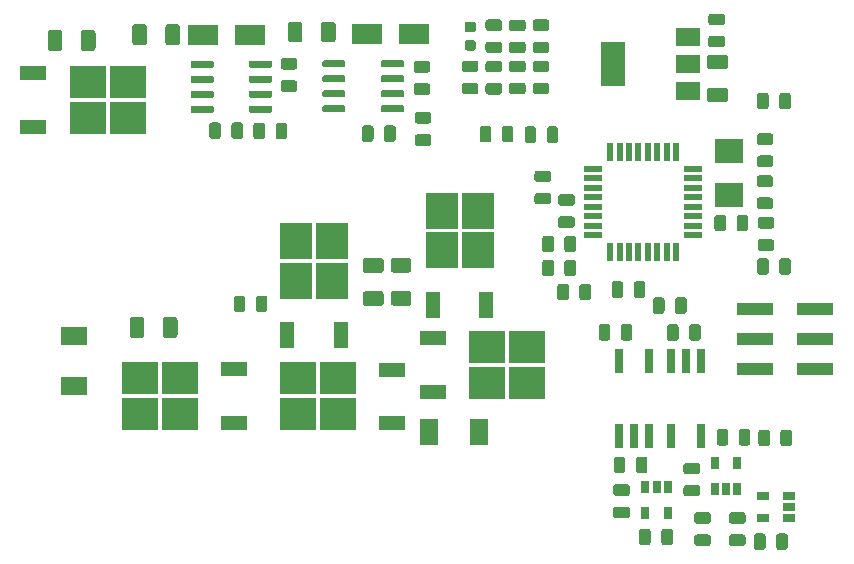
<source format=gbr>
G04 #@! TF.GenerationSoftware,KiCad,Pcbnew,5.1.5+dfsg1-2build2*
G04 #@! TF.CreationDate,2024-07-20T11:36:23-04:00*
G04 #@! TF.ProjectId,pypilot_controller,70797069-6c6f-4745-9f63-6f6e74726f6c,rev?*
G04 #@! TF.SameCoordinates,Original*
G04 #@! TF.FileFunction,Paste,Top*
G04 #@! TF.FilePolarity,Positive*
%FSLAX46Y46*%
G04 Gerber Fmt 4.6, Leading zero omitted, Abs format (unit mm)*
G04 Created by KiCad (PCBNEW 5.1.5+dfsg1-2build2) date 2024-07-20 11:36:23*
%MOMM*%
%LPD*%
G04 APERTURE LIST*
%ADD10C,0.100000*%
%ADD11R,1.620520X2.179320*%
%ADD12R,2.400000X2.000000*%
%ADD13R,2.500000X1.700000*%
%ADD14R,0.650000X1.060000*%
%ADD15R,1.060000X0.650000*%
%ADD16R,0.640000X2.000000*%
%ADD17R,3.150000X1.000000*%
%ADD18R,2.000000X3.800000*%
%ADD19R,2.000000X1.500000*%
%ADD20R,1.600000X0.550000*%
%ADD21R,0.550000X1.600000*%
%ADD22R,2.200000X1.200000*%
%ADD23R,3.050000X2.750000*%
%ADD24R,2.750000X3.050000*%
%ADD25R,1.200000X2.200000*%
%ADD26R,2.179320X1.620520*%
G04 APERTURE END LIST*
D10*
G36*
X46966242Y-11581174D02*
G01*
X46989903Y-11584684D01*
X47013107Y-11590496D01*
X47035629Y-11598554D01*
X47057253Y-11608782D01*
X47077770Y-11621079D01*
X47096983Y-11635329D01*
X47114707Y-11651393D01*
X47130771Y-11669117D01*
X47145021Y-11688330D01*
X47157318Y-11708847D01*
X47167546Y-11730471D01*
X47175604Y-11752993D01*
X47181416Y-11776197D01*
X47184926Y-11799858D01*
X47186100Y-11823750D01*
X47186100Y-12736250D01*
X47184926Y-12760142D01*
X47181416Y-12783803D01*
X47175604Y-12807007D01*
X47167546Y-12829529D01*
X47157318Y-12851153D01*
X47145021Y-12871670D01*
X47130771Y-12890883D01*
X47114707Y-12908607D01*
X47096983Y-12924671D01*
X47077770Y-12938921D01*
X47057253Y-12951218D01*
X47035629Y-12961446D01*
X47013107Y-12969504D01*
X46989903Y-12975316D01*
X46966242Y-12978826D01*
X46942350Y-12980000D01*
X46454850Y-12980000D01*
X46430958Y-12978826D01*
X46407297Y-12975316D01*
X46384093Y-12969504D01*
X46361571Y-12961446D01*
X46339947Y-12951218D01*
X46319430Y-12938921D01*
X46300217Y-12924671D01*
X46282493Y-12908607D01*
X46266429Y-12890883D01*
X46252179Y-12871670D01*
X46239882Y-12851153D01*
X46229654Y-12829529D01*
X46221596Y-12807007D01*
X46215784Y-12783803D01*
X46212274Y-12760142D01*
X46211100Y-12736250D01*
X46211100Y-11823750D01*
X46212274Y-11799858D01*
X46215784Y-11776197D01*
X46221596Y-11752993D01*
X46229654Y-11730471D01*
X46239882Y-11708847D01*
X46252179Y-11688330D01*
X46266429Y-11669117D01*
X46282493Y-11651393D01*
X46300217Y-11635329D01*
X46319430Y-11621079D01*
X46339947Y-11608782D01*
X46361571Y-11598554D01*
X46384093Y-11590496D01*
X46407297Y-11584684D01*
X46430958Y-11581174D01*
X46454850Y-11580000D01*
X46942350Y-11580000D01*
X46966242Y-11581174D01*
G37*
G36*
X48841242Y-11581174D02*
G01*
X48864903Y-11584684D01*
X48888107Y-11590496D01*
X48910629Y-11598554D01*
X48932253Y-11608782D01*
X48952770Y-11621079D01*
X48971983Y-11635329D01*
X48989707Y-11651393D01*
X49005771Y-11669117D01*
X49020021Y-11688330D01*
X49032318Y-11708847D01*
X49042546Y-11730471D01*
X49050604Y-11752993D01*
X49056416Y-11776197D01*
X49059926Y-11799858D01*
X49061100Y-11823750D01*
X49061100Y-12736250D01*
X49059926Y-12760142D01*
X49056416Y-12783803D01*
X49050604Y-12807007D01*
X49042546Y-12829529D01*
X49032318Y-12851153D01*
X49020021Y-12871670D01*
X49005771Y-12890883D01*
X48989707Y-12908607D01*
X48971983Y-12924671D01*
X48952770Y-12938921D01*
X48932253Y-12951218D01*
X48910629Y-12961446D01*
X48888107Y-12969504D01*
X48864903Y-12975316D01*
X48841242Y-12978826D01*
X48817350Y-12980000D01*
X48329850Y-12980000D01*
X48305958Y-12978826D01*
X48282297Y-12975316D01*
X48259093Y-12969504D01*
X48236571Y-12961446D01*
X48214947Y-12951218D01*
X48194430Y-12938921D01*
X48175217Y-12924671D01*
X48157493Y-12908607D01*
X48141429Y-12890883D01*
X48127179Y-12871670D01*
X48114882Y-12851153D01*
X48104654Y-12829529D01*
X48096596Y-12807007D01*
X48090784Y-12783803D01*
X48087274Y-12760142D01*
X48086100Y-12736250D01*
X48086100Y-11823750D01*
X48087274Y-11799858D01*
X48090784Y-11776197D01*
X48096596Y-11752993D01*
X48104654Y-11730471D01*
X48114882Y-11708847D01*
X48127179Y-11688330D01*
X48141429Y-11669117D01*
X48157493Y-11651393D01*
X48175217Y-11635329D01*
X48194430Y-11621079D01*
X48214947Y-11608782D01*
X48236571Y-11598554D01*
X48259093Y-11590496D01*
X48282297Y-11584684D01*
X48305958Y-11581174D01*
X48329850Y-11580000D01*
X48817350Y-11580000D01*
X48841242Y-11581174D01*
G37*
G36*
X70827542Y-17644674D02*
G01*
X70851203Y-17648184D01*
X70874407Y-17653996D01*
X70896929Y-17662054D01*
X70918553Y-17672282D01*
X70939070Y-17684579D01*
X70958283Y-17698829D01*
X70976007Y-17714893D01*
X70992071Y-17732617D01*
X71006321Y-17751830D01*
X71018618Y-17772347D01*
X71028846Y-17793971D01*
X71036904Y-17816493D01*
X71042716Y-17839697D01*
X71046226Y-17863358D01*
X71047400Y-17887250D01*
X71047400Y-18374750D01*
X71046226Y-18398642D01*
X71042716Y-18422303D01*
X71036904Y-18445507D01*
X71028846Y-18468029D01*
X71018618Y-18489653D01*
X71006321Y-18510170D01*
X70992071Y-18529383D01*
X70976007Y-18547107D01*
X70958283Y-18563171D01*
X70939070Y-18577421D01*
X70918553Y-18589718D01*
X70896929Y-18599946D01*
X70874407Y-18608004D01*
X70851203Y-18613816D01*
X70827542Y-18617326D01*
X70803650Y-18618500D01*
X69891150Y-18618500D01*
X69867258Y-18617326D01*
X69843597Y-18613816D01*
X69820393Y-18608004D01*
X69797871Y-18599946D01*
X69776247Y-18589718D01*
X69755730Y-18577421D01*
X69736517Y-18563171D01*
X69718793Y-18547107D01*
X69702729Y-18529383D01*
X69688479Y-18510170D01*
X69676182Y-18489653D01*
X69665954Y-18468029D01*
X69657896Y-18445507D01*
X69652084Y-18422303D01*
X69648574Y-18398642D01*
X69647400Y-18374750D01*
X69647400Y-17887250D01*
X69648574Y-17863358D01*
X69652084Y-17839697D01*
X69657896Y-17816493D01*
X69665954Y-17793971D01*
X69676182Y-17772347D01*
X69688479Y-17751830D01*
X69702729Y-17732617D01*
X69718793Y-17714893D01*
X69736517Y-17698829D01*
X69755730Y-17684579D01*
X69776247Y-17672282D01*
X69797871Y-17662054D01*
X69820393Y-17653996D01*
X69843597Y-17648184D01*
X69867258Y-17644674D01*
X69891150Y-17643500D01*
X70803650Y-17643500D01*
X70827542Y-17644674D01*
G37*
G36*
X70827542Y-15769674D02*
G01*
X70851203Y-15773184D01*
X70874407Y-15778996D01*
X70896929Y-15787054D01*
X70918553Y-15797282D01*
X70939070Y-15809579D01*
X70958283Y-15823829D01*
X70976007Y-15839893D01*
X70992071Y-15857617D01*
X71006321Y-15876830D01*
X71018618Y-15897347D01*
X71028846Y-15918971D01*
X71036904Y-15941493D01*
X71042716Y-15964697D01*
X71046226Y-15988358D01*
X71047400Y-16012250D01*
X71047400Y-16499750D01*
X71046226Y-16523642D01*
X71042716Y-16547303D01*
X71036904Y-16570507D01*
X71028846Y-16593029D01*
X71018618Y-16614653D01*
X71006321Y-16635170D01*
X70992071Y-16654383D01*
X70976007Y-16672107D01*
X70958283Y-16688171D01*
X70939070Y-16702421D01*
X70918553Y-16714718D01*
X70896929Y-16724946D01*
X70874407Y-16733004D01*
X70851203Y-16738816D01*
X70827542Y-16742326D01*
X70803650Y-16743500D01*
X69891150Y-16743500D01*
X69867258Y-16742326D01*
X69843597Y-16738816D01*
X69820393Y-16733004D01*
X69797871Y-16724946D01*
X69776247Y-16714718D01*
X69755730Y-16702421D01*
X69736517Y-16688171D01*
X69718793Y-16672107D01*
X69702729Y-16654383D01*
X69688479Y-16635170D01*
X69676182Y-16614653D01*
X69665954Y-16593029D01*
X69657896Y-16570507D01*
X69652084Y-16547303D01*
X69648574Y-16523642D01*
X69647400Y-16499750D01*
X69647400Y-16012250D01*
X69648574Y-15988358D01*
X69652084Y-15964697D01*
X69657896Y-15941493D01*
X69665954Y-15918971D01*
X69676182Y-15897347D01*
X69688479Y-15876830D01*
X69702729Y-15857617D01*
X69718793Y-15839893D01*
X69736517Y-15823829D01*
X69755730Y-15809579D01*
X69776247Y-15797282D01*
X69797871Y-15787054D01*
X69820393Y-15778996D01*
X69843597Y-15773184D01*
X69867258Y-15769674D01*
X69891150Y-15768500D01*
X70803650Y-15768500D01*
X70827542Y-15769674D01*
G37*
G36*
X54027542Y-19245674D02*
G01*
X54051203Y-19249184D01*
X54074407Y-19254996D01*
X54096929Y-19263054D01*
X54118553Y-19273282D01*
X54139070Y-19285579D01*
X54158283Y-19299829D01*
X54176007Y-19315893D01*
X54192071Y-19333617D01*
X54206321Y-19352830D01*
X54218618Y-19373347D01*
X54228846Y-19394971D01*
X54236904Y-19417493D01*
X54242716Y-19440697D01*
X54246226Y-19464358D01*
X54247400Y-19488250D01*
X54247400Y-19975750D01*
X54246226Y-19999642D01*
X54242716Y-20023303D01*
X54236904Y-20046507D01*
X54228846Y-20069029D01*
X54218618Y-20090653D01*
X54206321Y-20111170D01*
X54192071Y-20130383D01*
X54176007Y-20148107D01*
X54158283Y-20164171D01*
X54139070Y-20178421D01*
X54118553Y-20190718D01*
X54096929Y-20200946D01*
X54074407Y-20209004D01*
X54051203Y-20214816D01*
X54027542Y-20218326D01*
X54003650Y-20219500D01*
X53091150Y-20219500D01*
X53067258Y-20218326D01*
X53043597Y-20214816D01*
X53020393Y-20209004D01*
X52997871Y-20200946D01*
X52976247Y-20190718D01*
X52955730Y-20178421D01*
X52936517Y-20164171D01*
X52918793Y-20148107D01*
X52902729Y-20130383D01*
X52888479Y-20111170D01*
X52876182Y-20090653D01*
X52865954Y-20069029D01*
X52857896Y-20046507D01*
X52852084Y-20023303D01*
X52848574Y-19999642D01*
X52847400Y-19975750D01*
X52847400Y-19488250D01*
X52848574Y-19464358D01*
X52852084Y-19440697D01*
X52857896Y-19417493D01*
X52865954Y-19394971D01*
X52876182Y-19373347D01*
X52888479Y-19352830D01*
X52902729Y-19333617D01*
X52918793Y-19315893D01*
X52936517Y-19299829D01*
X52955730Y-19285579D01*
X52976247Y-19273282D01*
X52997871Y-19263054D01*
X53020393Y-19254996D01*
X53043597Y-19249184D01*
X53067258Y-19245674D01*
X53091150Y-19244500D01*
X54003650Y-19244500D01*
X54027542Y-19245674D01*
G37*
G36*
X54027542Y-17370674D02*
G01*
X54051203Y-17374184D01*
X54074407Y-17379996D01*
X54096929Y-17388054D01*
X54118553Y-17398282D01*
X54139070Y-17410579D01*
X54158283Y-17424829D01*
X54176007Y-17440893D01*
X54192071Y-17458617D01*
X54206321Y-17477830D01*
X54218618Y-17498347D01*
X54228846Y-17519971D01*
X54236904Y-17542493D01*
X54242716Y-17565697D01*
X54246226Y-17589358D01*
X54247400Y-17613250D01*
X54247400Y-18100750D01*
X54246226Y-18124642D01*
X54242716Y-18148303D01*
X54236904Y-18171507D01*
X54228846Y-18194029D01*
X54218618Y-18215653D01*
X54206321Y-18236170D01*
X54192071Y-18255383D01*
X54176007Y-18273107D01*
X54158283Y-18289171D01*
X54139070Y-18303421D01*
X54118553Y-18315718D01*
X54096929Y-18325946D01*
X54074407Y-18334004D01*
X54051203Y-18339816D01*
X54027542Y-18343326D01*
X54003650Y-18344500D01*
X53091150Y-18344500D01*
X53067258Y-18343326D01*
X53043597Y-18339816D01*
X53020393Y-18334004D01*
X52997871Y-18325946D01*
X52976247Y-18315718D01*
X52955730Y-18303421D01*
X52936517Y-18289171D01*
X52918793Y-18273107D01*
X52902729Y-18255383D01*
X52888479Y-18236170D01*
X52876182Y-18215653D01*
X52865954Y-18194029D01*
X52857896Y-18171507D01*
X52852084Y-18148303D01*
X52848574Y-18124642D01*
X52847400Y-18100750D01*
X52847400Y-17613250D01*
X52848574Y-17589358D01*
X52852084Y-17565697D01*
X52857896Y-17542493D01*
X52865954Y-17519971D01*
X52876182Y-17498347D01*
X52888479Y-17477830D01*
X52902729Y-17458617D01*
X52918793Y-17440893D01*
X52936517Y-17424829D01*
X52955730Y-17410579D01*
X52976247Y-17398282D01*
X52997871Y-17388054D01*
X53020393Y-17379996D01*
X53043597Y-17374184D01*
X53067258Y-17370674D01*
X53091150Y-17369500D01*
X54003650Y-17369500D01*
X54027542Y-17370674D01*
G37*
G36*
X30528342Y-5840574D02*
G01*
X30552003Y-5844084D01*
X30575207Y-5849896D01*
X30597729Y-5857954D01*
X30619353Y-5868182D01*
X30639870Y-5880479D01*
X30659083Y-5894729D01*
X30676807Y-5910793D01*
X30692871Y-5928517D01*
X30707121Y-5947730D01*
X30719418Y-5968247D01*
X30729646Y-5989871D01*
X30737704Y-6012393D01*
X30743516Y-6035597D01*
X30747026Y-6059258D01*
X30748200Y-6083150D01*
X30748200Y-6570650D01*
X30747026Y-6594542D01*
X30743516Y-6618203D01*
X30737704Y-6641407D01*
X30729646Y-6663929D01*
X30719418Y-6685553D01*
X30707121Y-6706070D01*
X30692871Y-6725283D01*
X30676807Y-6743007D01*
X30659083Y-6759071D01*
X30639870Y-6773321D01*
X30619353Y-6785618D01*
X30597729Y-6795846D01*
X30575207Y-6803904D01*
X30552003Y-6809716D01*
X30528342Y-6813226D01*
X30504450Y-6814400D01*
X29591950Y-6814400D01*
X29568058Y-6813226D01*
X29544397Y-6809716D01*
X29521193Y-6803904D01*
X29498671Y-6795846D01*
X29477047Y-6785618D01*
X29456530Y-6773321D01*
X29437317Y-6759071D01*
X29419593Y-6743007D01*
X29403529Y-6725283D01*
X29389279Y-6706070D01*
X29376982Y-6685553D01*
X29366754Y-6663929D01*
X29358696Y-6641407D01*
X29352884Y-6618203D01*
X29349374Y-6594542D01*
X29348200Y-6570650D01*
X29348200Y-6083150D01*
X29349374Y-6059258D01*
X29352884Y-6035597D01*
X29358696Y-6012393D01*
X29366754Y-5989871D01*
X29376982Y-5968247D01*
X29389279Y-5947730D01*
X29403529Y-5928517D01*
X29419593Y-5910793D01*
X29437317Y-5894729D01*
X29456530Y-5880479D01*
X29477047Y-5868182D01*
X29498671Y-5857954D01*
X29521193Y-5849896D01*
X29544397Y-5844084D01*
X29568058Y-5840574D01*
X29591950Y-5839400D01*
X30504450Y-5839400D01*
X30528342Y-5840574D01*
G37*
G36*
X30528342Y-7715574D02*
G01*
X30552003Y-7719084D01*
X30575207Y-7724896D01*
X30597729Y-7732954D01*
X30619353Y-7743182D01*
X30639870Y-7755479D01*
X30659083Y-7769729D01*
X30676807Y-7785793D01*
X30692871Y-7803517D01*
X30707121Y-7822730D01*
X30719418Y-7843247D01*
X30729646Y-7864871D01*
X30737704Y-7887393D01*
X30743516Y-7910597D01*
X30747026Y-7934258D01*
X30748200Y-7958150D01*
X30748200Y-8445650D01*
X30747026Y-8469542D01*
X30743516Y-8493203D01*
X30737704Y-8516407D01*
X30729646Y-8538929D01*
X30719418Y-8560553D01*
X30707121Y-8581070D01*
X30692871Y-8600283D01*
X30676807Y-8618007D01*
X30659083Y-8634071D01*
X30639870Y-8648321D01*
X30619353Y-8660618D01*
X30597729Y-8670846D01*
X30575207Y-8678904D01*
X30552003Y-8684716D01*
X30528342Y-8688226D01*
X30504450Y-8689400D01*
X29591950Y-8689400D01*
X29568058Y-8688226D01*
X29544397Y-8684716D01*
X29521193Y-8678904D01*
X29498671Y-8670846D01*
X29477047Y-8660618D01*
X29456530Y-8648321D01*
X29437317Y-8634071D01*
X29419593Y-8618007D01*
X29403529Y-8600283D01*
X29389279Y-8581070D01*
X29376982Y-8560553D01*
X29366754Y-8538929D01*
X29358696Y-8516407D01*
X29352884Y-8493203D01*
X29349374Y-8469542D01*
X29348200Y-8445650D01*
X29348200Y-7958150D01*
X29349374Y-7934258D01*
X29352884Y-7910597D01*
X29358696Y-7887393D01*
X29366754Y-7864871D01*
X29376982Y-7843247D01*
X29389279Y-7822730D01*
X29403529Y-7803517D01*
X29419593Y-7785793D01*
X29437317Y-7769729D01*
X29456530Y-7755479D01*
X29477047Y-7743182D01*
X29498671Y-7732954D01*
X29521193Y-7724896D01*
X29544397Y-7719084D01*
X29568058Y-7715574D01*
X29591950Y-7714400D01*
X30504450Y-7714400D01*
X30528342Y-7715574D01*
G37*
G36*
X41796342Y-6099274D02*
G01*
X41820003Y-6102784D01*
X41843207Y-6108596D01*
X41865729Y-6116654D01*
X41887353Y-6126882D01*
X41907870Y-6139179D01*
X41927083Y-6153429D01*
X41944807Y-6169493D01*
X41960871Y-6187217D01*
X41975121Y-6206430D01*
X41987418Y-6226947D01*
X41997646Y-6248571D01*
X42005704Y-6271093D01*
X42011516Y-6294297D01*
X42015026Y-6317958D01*
X42016200Y-6341850D01*
X42016200Y-6829350D01*
X42015026Y-6853242D01*
X42011516Y-6876903D01*
X42005704Y-6900107D01*
X41997646Y-6922629D01*
X41987418Y-6944253D01*
X41975121Y-6964770D01*
X41960871Y-6983983D01*
X41944807Y-7001707D01*
X41927083Y-7017771D01*
X41907870Y-7032021D01*
X41887353Y-7044318D01*
X41865729Y-7054546D01*
X41843207Y-7062604D01*
X41820003Y-7068416D01*
X41796342Y-7071926D01*
X41772450Y-7073100D01*
X40859950Y-7073100D01*
X40836058Y-7071926D01*
X40812397Y-7068416D01*
X40789193Y-7062604D01*
X40766671Y-7054546D01*
X40745047Y-7044318D01*
X40724530Y-7032021D01*
X40705317Y-7017771D01*
X40687593Y-7001707D01*
X40671529Y-6983983D01*
X40657279Y-6964770D01*
X40644982Y-6944253D01*
X40634754Y-6922629D01*
X40626696Y-6900107D01*
X40620884Y-6876903D01*
X40617374Y-6853242D01*
X40616200Y-6829350D01*
X40616200Y-6341850D01*
X40617374Y-6317958D01*
X40620884Y-6294297D01*
X40626696Y-6271093D01*
X40634754Y-6248571D01*
X40644982Y-6226947D01*
X40657279Y-6206430D01*
X40671529Y-6187217D01*
X40687593Y-6169493D01*
X40705317Y-6153429D01*
X40724530Y-6139179D01*
X40745047Y-6126882D01*
X40766671Y-6116654D01*
X40789193Y-6108596D01*
X40812397Y-6102784D01*
X40836058Y-6099274D01*
X40859950Y-6098100D01*
X41772450Y-6098100D01*
X41796342Y-6099274D01*
G37*
G36*
X41796342Y-7974274D02*
G01*
X41820003Y-7977784D01*
X41843207Y-7983596D01*
X41865729Y-7991654D01*
X41887353Y-8001882D01*
X41907870Y-8014179D01*
X41927083Y-8028429D01*
X41944807Y-8044493D01*
X41960871Y-8062217D01*
X41975121Y-8081430D01*
X41987418Y-8101947D01*
X41997646Y-8123571D01*
X42005704Y-8146093D01*
X42011516Y-8169297D01*
X42015026Y-8192958D01*
X42016200Y-8216850D01*
X42016200Y-8704350D01*
X42015026Y-8728242D01*
X42011516Y-8751903D01*
X42005704Y-8775107D01*
X41997646Y-8797629D01*
X41987418Y-8819253D01*
X41975121Y-8839770D01*
X41960871Y-8858983D01*
X41944807Y-8876707D01*
X41927083Y-8892771D01*
X41907870Y-8907021D01*
X41887353Y-8919318D01*
X41865729Y-8929546D01*
X41843207Y-8937604D01*
X41820003Y-8943416D01*
X41796342Y-8946926D01*
X41772450Y-8948100D01*
X40859950Y-8948100D01*
X40836058Y-8946926D01*
X40812397Y-8943416D01*
X40789193Y-8937604D01*
X40766671Y-8929546D01*
X40745047Y-8919318D01*
X40724530Y-8907021D01*
X40705317Y-8892771D01*
X40687593Y-8876707D01*
X40671529Y-8858983D01*
X40657279Y-8839770D01*
X40644982Y-8819253D01*
X40634754Y-8797629D01*
X40626696Y-8775107D01*
X40620884Y-8751903D01*
X40617374Y-8728242D01*
X40616200Y-8704350D01*
X40616200Y-8216850D01*
X40617374Y-8192958D01*
X40620884Y-8169297D01*
X40626696Y-8146093D01*
X40634754Y-8123571D01*
X40644982Y-8101947D01*
X40657279Y-8081430D01*
X40671529Y-8062217D01*
X40687593Y-8044493D01*
X40705317Y-8028429D01*
X40724530Y-8014179D01*
X40745047Y-8001882D01*
X40766671Y-7991654D01*
X40789193Y-7983596D01*
X40812397Y-7977784D01*
X40836058Y-7974274D01*
X40859950Y-7973100D01*
X41772450Y-7973100D01*
X41796342Y-7974274D01*
G37*
G36*
X40197104Y-25550804D02*
G01*
X40221373Y-25554404D01*
X40245171Y-25560365D01*
X40268271Y-25568630D01*
X40290449Y-25579120D01*
X40311493Y-25591733D01*
X40331198Y-25606347D01*
X40349377Y-25622823D01*
X40365853Y-25641002D01*
X40380467Y-25660707D01*
X40393080Y-25681751D01*
X40403570Y-25703929D01*
X40411835Y-25727029D01*
X40417796Y-25750827D01*
X40421396Y-25775096D01*
X40422600Y-25799600D01*
X40422600Y-26549600D01*
X40421396Y-26574104D01*
X40417796Y-26598373D01*
X40411835Y-26622171D01*
X40403570Y-26645271D01*
X40393080Y-26667449D01*
X40380467Y-26688493D01*
X40365853Y-26708198D01*
X40349377Y-26726377D01*
X40331198Y-26742853D01*
X40311493Y-26757467D01*
X40290449Y-26770080D01*
X40268271Y-26780570D01*
X40245171Y-26788835D01*
X40221373Y-26794796D01*
X40197104Y-26798396D01*
X40172600Y-26799600D01*
X38922600Y-26799600D01*
X38898096Y-26798396D01*
X38873827Y-26794796D01*
X38850029Y-26788835D01*
X38826929Y-26780570D01*
X38804751Y-26770080D01*
X38783707Y-26757467D01*
X38764002Y-26742853D01*
X38745823Y-26726377D01*
X38729347Y-26708198D01*
X38714733Y-26688493D01*
X38702120Y-26667449D01*
X38691630Y-26645271D01*
X38683365Y-26622171D01*
X38677404Y-26598373D01*
X38673804Y-26574104D01*
X38672600Y-26549600D01*
X38672600Y-25799600D01*
X38673804Y-25775096D01*
X38677404Y-25750827D01*
X38683365Y-25727029D01*
X38691630Y-25703929D01*
X38702120Y-25681751D01*
X38714733Y-25660707D01*
X38729347Y-25641002D01*
X38745823Y-25622823D01*
X38764002Y-25606347D01*
X38783707Y-25591733D01*
X38804751Y-25579120D01*
X38826929Y-25568630D01*
X38850029Y-25560365D01*
X38873827Y-25554404D01*
X38898096Y-25550804D01*
X38922600Y-25549600D01*
X40172600Y-25549600D01*
X40197104Y-25550804D01*
G37*
G36*
X40197104Y-22750804D02*
G01*
X40221373Y-22754404D01*
X40245171Y-22760365D01*
X40268271Y-22768630D01*
X40290449Y-22779120D01*
X40311493Y-22791733D01*
X40331198Y-22806347D01*
X40349377Y-22822823D01*
X40365853Y-22841002D01*
X40380467Y-22860707D01*
X40393080Y-22881751D01*
X40403570Y-22903929D01*
X40411835Y-22927029D01*
X40417796Y-22950827D01*
X40421396Y-22975096D01*
X40422600Y-22999600D01*
X40422600Y-23749600D01*
X40421396Y-23774104D01*
X40417796Y-23798373D01*
X40411835Y-23822171D01*
X40403570Y-23845271D01*
X40393080Y-23867449D01*
X40380467Y-23888493D01*
X40365853Y-23908198D01*
X40349377Y-23926377D01*
X40331198Y-23942853D01*
X40311493Y-23957467D01*
X40290449Y-23970080D01*
X40268271Y-23980570D01*
X40245171Y-23988835D01*
X40221373Y-23994796D01*
X40197104Y-23998396D01*
X40172600Y-23999600D01*
X38922600Y-23999600D01*
X38898096Y-23998396D01*
X38873827Y-23994796D01*
X38850029Y-23988835D01*
X38826929Y-23980570D01*
X38804751Y-23970080D01*
X38783707Y-23957467D01*
X38764002Y-23942853D01*
X38745823Y-23926377D01*
X38729347Y-23908198D01*
X38714733Y-23888493D01*
X38702120Y-23867449D01*
X38691630Y-23845271D01*
X38683365Y-23822171D01*
X38677404Y-23798373D01*
X38673804Y-23774104D01*
X38672600Y-23749600D01*
X38672600Y-22999600D01*
X38673804Y-22975096D01*
X38677404Y-22950827D01*
X38683365Y-22927029D01*
X38691630Y-22903929D01*
X38702120Y-22881751D01*
X38714733Y-22860707D01*
X38729347Y-22841002D01*
X38745823Y-22822823D01*
X38764002Y-22806347D01*
X38783707Y-22791733D01*
X38804751Y-22779120D01*
X38826929Y-22768630D01*
X38850029Y-22760365D01*
X38873827Y-22754404D01*
X38898096Y-22750804D01*
X38922600Y-22749600D01*
X40172600Y-22749600D01*
X40197104Y-22750804D01*
G37*
G36*
X37847104Y-22775804D02*
G01*
X37871373Y-22779404D01*
X37895171Y-22785365D01*
X37918271Y-22793630D01*
X37940449Y-22804120D01*
X37961493Y-22816733D01*
X37981198Y-22831347D01*
X37999377Y-22847823D01*
X38015853Y-22866002D01*
X38030467Y-22885707D01*
X38043080Y-22906751D01*
X38053570Y-22928929D01*
X38061835Y-22952029D01*
X38067796Y-22975827D01*
X38071396Y-23000096D01*
X38072600Y-23024600D01*
X38072600Y-23774600D01*
X38071396Y-23799104D01*
X38067796Y-23823373D01*
X38061835Y-23847171D01*
X38053570Y-23870271D01*
X38043080Y-23892449D01*
X38030467Y-23913493D01*
X38015853Y-23933198D01*
X37999377Y-23951377D01*
X37981198Y-23967853D01*
X37961493Y-23982467D01*
X37940449Y-23995080D01*
X37918271Y-24005570D01*
X37895171Y-24013835D01*
X37871373Y-24019796D01*
X37847104Y-24023396D01*
X37822600Y-24024600D01*
X36572600Y-24024600D01*
X36548096Y-24023396D01*
X36523827Y-24019796D01*
X36500029Y-24013835D01*
X36476929Y-24005570D01*
X36454751Y-23995080D01*
X36433707Y-23982467D01*
X36414002Y-23967853D01*
X36395823Y-23951377D01*
X36379347Y-23933198D01*
X36364733Y-23913493D01*
X36352120Y-23892449D01*
X36341630Y-23870271D01*
X36333365Y-23847171D01*
X36327404Y-23823373D01*
X36323804Y-23799104D01*
X36322600Y-23774600D01*
X36322600Y-23024600D01*
X36323804Y-23000096D01*
X36327404Y-22975827D01*
X36333365Y-22952029D01*
X36341630Y-22928929D01*
X36352120Y-22906751D01*
X36364733Y-22885707D01*
X36379347Y-22866002D01*
X36395823Y-22847823D01*
X36414002Y-22831347D01*
X36433707Y-22816733D01*
X36454751Y-22804120D01*
X36476929Y-22793630D01*
X36500029Y-22785365D01*
X36523827Y-22779404D01*
X36548096Y-22775804D01*
X36572600Y-22774600D01*
X37822600Y-22774600D01*
X37847104Y-22775804D01*
G37*
G36*
X37847104Y-25575804D02*
G01*
X37871373Y-25579404D01*
X37895171Y-25585365D01*
X37918271Y-25593630D01*
X37940449Y-25604120D01*
X37961493Y-25616733D01*
X37981198Y-25631347D01*
X37999377Y-25647823D01*
X38015853Y-25666002D01*
X38030467Y-25685707D01*
X38043080Y-25706751D01*
X38053570Y-25728929D01*
X38061835Y-25752029D01*
X38067796Y-25775827D01*
X38071396Y-25800096D01*
X38072600Y-25824600D01*
X38072600Y-26574600D01*
X38071396Y-26599104D01*
X38067796Y-26623373D01*
X38061835Y-26647171D01*
X38053570Y-26670271D01*
X38043080Y-26692449D01*
X38030467Y-26713493D01*
X38015853Y-26733198D01*
X37999377Y-26751377D01*
X37981198Y-26767853D01*
X37961493Y-26782467D01*
X37940449Y-26795080D01*
X37918271Y-26805570D01*
X37895171Y-26813835D01*
X37871373Y-26819796D01*
X37847104Y-26823396D01*
X37822600Y-26824600D01*
X36572600Y-26824600D01*
X36548096Y-26823396D01*
X36523827Y-26819796D01*
X36500029Y-26813835D01*
X36476929Y-26805570D01*
X36454751Y-26795080D01*
X36433707Y-26782467D01*
X36414002Y-26767853D01*
X36395823Y-26751377D01*
X36379347Y-26733198D01*
X36364733Y-26713493D01*
X36352120Y-26692449D01*
X36341630Y-26670271D01*
X36333365Y-26647171D01*
X36327404Y-26623373D01*
X36323804Y-26599104D01*
X36322600Y-26574600D01*
X36322600Y-25824600D01*
X36323804Y-25800096D01*
X36327404Y-25775827D01*
X36333365Y-25752029D01*
X36341630Y-25728929D01*
X36352120Y-25706751D01*
X36364733Y-25685707D01*
X36379347Y-25666002D01*
X36395823Y-25647823D01*
X36414002Y-25631347D01*
X36433707Y-25616733D01*
X36454751Y-25604120D01*
X36476929Y-25593630D01*
X36500029Y-25585365D01*
X36523827Y-25579404D01*
X36548096Y-25575804D01*
X36572600Y-25574600D01*
X37822600Y-25574600D01*
X37847104Y-25575804D01*
G37*
G36*
X66748742Y-3956374D02*
G01*
X66772403Y-3959884D01*
X66795607Y-3965696D01*
X66818129Y-3973754D01*
X66839753Y-3983982D01*
X66860270Y-3996279D01*
X66879483Y-4010529D01*
X66897207Y-4026593D01*
X66913271Y-4044317D01*
X66927521Y-4063530D01*
X66939818Y-4084047D01*
X66950046Y-4105671D01*
X66958104Y-4128193D01*
X66963916Y-4151397D01*
X66967426Y-4175058D01*
X66968600Y-4198950D01*
X66968600Y-4686450D01*
X66967426Y-4710342D01*
X66963916Y-4734003D01*
X66958104Y-4757207D01*
X66950046Y-4779729D01*
X66939818Y-4801353D01*
X66927521Y-4821870D01*
X66913271Y-4841083D01*
X66897207Y-4858807D01*
X66879483Y-4874871D01*
X66860270Y-4889121D01*
X66839753Y-4901418D01*
X66818129Y-4911646D01*
X66795607Y-4919704D01*
X66772403Y-4925516D01*
X66748742Y-4929026D01*
X66724850Y-4930200D01*
X65812350Y-4930200D01*
X65788458Y-4929026D01*
X65764797Y-4925516D01*
X65741593Y-4919704D01*
X65719071Y-4911646D01*
X65697447Y-4901418D01*
X65676930Y-4889121D01*
X65657717Y-4874871D01*
X65639993Y-4858807D01*
X65623929Y-4841083D01*
X65609679Y-4821870D01*
X65597382Y-4801353D01*
X65587154Y-4779729D01*
X65579096Y-4757207D01*
X65573284Y-4734003D01*
X65569774Y-4710342D01*
X65568600Y-4686450D01*
X65568600Y-4198950D01*
X65569774Y-4175058D01*
X65573284Y-4151397D01*
X65579096Y-4128193D01*
X65587154Y-4105671D01*
X65597382Y-4084047D01*
X65609679Y-4063530D01*
X65623929Y-4044317D01*
X65639993Y-4026593D01*
X65657717Y-4010529D01*
X65676930Y-3996279D01*
X65697447Y-3983982D01*
X65719071Y-3973754D01*
X65741593Y-3965696D01*
X65764797Y-3959884D01*
X65788458Y-3956374D01*
X65812350Y-3955200D01*
X66724850Y-3955200D01*
X66748742Y-3956374D01*
G37*
G36*
X66748742Y-2081374D02*
G01*
X66772403Y-2084884D01*
X66795607Y-2090696D01*
X66818129Y-2098754D01*
X66839753Y-2108982D01*
X66860270Y-2121279D01*
X66879483Y-2135529D01*
X66897207Y-2151593D01*
X66913271Y-2169317D01*
X66927521Y-2188530D01*
X66939818Y-2209047D01*
X66950046Y-2230671D01*
X66958104Y-2253193D01*
X66963916Y-2276397D01*
X66967426Y-2300058D01*
X66968600Y-2323950D01*
X66968600Y-2811450D01*
X66967426Y-2835342D01*
X66963916Y-2859003D01*
X66958104Y-2882207D01*
X66950046Y-2904729D01*
X66939818Y-2926353D01*
X66927521Y-2946870D01*
X66913271Y-2966083D01*
X66897207Y-2983807D01*
X66879483Y-2999871D01*
X66860270Y-3014121D01*
X66839753Y-3026418D01*
X66818129Y-3036646D01*
X66795607Y-3044704D01*
X66772403Y-3050516D01*
X66748742Y-3054026D01*
X66724850Y-3055200D01*
X65812350Y-3055200D01*
X65788458Y-3054026D01*
X65764797Y-3050516D01*
X65741593Y-3044704D01*
X65719071Y-3036646D01*
X65697447Y-3026418D01*
X65676930Y-3014121D01*
X65657717Y-2999871D01*
X65639993Y-2983807D01*
X65623929Y-2966083D01*
X65609679Y-2946870D01*
X65597382Y-2926353D01*
X65587154Y-2904729D01*
X65579096Y-2882207D01*
X65573284Y-2859003D01*
X65569774Y-2835342D01*
X65568600Y-2811450D01*
X65568600Y-2323950D01*
X65569774Y-2300058D01*
X65573284Y-2276397D01*
X65579096Y-2253193D01*
X65587154Y-2230671D01*
X65597382Y-2209047D01*
X65609679Y-2188530D01*
X65623929Y-2169317D01*
X65639993Y-2151593D01*
X65657717Y-2135529D01*
X65676930Y-2121279D01*
X65697447Y-2108982D01*
X65719071Y-2098754D01*
X65741593Y-2090696D01*
X65764797Y-2084884D01*
X65788458Y-2081374D01*
X65812350Y-2080200D01*
X66724850Y-2080200D01*
X66748742Y-2081374D01*
G37*
G36*
X66994304Y-8345404D02*
G01*
X67018573Y-8349004D01*
X67042371Y-8354965D01*
X67065471Y-8363230D01*
X67087649Y-8373720D01*
X67108693Y-8386333D01*
X67128398Y-8400947D01*
X67146577Y-8417423D01*
X67163053Y-8435602D01*
X67177667Y-8455307D01*
X67190280Y-8476351D01*
X67200770Y-8498529D01*
X67209035Y-8521629D01*
X67214996Y-8545427D01*
X67218596Y-8569696D01*
X67219800Y-8594200D01*
X67219800Y-9344200D01*
X67218596Y-9368704D01*
X67214996Y-9392973D01*
X67209035Y-9416771D01*
X67200770Y-9439871D01*
X67190280Y-9462049D01*
X67177667Y-9483093D01*
X67163053Y-9502798D01*
X67146577Y-9520977D01*
X67128398Y-9537453D01*
X67108693Y-9552067D01*
X67087649Y-9564680D01*
X67065471Y-9575170D01*
X67042371Y-9583435D01*
X67018573Y-9589396D01*
X66994304Y-9592996D01*
X66969800Y-9594200D01*
X65719800Y-9594200D01*
X65695296Y-9592996D01*
X65671027Y-9589396D01*
X65647229Y-9583435D01*
X65624129Y-9575170D01*
X65601951Y-9564680D01*
X65580907Y-9552067D01*
X65561202Y-9537453D01*
X65543023Y-9520977D01*
X65526547Y-9502798D01*
X65511933Y-9483093D01*
X65499320Y-9462049D01*
X65488830Y-9439871D01*
X65480565Y-9416771D01*
X65474604Y-9392973D01*
X65471004Y-9368704D01*
X65469800Y-9344200D01*
X65469800Y-8594200D01*
X65471004Y-8569696D01*
X65474604Y-8545427D01*
X65480565Y-8521629D01*
X65488830Y-8498529D01*
X65499320Y-8476351D01*
X65511933Y-8455307D01*
X65526547Y-8435602D01*
X65543023Y-8417423D01*
X65561202Y-8400947D01*
X65580907Y-8386333D01*
X65601951Y-8373720D01*
X65624129Y-8363230D01*
X65647229Y-8354965D01*
X65671027Y-8349004D01*
X65695296Y-8345404D01*
X65719800Y-8344200D01*
X66969800Y-8344200D01*
X66994304Y-8345404D01*
G37*
G36*
X66994304Y-5545404D02*
G01*
X67018573Y-5549004D01*
X67042371Y-5554965D01*
X67065471Y-5563230D01*
X67087649Y-5573720D01*
X67108693Y-5586333D01*
X67128398Y-5600947D01*
X67146577Y-5617423D01*
X67163053Y-5635602D01*
X67177667Y-5655307D01*
X67190280Y-5676351D01*
X67200770Y-5698529D01*
X67209035Y-5721629D01*
X67214996Y-5745427D01*
X67218596Y-5769696D01*
X67219800Y-5794200D01*
X67219800Y-6544200D01*
X67218596Y-6568704D01*
X67214996Y-6592973D01*
X67209035Y-6616771D01*
X67200770Y-6639871D01*
X67190280Y-6662049D01*
X67177667Y-6683093D01*
X67163053Y-6702798D01*
X67146577Y-6720977D01*
X67128398Y-6737453D01*
X67108693Y-6752067D01*
X67087649Y-6764680D01*
X67065471Y-6775170D01*
X67042371Y-6783435D01*
X67018573Y-6789396D01*
X66994304Y-6792996D01*
X66969800Y-6794200D01*
X65719800Y-6794200D01*
X65695296Y-6792996D01*
X65671027Y-6789396D01*
X65647229Y-6783435D01*
X65624129Y-6775170D01*
X65601951Y-6764680D01*
X65580907Y-6752067D01*
X65561202Y-6737453D01*
X65543023Y-6720977D01*
X65526547Y-6702798D01*
X65511933Y-6683093D01*
X65499320Y-6662049D01*
X65488830Y-6639871D01*
X65480565Y-6616771D01*
X65474604Y-6592973D01*
X65471004Y-6568704D01*
X65469800Y-6544200D01*
X65469800Y-5794200D01*
X65471004Y-5769696D01*
X65474604Y-5745427D01*
X65480565Y-5721629D01*
X65488830Y-5698529D01*
X65499320Y-5676351D01*
X65511933Y-5655307D01*
X65526547Y-5635602D01*
X65543023Y-5617423D01*
X65561202Y-5600947D01*
X65580907Y-5586333D01*
X65601951Y-5573720D01*
X65624129Y-5563230D01*
X65647229Y-5554965D01*
X65671027Y-5549004D01*
X65695296Y-5545404D01*
X65719800Y-5544200D01*
X66969800Y-5544200D01*
X66994304Y-5545404D01*
G37*
G36*
X52027542Y-17245674D02*
G01*
X52051203Y-17249184D01*
X52074407Y-17254996D01*
X52096929Y-17263054D01*
X52118553Y-17273282D01*
X52139070Y-17285579D01*
X52158283Y-17299829D01*
X52176007Y-17315893D01*
X52192071Y-17333617D01*
X52206321Y-17352830D01*
X52218618Y-17373347D01*
X52228846Y-17394971D01*
X52236904Y-17417493D01*
X52242716Y-17440697D01*
X52246226Y-17464358D01*
X52247400Y-17488250D01*
X52247400Y-17975750D01*
X52246226Y-17999642D01*
X52242716Y-18023303D01*
X52236904Y-18046507D01*
X52228846Y-18069029D01*
X52218618Y-18090653D01*
X52206321Y-18111170D01*
X52192071Y-18130383D01*
X52176007Y-18148107D01*
X52158283Y-18164171D01*
X52139070Y-18178421D01*
X52118553Y-18190718D01*
X52096929Y-18200946D01*
X52074407Y-18209004D01*
X52051203Y-18214816D01*
X52027542Y-18218326D01*
X52003650Y-18219500D01*
X51091150Y-18219500D01*
X51067258Y-18218326D01*
X51043597Y-18214816D01*
X51020393Y-18209004D01*
X50997871Y-18200946D01*
X50976247Y-18190718D01*
X50955730Y-18178421D01*
X50936517Y-18164171D01*
X50918793Y-18148107D01*
X50902729Y-18130383D01*
X50888479Y-18111170D01*
X50876182Y-18090653D01*
X50865954Y-18069029D01*
X50857896Y-18046507D01*
X50852084Y-18023303D01*
X50848574Y-17999642D01*
X50847400Y-17975750D01*
X50847400Y-17488250D01*
X50848574Y-17464358D01*
X50852084Y-17440697D01*
X50857896Y-17417493D01*
X50865954Y-17394971D01*
X50876182Y-17373347D01*
X50888479Y-17352830D01*
X50902729Y-17333617D01*
X50918793Y-17315893D01*
X50936517Y-17299829D01*
X50955730Y-17285579D01*
X50976247Y-17273282D01*
X50997871Y-17263054D01*
X51020393Y-17254996D01*
X51043597Y-17249184D01*
X51067258Y-17245674D01*
X51091150Y-17244500D01*
X52003650Y-17244500D01*
X52027542Y-17245674D01*
G37*
G36*
X52027542Y-15370674D02*
G01*
X52051203Y-15374184D01*
X52074407Y-15379996D01*
X52096929Y-15388054D01*
X52118553Y-15398282D01*
X52139070Y-15410579D01*
X52158283Y-15424829D01*
X52176007Y-15440893D01*
X52192071Y-15458617D01*
X52206321Y-15477830D01*
X52218618Y-15498347D01*
X52228846Y-15519971D01*
X52236904Y-15542493D01*
X52242716Y-15565697D01*
X52246226Y-15589358D01*
X52247400Y-15613250D01*
X52247400Y-16100750D01*
X52246226Y-16124642D01*
X52242716Y-16148303D01*
X52236904Y-16171507D01*
X52228846Y-16194029D01*
X52218618Y-16215653D01*
X52206321Y-16236170D01*
X52192071Y-16255383D01*
X52176007Y-16273107D01*
X52158283Y-16289171D01*
X52139070Y-16303421D01*
X52118553Y-16315718D01*
X52096929Y-16325946D01*
X52074407Y-16334004D01*
X52051203Y-16339816D01*
X52027542Y-16343326D01*
X52003650Y-16344500D01*
X51091150Y-16344500D01*
X51067258Y-16343326D01*
X51043597Y-16339816D01*
X51020393Y-16334004D01*
X50997871Y-16325946D01*
X50976247Y-16315718D01*
X50955730Y-16303421D01*
X50936517Y-16289171D01*
X50918793Y-16273107D01*
X50902729Y-16255383D01*
X50888479Y-16236170D01*
X50876182Y-16215653D01*
X50865954Y-16194029D01*
X50857896Y-16171507D01*
X50852084Y-16148303D01*
X50848574Y-16124642D01*
X50847400Y-16100750D01*
X50847400Y-15613250D01*
X50848574Y-15589358D01*
X50852084Y-15565697D01*
X50857896Y-15542493D01*
X50865954Y-15519971D01*
X50876182Y-15498347D01*
X50888479Y-15477830D01*
X50902729Y-15458617D01*
X50918793Y-15440893D01*
X50936517Y-15424829D01*
X50955730Y-15410579D01*
X50976247Y-15398282D01*
X50997871Y-15388054D01*
X51020393Y-15379996D01*
X51043597Y-15374184D01*
X51067258Y-15370674D01*
X51091150Y-15369500D01*
X52003650Y-15369500D01*
X52027542Y-15370674D01*
G37*
G36*
X70863542Y-14088674D02*
G01*
X70887203Y-14092184D01*
X70910407Y-14097996D01*
X70932929Y-14106054D01*
X70954553Y-14116282D01*
X70975070Y-14128579D01*
X70994283Y-14142829D01*
X71012007Y-14158893D01*
X71028071Y-14176617D01*
X71042321Y-14195830D01*
X71054618Y-14216347D01*
X71064846Y-14237971D01*
X71072904Y-14260493D01*
X71078716Y-14283697D01*
X71082226Y-14307358D01*
X71083400Y-14331250D01*
X71083400Y-14818750D01*
X71082226Y-14842642D01*
X71078716Y-14866303D01*
X71072904Y-14889507D01*
X71064846Y-14912029D01*
X71054618Y-14933653D01*
X71042321Y-14954170D01*
X71028071Y-14973383D01*
X71012007Y-14991107D01*
X70994283Y-15007171D01*
X70975070Y-15021421D01*
X70954553Y-15033718D01*
X70932929Y-15043946D01*
X70910407Y-15052004D01*
X70887203Y-15057816D01*
X70863542Y-15061326D01*
X70839650Y-15062500D01*
X69927150Y-15062500D01*
X69903258Y-15061326D01*
X69879597Y-15057816D01*
X69856393Y-15052004D01*
X69833871Y-15043946D01*
X69812247Y-15033718D01*
X69791730Y-15021421D01*
X69772517Y-15007171D01*
X69754793Y-14991107D01*
X69738729Y-14973383D01*
X69724479Y-14954170D01*
X69712182Y-14933653D01*
X69701954Y-14912029D01*
X69693896Y-14889507D01*
X69688084Y-14866303D01*
X69684574Y-14842642D01*
X69683400Y-14818750D01*
X69683400Y-14331250D01*
X69684574Y-14307358D01*
X69688084Y-14283697D01*
X69693896Y-14260493D01*
X69701954Y-14237971D01*
X69712182Y-14216347D01*
X69724479Y-14195830D01*
X69738729Y-14176617D01*
X69754793Y-14158893D01*
X69772517Y-14142829D01*
X69791730Y-14128579D01*
X69812247Y-14116282D01*
X69833871Y-14106054D01*
X69856393Y-14097996D01*
X69879597Y-14092184D01*
X69903258Y-14088674D01*
X69927150Y-14087500D01*
X70839650Y-14087500D01*
X70863542Y-14088674D01*
G37*
G36*
X70863542Y-12213674D02*
G01*
X70887203Y-12217184D01*
X70910407Y-12222996D01*
X70932929Y-12231054D01*
X70954553Y-12241282D01*
X70975070Y-12253579D01*
X70994283Y-12267829D01*
X71012007Y-12283893D01*
X71028071Y-12301617D01*
X71042321Y-12320830D01*
X71054618Y-12341347D01*
X71064846Y-12362971D01*
X71072904Y-12385493D01*
X71078716Y-12408697D01*
X71082226Y-12432358D01*
X71083400Y-12456250D01*
X71083400Y-12943750D01*
X71082226Y-12967642D01*
X71078716Y-12991303D01*
X71072904Y-13014507D01*
X71064846Y-13037029D01*
X71054618Y-13058653D01*
X71042321Y-13079170D01*
X71028071Y-13098383D01*
X71012007Y-13116107D01*
X70994283Y-13132171D01*
X70975070Y-13146421D01*
X70954553Y-13158718D01*
X70932929Y-13168946D01*
X70910407Y-13177004D01*
X70887203Y-13182816D01*
X70863542Y-13186326D01*
X70839650Y-13187500D01*
X69927150Y-13187500D01*
X69903258Y-13186326D01*
X69879597Y-13182816D01*
X69856393Y-13177004D01*
X69833871Y-13168946D01*
X69812247Y-13158718D01*
X69791730Y-13146421D01*
X69772517Y-13132171D01*
X69754793Y-13116107D01*
X69738729Y-13098383D01*
X69724479Y-13079170D01*
X69712182Y-13058653D01*
X69701954Y-13037029D01*
X69693896Y-13014507D01*
X69688084Y-12991303D01*
X69684574Y-12967642D01*
X69683400Y-12943750D01*
X69683400Y-12456250D01*
X69684574Y-12432358D01*
X69688084Y-12408697D01*
X69693896Y-12385493D01*
X69701954Y-12362971D01*
X69712182Y-12341347D01*
X69724479Y-12320830D01*
X69738729Y-12301617D01*
X69754793Y-12283893D01*
X69772517Y-12267829D01*
X69791730Y-12253579D01*
X69812247Y-12241282D01*
X69833871Y-12231054D01*
X69856393Y-12222996D01*
X69879597Y-12217184D01*
X69903258Y-12213674D01*
X69927150Y-12212500D01*
X70839650Y-12212500D01*
X70863542Y-12213674D01*
G37*
G36*
X51878942Y-4441574D02*
G01*
X51902603Y-4445084D01*
X51925807Y-4450896D01*
X51948329Y-4458954D01*
X51969953Y-4469182D01*
X51990470Y-4481479D01*
X52009683Y-4495729D01*
X52027407Y-4511793D01*
X52043471Y-4529517D01*
X52057721Y-4548730D01*
X52070018Y-4569247D01*
X52080246Y-4590871D01*
X52088304Y-4613393D01*
X52094116Y-4636597D01*
X52097626Y-4660258D01*
X52098800Y-4684150D01*
X52098800Y-5171650D01*
X52097626Y-5195542D01*
X52094116Y-5219203D01*
X52088304Y-5242407D01*
X52080246Y-5264929D01*
X52070018Y-5286553D01*
X52057721Y-5307070D01*
X52043471Y-5326283D01*
X52027407Y-5344007D01*
X52009683Y-5360071D01*
X51990470Y-5374321D01*
X51969953Y-5386618D01*
X51948329Y-5396846D01*
X51925807Y-5404904D01*
X51902603Y-5410716D01*
X51878942Y-5414226D01*
X51855050Y-5415400D01*
X50942550Y-5415400D01*
X50918658Y-5414226D01*
X50894997Y-5410716D01*
X50871793Y-5404904D01*
X50849271Y-5396846D01*
X50827647Y-5386618D01*
X50807130Y-5374321D01*
X50787917Y-5360071D01*
X50770193Y-5344007D01*
X50754129Y-5326283D01*
X50739879Y-5307070D01*
X50727582Y-5286553D01*
X50717354Y-5264929D01*
X50709296Y-5242407D01*
X50703484Y-5219203D01*
X50699974Y-5195542D01*
X50698800Y-5171650D01*
X50698800Y-4684150D01*
X50699974Y-4660258D01*
X50703484Y-4636597D01*
X50709296Y-4613393D01*
X50717354Y-4590871D01*
X50727582Y-4569247D01*
X50739879Y-4548730D01*
X50754129Y-4529517D01*
X50770193Y-4511793D01*
X50787917Y-4495729D01*
X50807130Y-4481479D01*
X50827647Y-4469182D01*
X50849271Y-4458954D01*
X50871793Y-4450896D01*
X50894997Y-4445084D01*
X50918658Y-4441574D01*
X50942550Y-4440400D01*
X51855050Y-4440400D01*
X51878942Y-4441574D01*
G37*
G36*
X51878942Y-2566574D02*
G01*
X51902603Y-2570084D01*
X51925807Y-2575896D01*
X51948329Y-2583954D01*
X51969953Y-2594182D01*
X51990470Y-2606479D01*
X52009683Y-2620729D01*
X52027407Y-2636793D01*
X52043471Y-2654517D01*
X52057721Y-2673730D01*
X52070018Y-2694247D01*
X52080246Y-2715871D01*
X52088304Y-2738393D01*
X52094116Y-2761597D01*
X52097626Y-2785258D01*
X52098800Y-2809150D01*
X52098800Y-3296650D01*
X52097626Y-3320542D01*
X52094116Y-3344203D01*
X52088304Y-3367407D01*
X52080246Y-3389929D01*
X52070018Y-3411553D01*
X52057721Y-3432070D01*
X52043471Y-3451283D01*
X52027407Y-3469007D01*
X52009683Y-3485071D01*
X51990470Y-3499321D01*
X51969953Y-3511618D01*
X51948329Y-3521846D01*
X51925807Y-3529904D01*
X51902603Y-3535716D01*
X51878942Y-3539226D01*
X51855050Y-3540400D01*
X50942550Y-3540400D01*
X50918658Y-3539226D01*
X50894997Y-3535716D01*
X50871793Y-3529904D01*
X50849271Y-3521846D01*
X50827647Y-3511618D01*
X50807130Y-3499321D01*
X50787917Y-3485071D01*
X50770193Y-3469007D01*
X50754129Y-3451283D01*
X50739879Y-3432070D01*
X50727582Y-3411553D01*
X50717354Y-3389929D01*
X50709296Y-3367407D01*
X50703484Y-3344203D01*
X50699974Y-3320542D01*
X50698800Y-3296650D01*
X50698800Y-2809150D01*
X50699974Y-2785258D01*
X50703484Y-2761597D01*
X50709296Y-2738393D01*
X50717354Y-2715871D01*
X50727582Y-2694247D01*
X50739879Y-2673730D01*
X50754129Y-2654517D01*
X50770193Y-2636793D01*
X50787917Y-2620729D01*
X50807130Y-2606479D01*
X50827647Y-2594182D01*
X50849271Y-2583954D01*
X50871793Y-2575896D01*
X50894997Y-2570084D01*
X50918658Y-2566574D01*
X50942550Y-2565400D01*
X51855050Y-2565400D01*
X51878942Y-2566574D01*
G37*
G36*
X13458104Y-3469604D02*
G01*
X13482373Y-3473204D01*
X13506171Y-3479165D01*
X13529271Y-3487430D01*
X13551449Y-3497920D01*
X13572493Y-3510533D01*
X13592198Y-3525147D01*
X13610377Y-3541623D01*
X13626853Y-3559802D01*
X13641467Y-3579507D01*
X13654080Y-3600551D01*
X13664570Y-3622729D01*
X13672835Y-3645829D01*
X13678796Y-3669627D01*
X13682396Y-3693896D01*
X13683600Y-3718400D01*
X13683600Y-4968400D01*
X13682396Y-4992904D01*
X13678796Y-5017173D01*
X13672835Y-5040971D01*
X13664570Y-5064071D01*
X13654080Y-5086249D01*
X13641467Y-5107293D01*
X13626853Y-5126998D01*
X13610377Y-5145177D01*
X13592198Y-5161653D01*
X13572493Y-5176267D01*
X13551449Y-5188880D01*
X13529271Y-5199370D01*
X13506171Y-5207635D01*
X13482373Y-5213596D01*
X13458104Y-5217196D01*
X13433600Y-5218400D01*
X12683600Y-5218400D01*
X12659096Y-5217196D01*
X12634827Y-5213596D01*
X12611029Y-5207635D01*
X12587929Y-5199370D01*
X12565751Y-5188880D01*
X12544707Y-5176267D01*
X12525002Y-5161653D01*
X12506823Y-5145177D01*
X12490347Y-5126998D01*
X12475733Y-5107293D01*
X12463120Y-5086249D01*
X12452630Y-5064071D01*
X12444365Y-5040971D01*
X12438404Y-5017173D01*
X12434804Y-4992904D01*
X12433600Y-4968400D01*
X12433600Y-3718400D01*
X12434804Y-3693896D01*
X12438404Y-3669627D01*
X12444365Y-3645829D01*
X12452630Y-3622729D01*
X12463120Y-3600551D01*
X12475733Y-3579507D01*
X12490347Y-3559802D01*
X12506823Y-3541623D01*
X12525002Y-3525147D01*
X12544707Y-3510533D01*
X12565751Y-3497920D01*
X12587929Y-3487430D01*
X12611029Y-3479165D01*
X12634827Y-3473204D01*
X12659096Y-3469604D01*
X12683600Y-3468400D01*
X13433600Y-3468400D01*
X13458104Y-3469604D01*
G37*
G36*
X10658104Y-3469604D02*
G01*
X10682373Y-3473204D01*
X10706171Y-3479165D01*
X10729271Y-3487430D01*
X10751449Y-3497920D01*
X10772493Y-3510533D01*
X10792198Y-3525147D01*
X10810377Y-3541623D01*
X10826853Y-3559802D01*
X10841467Y-3579507D01*
X10854080Y-3600551D01*
X10864570Y-3622729D01*
X10872835Y-3645829D01*
X10878796Y-3669627D01*
X10882396Y-3693896D01*
X10883600Y-3718400D01*
X10883600Y-4968400D01*
X10882396Y-4992904D01*
X10878796Y-5017173D01*
X10872835Y-5040971D01*
X10864570Y-5064071D01*
X10854080Y-5086249D01*
X10841467Y-5107293D01*
X10826853Y-5126998D01*
X10810377Y-5145177D01*
X10792198Y-5161653D01*
X10772493Y-5176267D01*
X10751449Y-5188880D01*
X10729271Y-5199370D01*
X10706171Y-5207635D01*
X10682373Y-5213596D01*
X10658104Y-5217196D01*
X10633600Y-5218400D01*
X9883600Y-5218400D01*
X9859096Y-5217196D01*
X9834827Y-5213596D01*
X9811029Y-5207635D01*
X9787929Y-5199370D01*
X9765751Y-5188880D01*
X9744707Y-5176267D01*
X9725002Y-5161653D01*
X9706823Y-5145177D01*
X9690347Y-5126998D01*
X9675733Y-5107293D01*
X9663120Y-5086249D01*
X9652630Y-5064071D01*
X9644365Y-5040971D01*
X9638404Y-5017173D01*
X9634804Y-4992904D01*
X9633600Y-4968400D01*
X9633600Y-3718400D01*
X9634804Y-3693896D01*
X9638404Y-3669627D01*
X9644365Y-3645829D01*
X9652630Y-3622729D01*
X9663120Y-3600551D01*
X9675733Y-3579507D01*
X9690347Y-3559802D01*
X9706823Y-3541623D01*
X9725002Y-3525147D01*
X9744707Y-3510533D01*
X9765751Y-3497920D01*
X9787929Y-3487430D01*
X9811029Y-3479165D01*
X9834827Y-3473204D01*
X9859096Y-3469604D01*
X9883600Y-3468400D01*
X10633600Y-3468400D01*
X10658104Y-3469604D01*
G37*
G36*
X54141042Y-22923174D02*
G01*
X54164703Y-22926684D01*
X54187907Y-22932496D01*
X54210429Y-22940554D01*
X54232053Y-22950782D01*
X54252570Y-22963079D01*
X54271783Y-22977329D01*
X54289507Y-22993393D01*
X54305571Y-23011117D01*
X54319821Y-23030330D01*
X54332118Y-23050847D01*
X54342346Y-23072471D01*
X54350404Y-23094993D01*
X54356216Y-23118197D01*
X54359726Y-23141858D01*
X54360900Y-23165750D01*
X54360900Y-24078250D01*
X54359726Y-24102142D01*
X54356216Y-24125803D01*
X54350404Y-24149007D01*
X54342346Y-24171529D01*
X54332118Y-24193153D01*
X54319821Y-24213670D01*
X54305571Y-24232883D01*
X54289507Y-24250607D01*
X54271783Y-24266671D01*
X54252570Y-24280921D01*
X54232053Y-24293218D01*
X54210429Y-24303446D01*
X54187907Y-24311504D01*
X54164703Y-24317316D01*
X54141042Y-24320826D01*
X54117150Y-24322000D01*
X53629650Y-24322000D01*
X53605758Y-24320826D01*
X53582097Y-24317316D01*
X53558893Y-24311504D01*
X53536371Y-24303446D01*
X53514747Y-24293218D01*
X53494230Y-24280921D01*
X53475017Y-24266671D01*
X53457293Y-24250607D01*
X53441229Y-24232883D01*
X53426979Y-24213670D01*
X53414682Y-24193153D01*
X53404454Y-24171529D01*
X53396396Y-24149007D01*
X53390584Y-24125803D01*
X53387074Y-24102142D01*
X53385900Y-24078250D01*
X53385900Y-23165750D01*
X53387074Y-23141858D01*
X53390584Y-23118197D01*
X53396396Y-23094993D01*
X53404454Y-23072471D01*
X53414682Y-23050847D01*
X53426979Y-23030330D01*
X53441229Y-23011117D01*
X53457293Y-22993393D01*
X53475017Y-22977329D01*
X53494230Y-22963079D01*
X53514747Y-22950782D01*
X53536371Y-22940554D01*
X53558893Y-22932496D01*
X53582097Y-22926684D01*
X53605758Y-22923174D01*
X53629650Y-22922000D01*
X54117150Y-22922000D01*
X54141042Y-22923174D01*
G37*
G36*
X52266042Y-22923174D02*
G01*
X52289703Y-22926684D01*
X52312907Y-22932496D01*
X52335429Y-22940554D01*
X52357053Y-22950782D01*
X52377570Y-22963079D01*
X52396783Y-22977329D01*
X52414507Y-22993393D01*
X52430571Y-23011117D01*
X52444821Y-23030330D01*
X52457118Y-23050847D01*
X52467346Y-23072471D01*
X52475404Y-23094993D01*
X52481216Y-23118197D01*
X52484726Y-23141858D01*
X52485900Y-23165750D01*
X52485900Y-24078250D01*
X52484726Y-24102142D01*
X52481216Y-24125803D01*
X52475404Y-24149007D01*
X52467346Y-24171529D01*
X52457118Y-24193153D01*
X52444821Y-24213670D01*
X52430571Y-24232883D01*
X52414507Y-24250607D01*
X52396783Y-24266671D01*
X52377570Y-24280921D01*
X52357053Y-24293218D01*
X52335429Y-24303446D01*
X52312907Y-24311504D01*
X52289703Y-24317316D01*
X52266042Y-24320826D01*
X52242150Y-24322000D01*
X51754650Y-24322000D01*
X51730758Y-24320826D01*
X51707097Y-24317316D01*
X51683893Y-24311504D01*
X51661371Y-24303446D01*
X51639747Y-24293218D01*
X51619230Y-24280921D01*
X51600017Y-24266671D01*
X51582293Y-24250607D01*
X51566229Y-24232883D01*
X51551979Y-24213670D01*
X51539682Y-24193153D01*
X51529454Y-24171529D01*
X51521396Y-24149007D01*
X51515584Y-24125803D01*
X51512074Y-24102142D01*
X51510900Y-24078250D01*
X51510900Y-23165750D01*
X51512074Y-23141858D01*
X51515584Y-23118197D01*
X51521396Y-23094993D01*
X51529454Y-23072471D01*
X51539682Y-23050847D01*
X51551979Y-23030330D01*
X51566229Y-23011117D01*
X51582293Y-22993393D01*
X51600017Y-22977329D01*
X51619230Y-22963079D01*
X51639747Y-22950782D01*
X51661371Y-22940554D01*
X51683893Y-22932496D01*
X51707097Y-22926684D01*
X51730758Y-22923174D01*
X51754650Y-22922000D01*
X52242150Y-22922000D01*
X52266042Y-22923174D01*
G37*
G36*
X72325142Y-8775374D02*
G01*
X72348803Y-8778884D01*
X72372007Y-8784696D01*
X72394529Y-8792754D01*
X72416153Y-8802982D01*
X72436670Y-8815279D01*
X72455883Y-8829529D01*
X72473607Y-8845593D01*
X72489671Y-8863317D01*
X72503921Y-8882530D01*
X72516218Y-8903047D01*
X72526446Y-8924671D01*
X72534504Y-8947193D01*
X72540316Y-8970397D01*
X72543826Y-8994058D01*
X72545000Y-9017950D01*
X72545000Y-9930450D01*
X72543826Y-9954342D01*
X72540316Y-9978003D01*
X72534504Y-10001207D01*
X72526446Y-10023729D01*
X72516218Y-10045353D01*
X72503921Y-10065870D01*
X72489671Y-10085083D01*
X72473607Y-10102807D01*
X72455883Y-10118871D01*
X72436670Y-10133121D01*
X72416153Y-10145418D01*
X72394529Y-10155646D01*
X72372007Y-10163704D01*
X72348803Y-10169516D01*
X72325142Y-10173026D01*
X72301250Y-10174200D01*
X71813750Y-10174200D01*
X71789858Y-10173026D01*
X71766197Y-10169516D01*
X71742993Y-10163704D01*
X71720471Y-10155646D01*
X71698847Y-10145418D01*
X71678330Y-10133121D01*
X71659117Y-10118871D01*
X71641393Y-10102807D01*
X71625329Y-10085083D01*
X71611079Y-10065870D01*
X71598782Y-10045353D01*
X71588554Y-10023729D01*
X71580496Y-10001207D01*
X71574684Y-9978003D01*
X71571174Y-9954342D01*
X71570000Y-9930450D01*
X71570000Y-9017950D01*
X71571174Y-8994058D01*
X71574684Y-8970397D01*
X71580496Y-8947193D01*
X71588554Y-8924671D01*
X71598782Y-8903047D01*
X71611079Y-8882530D01*
X71625329Y-8863317D01*
X71641393Y-8845593D01*
X71659117Y-8829529D01*
X71678330Y-8815279D01*
X71698847Y-8802982D01*
X71720471Y-8792754D01*
X71742993Y-8784696D01*
X71766197Y-8778884D01*
X71789858Y-8775374D01*
X71813750Y-8774200D01*
X72301250Y-8774200D01*
X72325142Y-8775374D01*
G37*
G36*
X70450142Y-8775374D02*
G01*
X70473803Y-8778884D01*
X70497007Y-8784696D01*
X70519529Y-8792754D01*
X70541153Y-8802982D01*
X70561670Y-8815279D01*
X70580883Y-8829529D01*
X70598607Y-8845593D01*
X70614671Y-8863317D01*
X70628921Y-8882530D01*
X70641218Y-8903047D01*
X70651446Y-8924671D01*
X70659504Y-8947193D01*
X70665316Y-8970397D01*
X70668826Y-8994058D01*
X70670000Y-9017950D01*
X70670000Y-9930450D01*
X70668826Y-9954342D01*
X70665316Y-9978003D01*
X70659504Y-10001207D01*
X70651446Y-10023729D01*
X70641218Y-10045353D01*
X70628921Y-10065870D01*
X70614671Y-10085083D01*
X70598607Y-10102807D01*
X70580883Y-10118871D01*
X70561670Y-10133121D01*
X70541153Y-10145418D01*
X70519529Y-10155646D01*
X70497007Y-10163704D01*
X70473803Y-10169516D01*
X70450142Y-10173026D01*
X70426250Y-10174200D01*
X69938750Y-10174200D01*
X69914858Y-10173026D01*
X69891197Y-10169516D01*
X69867993Y-10163704D01*
X69845471Y-10155646D01*
X69823847Y-10145418D01*
X69803330Y-10133121D01*
X69784117Y-10118871D01*
X69766393Y-10102807D01*
X69750329Y-10085083D01*
X69736079Y-10065870D01*
X69723782Y-10045353D01*
X69713554Y-10023729D01*
X69705496Y-10001207D01*
X69699684Y-9978003D01*
X69696174Y-9954342D01*
X69695000Y-9930450D01*
X69695000Y-9017950D01*
X69696174Y-8994058D01*
X69699684Y-8970397D01*
X69705496Y-8947193D01*
X69713554Y-8924671D01*
X69723782Y-8903047D01*
X69736079Y-8882530D01*
X69750329Y-8863317D01*
X69766393Y-8845593D01*
X69784117Y-8829529D01*
X69803330Y-8815279D01*
X69823847Y-8802982D01*
X69845471Y-8792754D01*
X69867993Y-8784696D01*
X69891197Y-8778884D01*
X69914858Y-8775374D01*
X69938750Y-8774200D01*
X70426250Y-8774200D01*
X70450142Y-8775374D01*
G37*
G36*
X55411042Y-24955174D02*
G01*
X55434703Y-24958684D01*
X55457907Y-24964496D01*
X55480429Y-24972554D01*
X55502053Y-24982782D01*
X55522570Y-24995079D01*
X55541783Y-25009329D01*
X55559507Y-25025393D01*
X55575571Y-25043117D01*
X55589821Y-25062330D01*
X55602118Y-25082847D01*
X55612346Y-25104471D01*
X55620404Y-25126993D01*
X55626216Y-25150197D01*
X55629726Y-25173858D01*
X55630900Y-25197750D01*
X55630900Y-26110250D01*
X55629726Y-26134142D01*
X55626216Y-26157803D01*
X55620404Y-26181007D01*
X55612346Y-26203529D01*
X55602118Y-26225153D01*
X55589821Y-26245670D01*
X55575571Y-26264883D01*
X55559507Y-26282607D01*
X55541783Y-26298671D01*
X55522570Y-26312921D01*
X55502053Y-26325218D01*
X55480429Y-26335446D01*
X55457907Y-26343504D01*
X55434703Y-26349316D01*
X55411042Y-26352826D01*
X55387150Y-26354000D01*
X54899650Y-26354000D01*
X54875758Y-26352826D01*
X54852097Y-26349316D01*
X54828893Y-26343504D01*
X54806371Y-26335446D01*
X54784747Y-26325218D01*
X54764230Y-26312921D01*
X54745017Y-26298671D01*
X54727293Y-26282607D01*
X54711229Y-26264883D01*
X54696979Y-26245670D01*
X54684682Y-26225153D01*
X54674454Y-26203529D01*
X54666396Y-26181007D01*
X54660584Y-26157803D01*
X54657074Y-26134142D01*
X54655900Y-26110250D01*
X54655900Y-25197750D01*
X54657074Y-25173858D01*
X54660584Y-25150197D01*
X54666396Y-25126993D01*
X54674454Y-25104471D01*
X54684682Y-25082847D01*
X54696979Y-25062330D01*
X54711229Y-25043117D01*
X54727293Y-25025393D01*
X54745017Y-25009329D01*
X54764230Y-24995079D01*
X54784747Y-24982782D01*
X54806371Y-24972554D01*
X54828893Y-24964496D01*
X54852097Y-24958684D01*
X54875758Y-24955174D01*
X54899650Y-24954000D01*
X55387150Y-24954000D01*
X55411042Y-24955174D01*
G37*
G36*
X53536042Y-24955174D02*
G01*
X53559703Y-24958684D01*
X53582907Y-24964496D01*
X53605429Y-24972554D01*
X53627053Y-24982782D01*
X53647570Y-24995079D01*
X53666783Y-25009329D01*
X53684507Y-25025393D01*
X53700571Y-25043117D01*
X53714821Y-25062330D01*
X53727118Y-25082847D01*
X53737346Y-25104471D01*
X53745404Y-25126993D01*
X53751216Y-25150197D01*
X53754726Y-25173858D01*
X53755900Y-25197750D01*
X53755900Y-26110250D01*
X53754726Y-26134142D01*
X53751216Y-26157803D01*
X53745404Y-26181007D01*
X53737346Y-26203529D01*
X53727118Y-26225153D01*
X53714821Y-26245670D01*
X53700571Y-26264883D01*
X53684507Y-26282607D01*
X53666783Y-26298671D01*
X53647570Y-26312921D01*
X53627053Y-26325218D01*
X53605429Y-26335446D01*
X53582907Y-26343504D01*
X53559703Y-26349316D01*
X53536042Y-26352826D01*
X53512150Y-26354000D01*
X53024650Y-26354000D01*
X53000758Y-26352826D01*
X52977097Y-26349316D01*
X52953893Y-26343504D01*
X52931371Y-26335446D01*
X52909747Y-26325218D01*
X52889230Y-26312921D01*
X52870017Y-26298671D01*
X52852293Y-26282607D01*
X52836229Y-26264883D01*
X52821979Y-26245670D01*
X52809682Y-26225153D01*
X52799454Y-26203529D01*
X52791396Y-26181007D01*
X52785584Y-26157803D01*
X52782074Y-26134142D01*
X52780900Y-26110250D01*
X52780900Y-25197750D01*
X52782074Y-25173858D01*
X52785584Y-25150197D01*
X52791396Y-25126993D01*
X52799454Y-25104471D01*
X52809682Y-25082847D01*
X52821979Y-25062330D01*
X52836229Y-25043117D01*
X52852293Y-25025393D01*
X52870017Y-25009329D01*
X52889230Y-24995079D01*
X52909747Y-24982782D01*
X52931371Y-24972554D01*
X52953893Y-24964496D01*
X52977097Y-24958684D01*
X53000758Y-24955174D01*
X53024650Y-24954000D01*
X53512150Y-24954000D01*
X53536042Y-24955174D01*
G37*
G36*
X72325142Y-22770774D02*
G01*
X72348803Y-22774284D01*
X72372007Y-22780096D01*
X72394529Y-22788154D01*
X72416153Y-22798382D01*
X72436670Y-22810679D01*
X72455883Y-22824929D01*
X72473607Y-22840993D01*
X72489671Y-22858717D01*
X72503921Y-22877930D01*
X72516218Y-22898447D01*
X72526446Y-22920071D01*
X72534504Y-22942593D01*
X72540316Y-22965797D01*
X72543826Y-22989458D01*
X72545000Y-23013350D01*
X72545000Y-23925850D01*
X72543826Y-23949742D01*
X72540316Y-23973403D01*
X72534504Y-23996607D01*
X72526446Y-24019129D01*
X72516218Y-24040753D01*
X72503921Y-24061270D01*
X72489671Y-24080483D01*
X72473607Y-24098207D01*
X72455883Y-24114271D01*
X72436670Y-24128521D01*
X72416153Y-24140818D01*
X72394529Y-24151046D01*
X72372007Y-24159104D01*
X72348803Y-24164916D01*
X72325142Y-24168426D01*
X72301250Y-24169600D01*
X71813750Y-24169600D01*
X71789858Y-24168426D01*
X71766197Y-24164916D01*
X71742993Y-24159104D01*
X71720471Y-24151046D01*
X71698847Y-24140818D01*
X71678330Y-24128521D01*
X71659117Y-24114271D01*
X71641393Y-24098207D01*
X71625329Y-24080483D01*
X71611079Y-24061270D01*
X71598782Y-24040753D01*
X71588554Y-24019129D01*
X71580496Y-23996607D01*
X71574684Y-23973403D01*
X71571174Y-23949742D01*
X71570000Y-23925850D01*
X71570000Y-23013350D01*
X71571174Y-22989458D01*
X71574684Y-22965797D01*
X71580496Y-22942593D01*
X71588554Y-22920071D01*
X71598782Y-22898447D01*
X71611079Y-22877930D01*
X71625329Y-22858717D01*
X71641393Y-22840993D01*
X71659117Y-22824929D01*
X71678330Y-22810679D01*
X71698847Y-22798382D01*
X71720471Y-22788154D01*
X71742993Y-22780096D01*
X71766197Y-22774284D01*
X71789858Y-22770774D01*
X71813750Y-22769600D01*
X72301250Y-22769600D01*
X72325142Y-22770774D01*
G37*
G36*
X70450142Y-22770774D02*
G01*
X70473803Y-22774284D01*
X70497007Y-22780096D01*
X70519529Y-22788154D01*
X70541153Y-22798382D01*
X70561670Y-22810679D01*
X70580883Y-22824929D01*
X70598607Y-22840993D01*
X70614671Y-22858717D01*
X70628921Y-22877930D01*
X70641218Y-22898447D01*
X70651446Y-22920071D01*
X70659504Y-22942593D01*
X70665316Y-22965797D01*
X70668826Y-22989458D01*
X70670000Y-23013350D01*
X70670000Y-23925850D01*
X70668826Y-23949742D01*
X70665316Y-23973403D01*
X70659504Y-23996607D01*
X70651446Y-24019129D01*
X70641218Y-24040753D01*
X70628921Y-24061270D01*
X70614671Y-24080483D01*
X70598607Y-24098207D01*
X70580883Y-24114271D01*
X70561670Y-24128521D01*
X70541153Y-24140818D01*
X70519529Y-24151046D01*
X70497007Y-24159104D01*
X70473803Y-24164916D01*
X70450142Y-24168426D01*
X70426250Y-24169600D01*
X69938750Y-24169600D01*
X69914858Y-24168426D01*
X69891197Y-24164916D01*
X69867993Y-24159104D01*
X69845471Y-24151046D01*
X69823847Y-24140818D01*
X69803330Y-24128521D01*
X69784117Y-24114271D01*
X69766393Y-24098207D01*
X69750329Y-24080483D01*
X69736079Y-24061270D01*
X69723782Y-24040753D01*
X69713554Y-24019129D01*
X69705496Y-23996607D01*
X69699684Y-23973403D01*
X69696174Y-23949742D01*
X69695000Y-23925850D01*
X69695000Y-23013350D01*
X69696174Y-22989458D01*
X69699684Y-22965797D01*
X69705496Y-22942593D01*
X69713554Y-22920071D01*
X69723782Y-22898447D01*
X69736079Y-22877930D01*
X69750329Y-22858717D01*
X69766393Y-22840993D01*
X69784117Y-22824929D01*
X69803330Y-22810679D01*
X69823847Y-22798382D01*
X69845471Y-22788154D01*
X69867993Y-22780096D01*
X69891197Y-22774284D01*
X69914858Y-22770774D01*
X69938750Y-22769600D01*
X70426250Y-22769600D01*
X70450142Y-22770774D01*
G37*
G36*
X60015042Y-24733174D02*
G01*
X60038703Y-24736684D01*
X60061907Y-24742496D01*
X60084429Y-24750554D01*
X60106053Y-24760782D01*
X60126570Y-24773079D01*
X60145783Y-24787329D01*
X60163507Y-24803393D01*
X60179571Y-24821117D01*
X60193821Y-24840330D01*
X60206118Y-24860847D01*
X60216346Y-24882471D01*
X60224404Y-24904993D01*
X60230216Y-24928197D01*
X60233726Y-24951858D01*
X60234900Y-24975750D01*
X60234900Y-25888250D01*
X60233726Y-25912142D01*
X60230216Y-25935803D01*
X60224404Y-25959007D01*
X60216346Y-25981529D01*
X60206118Y-26003153D01*
X60193821Y-26023670D01*
X60179571Y-26042883D01*
X60163507Y-26060607D01*
X60145783Y-26076671D01*
X60126570Y-26090921D01*
X60106053Y-26103218D01*
X60084429Y-26113446D01*
X60061907Y-26121504D01*
X60038703Y-26127316D01*
X60015042Y-26130826D01*
X59991150Y-26132000D01*
X59503650Y-26132000D01*
X59479758Y-26130826D01*
X59456097Y-26127316D01*
X59432893Y-26121504D01*
X59410371Y-26113446D01*
X59388747Y-26103218D01*
X59368230Y-26090921D01*
X59349017Y-26076671D01*
X59331293Y-26060607D01*
X59315229Y-26042883D01*
X59300979Y-26023670D01*
X59288682Y-26003153D01*
X59278454Y-25981529D01*
X59270396Y-25959007D01*
X59264584Y-25935803D01*
X59261074Y-25912142D01*
X59259900Y-25888250D01*
X59259900Y-24975750D01*
X59261074Y-24951858D01*
X59264584Y-24928197D01*
X59270396Y-24904993D01*
X59278454Y-24882471D01*
X59288682Y-24860847D01*
X59300979Y-24840330D01*
X59315229Y-24821117D01*
X59331293Y-24803393D01*
X59349017Y-24787329D01*
X59368230Y-24773079D01*
X59388747Y-24760782D01*
X59410371Y-24750554D01*
X59432893Y-24742496D01*
X59456097Y-24736684D01*
X59479758Y-24733174D01*
X59503650Y-24732000D01*
X59991150Y-24732000D01*
X60015042Y-24733174D01*
G37*
G36*
X58140042Y-24733174D02*
G01*
X58163703Y-24736684D01*
X58186907Y-24742496D01*
X58209429Y-24750554D01*
X58231053Y-24760782D01*
X58251570Y-24773079D01*
X58270783Y-24787329D01*
X58288507Y-24803393D01*
X58304571Y-24821117D01*
X58318821Y-24840330D01*
X58331118Y-24860847D01*
X58341346Y-24882471D01*
X58349404Y-24904993D01*
X58355216Y-24928197D01*
X58358726Y-24951858D01*
X58359900Y-24975750D01*
X58359900Y-25888250D01*
X58358726Y-25912142D01*
X58355216Y-25935803D01*
X58349404Y-25959007D01*
X58341346Y-25981529D01*
X58331118Y-26003153D01*
X58318821Y-26023670D01*
X58304571Y-26042883D01*
X58288507Y-26060607D01*
X58270783Y-26076671D01*
X58251570Y-26090921D01*
X58231053Y-26103218D01*
X58209429Y-26113446D01*
X58186907Y-26121504D01*
X58163703Y-26127316D01*
X58140042Y-26130826D01*
X58116150Y-26132000D01*
X57628650Y-26132000D01*
X57604758Y-26130826D01*
X57581097Y-26127316D01*
X57557893Y-26121504D01*
X57535371Y-26113446D01*
X57513747Y-26103218D01*
X57493230Y-26090921D01*
X57474017Y-26076671D01*
X57456293Y-26060607D01*
X57440229Y-26042883D01*
X57425979Y-26023670D01*
X57413682Y-26003153D01*
X57403454Y-25981529D01*
X57395396Y-25959007D01*
X57389584Y-25935803D01*
X57386074Y-25912142D01*
X57384900Y-25888250D01*
X57384900Y-24975750D01*
X57386074Y-24951858D01*
X57389584Y-24928197D01*
X57395396Y-24904993D01*
X57403454Y-24882471D01*
X57413682Y-24860847D01*
X57425979Y-24840330D01*
X57440229Y-24821117D01*
X57456293Y-24803393D01*
X57474017Y-24787329D01*
X57493230Y-24773079D01*
X57513747Y-24760782D01*
X57535371Y-24750554D01*
X57557893Y-24742496D01*
X57581097Y-24736684D01*
X57604758Y-24733174D01*
X57628650Y-24732000D01*
X58116150Y-24732000D01*
X58140042Y-24733174D01*
G37*
G36*
X27803542Y-11315374D02*
G01*
X27827203Y-11318884D01*
X27850407Y-11324696D01*
X27872929Y-11332754D01*
X27894553Y-11342982D01*
X27915070Y-11355279D01*
X27934283Y-11369529D01*
X27952007Y-11385593D01*
X27968071Y-11403317D01*
X27982321Y-11422530D01*
X27994618Y-11443047D01*
X28004846Y-11464671D01*
X28012904Y-11487193D01*
X28018716Y-11510397D01*
X28022226Y-11534058D01*
X28023400Y-11557950D01*
X28023400Y-12470450D01*
X28022226Y-12494342D01*
X28018716Y-12518003D01*
X28012904Y-12541207D01*
X28004846Y-12563729D01*
X27994618Y-12585353D01*
X27982321Y-12605870D01*
X27968071Y-12625083D01*
X27952007Y-12642807D01*
X27934283Y-12658871D01*
X27915070Y-12673121D01*
X27894553Y-12685418D01*
X27872929Y-12695646D01*
X27850407Y-12703704D01*
X27827203Y-12709516D01*
X27803542Y-12713026D01*
X27779650Y-12714200D01*
X27292150Y-12714200D01*
X27268258Y-12713026D01*
X27244597Y-12709516D01*
X27221393Y-12703704D01*
X27198871Y-12695646D01*
X27177247Y-12685418D01*
X27156730Y-12673121D01*
X27137517Y-12658871D01*
X27119793Y-12642807D01*
X27103729Y-12625083D01*
X27089479Y-12605870D01*
X27077182Y-12585353D01*
X27066954Y-12563729D01*
X27058896Y-12541207D01*
X27053084Y-12518003D01*
X27049574Y-12494342D01*
X27048400Y-12470450D01*
X27048400Y-11557950D01*
X27049574Y-11534058D01*
X27053084Y-11510397D01*
X27058896Y-11487193D01*
X27066954Y-11464671D01*
X27077182Y-11443047D01*
X27089479Y-11422530D01*
X27103729Y-11403317D01*
X27119793Y-11385593D01*
X27137517Y-11369529D01*
X27156730Y-11355279D01*
X27177247Y-11342982D01*
X27198871Y-11332754D01*
X27221393Y-11324696D01*
X27244597Y-11318884D01*
X27268258Y-11315374D01*
X27292150Y-11314200D01*
X27779650Y-11314200D01*
X27803542Y-11315374D01*
G37*
G36*
X29678542Y-11315374D02*
G01*
X29702203Y-11318884D01*
X29725407Y-11324696D01*
X29747929Y-11332754D01*
X29769553Y-11342982D01*
X29790070Y-11355279D01*
X29809283Y-11369529D01*
X29827007Y-11385593D01*
X29843071Y-11403317D01*
X29857321Y-11422530D01*
X29869618Y-11443047D01*
X29879846Y-11464671D01*
X29887904Y-11487193D01*
X29893716Y-11510397D01*
X29897226Y-11534058D01*
X29898400Y-11557950D01*
X29898400Y-12470450D01*
X29897226Y-12494342D01*
X29893716Y-12518003D01*
X29887904Y-12541207D01*
X29879846Y-12563729D01*
X29869618Y-12585353D01*
X29857321Y-12605870D01*
X29843071Y-12625083D01*
X29827007Y-12642807D01*
X29809283Y-12658871D01*
X29790070Y-12673121D01*
X29769553Y-12685418D01*
X29747929Y-12695646D01*
X29725407Y-12703704D01*
X29702203Y-12709516D01*
X29678542Y-12713026D01*
X29654650Y-12714200D01*
X29167150Y-12714200D01*
X29143258Y-12713026D01*
X29119597Y-12709516D01*
X29096393Y-12703704D01*
X29073871Y-12695646D01*
X29052247Y-12685418D01*
X29031730Y-12673121D01*
X29012517Y-12658871D01*
X28994793Y-12642807D01*
X28978729Y-12625083D01*
X28964479Y-12605870D01*
X28952182Y-12585353D01*
X28941954Y-12563729D01*
X28933896Y-12541207D01*
X28928084Y-12518003D01*
X28924574Y-12494342D01*
X28923400Y-12470450D01*
X28923400Y-11557950D01*
X28924574Y-11534058D01*
X28928084Y-11510397D01*
X28933896Y-11487193D01*
X28941954Y-11464671D01*
X28952182Y-11443047D01*
X28964479Y-11422530D01*
X28978729Y-11403317D01*
X28994793Y-11385593D01*
X29012517Y-11369529D01*
X29031730Y-11355279D01*
X29052247Y-11342982D01*
X29073871Y-11332754D01*
X29096393Y-11324696D01*
X29119597Y-11318884D01*
X29143258Y-11315374D01*
X29167150Y-11314200D01*
X29654650Y-11314200D01*
X29678542Y-11315374D01*
G37*
G36*
X24069742Y-11289974D02*
G01*
X24093403Y-11293484D01*
X24116607Y-11299296D01*
X24139129Y-11307354D01*
X24160753Y-11317582D01*
X24181270Y-11329879D01*
X24200483Y-11344129D01*
X24218207Y-11360193D01*
X24234271Y-11377917D01*
X24248521Y-11397130D01*
X24260818Y-11417647D01*
X24271046Y-11439271D01*
X24279104Y-11461793D01*
X24284916Y-11484997D01*
X24288426Y-11508658D01*
X24289600Y-11532550D01*
X24289600Y-12445050D01*
X24288426Y-12468942D01*
X24284916Y-12492603D01*
X24279104Y-12515807D01*
X24271046Y-12538329D01*
X24260818Y-12559953D01*
X24248521Y-12580470D01*
X24234271Y-12599683D01*
X24218207Y-12617407D01*
X24200483Y-12633471D01*
X24181270Y-12647721D01*
X24160753Y-12660018D01*
X24139129Y-12670246D01*
X24116607Y-12678304D01*
X24093403Y-12684116D01*
X24069742Y-12687626D01*
X24045850Y-12688800D01*
X23558350Y-12688800D01*
X23534458Y-12687626D01*
X23510797Y-12684116D01*
X23487593Y-12678304D01*
X23465071Y-12670246D01*
X23443447Y-12660018D01*
X23422930Y-12647721D01*
X23403717Y-12633471D01*
X23385993Y-12617407D01*
X23369929Y-12599683D01*
X23355679Y-12580470D01*
X23343382Y-12559953D01*
X23333154Y-12538329D01*
X23325096Y-12515807D01*
X23319284Y-12492603D01*
X23315774Y-12468942D01*
X23314600Y-12445050D01*
X23314600Y-11532550D01*
X23315774Y-11508658D01*
X23319284Y-11484997D01*
X23325096Y-11461793D01*
X23333154Y-11439271D01*
X23343382Y-11417647D01*
X23355679Y-11397130D01*
X23369929Y-11377917D01*
X23385993Y-11360193D01*
X23403717Y-11344129D01*
X23422930Y-11329879D01*
X23443447Y-11317582D01*
X23465071Y-11307354D01*
X23487593Y-11299296D01*
X23510797Y-11293484D01*
X23534458Y-11289974D01*
X23558350Y-11288800D01*
X24045850Y-11288800D01*
X24069742Y-11289974D01*
G37*
G36*
X25944742Y-11289974D02*
G01*
X25968403Y-11293484D01*
X25991607Y-11299296D01*
X26014129Y-11307354D01*
X26035753Y-11317582D01*
X26056270Y-11329879D01*
X26075483Y-11344129D01*
X26093207Y-11360193D01*
X26109271Y-11377917D01*
X26123521Y-11397130D01*
X26135818Y-11417647D01*
X26146046Y-11439271D01*
X26154104Y-11461793D01*
X26159916Y-11484997D01*
X26163426Y-11508658D01*
X26164600Y-11532550D01*
X26164600Y-12445050D01*
X26163426Y-12468942D01*
X26159916Y-12492603D01*
X26154104Y-12515807D01*
X26146046Y-12538329D01*
X26135818Y-12559953D01*
X26123521Y-12580470D01*
X26109271Y-12599683D01*
X26093207Y-12617407D01*
X26075483Y-12633471D01*
X26056270Y-12647721D01*
X26035753Y-12660018D01*
X26014129Y-12670246D01*
X25991607Y-12678304D01*
X25968403Y-12684116D01*
X25944742Y-12687626D01*
X25920850Y-12688800D01*
X25433350Y-12688800D01*
X25409458Y-12687626D01*
X25385797Y-12684116D01*
X25362593Y-12678304D01*
X25340071Y-12670246D01*
X25318447Y-12660018D01*
X25297930Y-12647721D01*
X25278717Y-12633471D01*
X25260993Y-12617407D01*
X25244929Y-12599683D01*
X25230679Y-12580470D01*
X25218382Y-12559953D01*
X25208154Y-12538329D01*
X25200096Y-12515807D01*
X25194284Y-12492603D01*
X25190774Y-12468942D01*
X25189600Y-12445050D01*
X25189600Y-11532550D01*
X25190774Y-11508658D01*
X25194284Y-11484997D01*
X25200096Y-11461793D01*
X25208154Y-11439271D01*
X25218382Y-11417647D01*
X25230679Y-11397130D01*
X25244929Y-11377917D01*
X25260993Y-11360193D01*
X25278717Y-11344129D01*
X25297930Y-11329879D01*
X25318447Y-11317582D01*
X25340071Y-11307354D01*
X25362593Y-11299296D01*
X25385797Y-11293484D01*
X25409458Y-11289974D01*
X25433350Y-11288800D01*
X25920850Y-11288800D01*
X25944742Y-11289974D01*
G37*
G36*
X41907542Y-12287574D02*
G01*
X41931203Y-12291084D01*
X41954407Y-12296896D01*
X41976929Y-12304954D01*
X41998553Y-12315182D01*
X42019070Y-12327479D01*
X42038283Y-12341729D01*
X42056007Y-12357793D01*
X42072071Y-12375517D01*
X42086321Y-12394730D01*
X42098618Y-12415247D01*
X42108846Y-12436871D01*
X42116904Y-12459393D01*
X42122716Y-12482597D01*
X42126226Y-12506258D01*
X42127400Y-12530150D01*
X42127400Y-13017650D01*
X42126226Y-13041542D01*
X42122716Y-13065203D01*
X42116904Y-13088407D01*
X42108846Y-13110929D01*
X42098618Y-13132553D01*
X42086321Y-13153070D01*
X42072071Y-13172283D01*
X42056007Y-13190007D01*
X42038283Y-13206071D01*
X42019070Y-13220321D01*
X41998553Y-13232618D01*
X41976929Y-13242846D01*
X41954407Y-13250904D01*
X41931203Y-13256716D01*
X41907542Y-13260226D01*
X41883650Y-13261400D01*
X40971150Y-13261400D01*
X40947258Y-13260226D01*
X40923597Y-13256716D01*
X40900393Y-13250904D01*
X40877871Y-13242846D01*
X40856247Y-13232618D01*
X40835730Y-13220321D01*
X40816517Y-13206071D01*
X40798793Y-13190007D01*
X40782729Y-13172283D01*
X40768479Y-13153070D01*
X40756182Y-13132553D01*
X40745954Y-13110929D01*
X40737896Y-13088407D01*
X40732084Y-13065203D01*
X40728574Y-13041542D01*
X40727400Y-13017650D01*
X40727400Y-12530150D01*
X40728574Y-12506258D01*
X40732084Y-12482597D01*
X40737896Y-12459393D01*
X40745954Y-12436871D01*
X40756182Y-12415247D01*
X40768479Y-12394730D01*
X40782729Y-12375517D01*
X40798793Y-12357793D01*
X40816517Y-12341729D01*
X40835730Y-12327479D01*
X40856247Y-12315182D01*
X40877871Y-12304954D01*
X40900393Y-12296896D01*
X40923597Y-12291084D01*
X40947258Y-12287574D01*
X40971150Y-12286400D01*
X41883650Y-12286400D01*
X41907542Y-12287574D01*
G37*
G36*
X41907542Y-10412574D02*
G01*
X41931203Y-10416084D01*
X41954407Y-10421896D01*
X41976929Y-10429954D01*
X41998553Y-10440182D01*
X42019070Y-10452479D01*
X42038283Y-10466729D01*
X42056007Y-10482793D01*
X42072071Y-10500517D01*
X42086321Y-10519730D01*
X42098618Y-10540247D01*
X42108846Y-10561871D01*
X42116904Y-10584393D01*
X42122716Y-10607597D01*
X42126226Y-10631258D01*
X42127400Y-10655150D01*
X42127400Y-11142650D01*
X42126226Y-11166542D01*
X42122716Y-11190203D01*
X42116904Y-11213407D01*
X42108846Y-11235929D01*
X42098618Y-11257553D01*
X42086321Y-11278070D01*
X42072071Y-11297283D01*
X42056007Y-11315007D01*
X42038283Y-11331071D01*
X42019070Y-11345321D01*
X41998553Y-11357618D01*
X41976929Y-11367846D01*
X41954407Y-11375904D01*
X41931203Y-11381716D01*
X41907542Y-11385226D01*
X41883650Y-11386400D01*
X40971150Y-11386400D01*
X40947258Y-11385226D01*
X40923597Y-11381716D01*
X40900393Y-11375904D01*
X40877871Y-11367846D01*
X40856247Y-11357618D01*
X40835730Y-11345321D01*
X40816517Y-11331071D01*
X40798793Y-11315007D01*
X40782729Y-11297283D01*
X40768479Y-11278070D01*
X40756182Y-11257553D01*
X40745954Y-11235929D01*
X40737896Y-11213407D01*
X40732084Y-11190203D01*
X40728574Y-11166542D01*
X40727400Y-11142650D01*
X40727400Y-10655150D01*
X40728574Y-10631258D01*
X40732084Y-10607597D01*
X40737896Y-10584393D01*
X40745954Y-10561871D01*
X40756182Y-10540247D01*
X40768479Y-10519730D01*
X40782729Y-10500517D01*
X40798793Y-10482793D01*
X40816517Y-10466729D01*
X40835730Y-10452479D01*
X40856247Y-10440182D01*
X40877871Y-10429954D01*
X40900393Y-10421896D01*
X40923597Y-10416084D01*
X40947258Y-10412574D01*
X40971150Y-10411400D01*
X41883650Y-10411400D01*
X41907542Y-10412574D01*
G37*
G36*
X36998342Y-11543974D02*
G01*
X37022003Y-11547484D01*
X37045207Y-11553296D01*
X37067729Y-11561354D01*
X37089353Y-11571582D01*
X37109870Y-11583879D01*
X37129083Y-11598129D01*
X37146807Y-11614193D01*
X37162871Y-11631917D01*
X37177121Y-11651130D01*
X37189418Y-11671647D01*
X37199646Y-11693271D01*
X37207704Y-11715793D01*
X37213516Y-11738997D01*
X37217026Y-11762658D01*
X37218200Y-11786550D01*
X37218200Y-12699050D01*
X37217026Y-12722942D01*
X37213516Y-12746603D01*
X37207704Y-12769807D01*
X37199646Y-12792329D01*
X37189418Y-12813953D01*
X37177121Y-12834470D01*
X37162871Y-12853683D01*
X37146807Y-12871407D01*
X37129083Y-12887471D01*
X37109870Y-12901721D01*
X37089353Y-12914018D01*
X37067729Y-12924246D01*
X37045207Y-12932304D01*
X37022003Y-12938116D01*
X36998342Y-12941626D01*
X36974450Y-12942800D01*
X36486950Y-12942800D01*
X36463058Y-12941626D01*
X36439397Y-12938116D01*
X36416193Y-12932304D01*
X36393671Y-12924246D01*
X36372047Y-12914018D01*
X36351530Y-12901721D01*
X36332317Y-12887471D01*
X36314593Y-12871407D01*
X36298529Y-12853683D01*
X36284279Y-12834470D01*
X36271982Y-12813953D01*
X36261754Y-12792329D01*
X36253696Y-12769807D01*
X36247884Y-12746603D01*
X36244374Y-12722942D01*
X36243200Y-12699050D01*
X36243200Y-11786550D01*
X36244374Y-11762658D01*
X36247884Y-11738997D01*
X36253696Y-11715793D01*
X36261754Y-11693271D01*
X36271982Y-11671647D01*
X36284279Y-11651130D01*
X36298529Y-11631917D01*
X36314593Y-11614193D01*
X36332317Y-11598129D01*
X36351530Y-11583879D01*
X36372047Y-11571582D01*
X36393671Y-11561354D01*
X36416193Y-11553296D01*
X36439397Y-11547484D01*
X36463058Y-11543974D01*
X36486950Y-11542800D01*
X36974450Y-11542800D01*
X36998342Y-11543974D01*
G37*
G36*
X38873342Y-11543974D02*
G01*
X38897003Y-11547484D01*
X38920207Y-11553296D01*
X38942729Y-11561354D01*
X38964353Y-11571582D01*
X38984870Y-11583879D01*
X39004083Y-11598129D01*
X39021807Y-11614193D01*
X39037871Y-11631917D01*
X39052121Y-11651130D01*
X39064418Y-11671647D01*
X39074646Y-11693271D01*
X39082704Y-11715793D01*
X39088516Y-11738997D01*
X39092026Y-11762658D01*
X39093200Y-11786550D01*
X39093200Y-12699050D01*
X39092026Y-12722942D01*
X39088516Y-12746603D01*
X39082704Y-12769807D01*
X39074646Y-12792329D01*
X39064418Y-12813953D01*
X39052121Y-12834470D01*
X39037871Y-12853683D01*
X39021807Y-12871407D01*
X39004083Y-12887471D01*
X38984870Y-12901721D01*
X38964353Y-12914018D01*
X38942729Y-12924246D01*
X38920207Y-12932304D01*
X38897003Y-12938116D01*
X38873342Y-12941626D01*
X38849450Y-12942800D01*
X38361950Y-12942800D01*
X38338058Y-12941626D01*
X38314397Y-12938116D01*
X38291193Y-12932304D01*
X38268671Y-12924246D01*
X38247047Y-12914018D01*
X38226530Y-12901721D01*
X38207317Y-12887471D01*
X38189593Y-12871407D01*
X38173529Y-12853683D01*
X38159279Y-12834470D01*
X38146982Y-12813953D01*
X38136754Y-12792329D01*
X38128696Y-12769807D01*
X38122884Y-12746603D01*
X38119374Y-12722942D01*
X38118200Y-12699050D01*
X38118200Y-11786550D01*
X38119374Y-11762658D01*
X38122884Y-11738997D01*
X38128696Y-11715793D01*
X38136754Y-11693271D01*
X38146982Y-11671647D01*
X38159279Y-11651130D01*
X38173529Y-11631917D01*
X38189593Y-11614193D01*
X38207317Y-11598129D01*
X38226530Y-11583879D01*
X38247047Y-11571582D01*
X38268671Y-11561354D01*
X38291193Y-11553296D01*
X38314397Y-11547484D01*
X38338058Y-11543974D01*
X38361950Y-11542800D01*
X38849450Y-11542800D01*
X38873342Y-11543974D01*
G37*
G36*
X51878942Y-7929074D02*
G01*
X51902603Y-7932584D01*
X51925807Y-7938396D01*
X51948329Y-7946454D01*
X51969953Y-7956682D01*
X51990470Y-7968979D01*
X52009683Y-7983229D01*
X52027407Y-7999293D01*
X52043471Y-8017017D01*
X52057721Y-8036230D01*
X52070018Y-8056747D01*
X52080246Y-8078371D01*
X52088304Y-8100893D01*
X52094116Y-8124097D01*
X52097626Y-8147758D01*
X52098800Y-8171650D01*
X52098800Y-8659150D01*
X52097626Y-8683042D01*
X52094116Y-8706703D01*
X52088304Y-8729907D01*
X52080246Y-8752429D01*
X52070018Y-8774053D01*
X52057721Y-8794570D01*
X52043471Y-8813783D01*
X52027407Y-8831507D01*
X52009683Y-8847571D01*
X51990470Y-8861821D01*
X51969953Y-8874118D01*
X51948329Y-8884346D01*
X51925807Y-8892404D01*
X51902603Y-8898216D01*
X51878942Y-8901726D01*
X51855050Y-8902900D01*
X50942550Y-8902900D01*
X50918658Y-8901726D01*
X50894997Y-8898216D01*
X50871793Y-8892404D01*
X50849271Y-8884346D01*
X50827647Y-8874118D01*
X50807130Y-8861821D01*
X50787917Y-8847571D01*
X50770193Y-8831507D01*
X50754129Y-8813783D01*
X50739879Y-8794570D01*
X50727582Y-8774053D01*
X50717354Y-8752429D01*
X50709296Y-8729907D01*
X50703484Y-8706703D01*
X50699974Y-8683042D01*
X50698800Y-8659150D01*
X50698800Y-8171650D01*
X50699974Y-8147758D01*
X50703484Y-8124097D01*
X50709296Y-8100893D01*
X50717354Y-8078371D01*
X50727582Y-8056747D01*
X50739879Y-8036230D01*
X50754129Y-8017017D01*
X50770193Y-7999293D01*
X50787917Y-7983229D01*
X50807130Y-7968979D01*
X50827647Y-7956682D01*
X50849271Y-7946454D01*
X50871793Y-7938396D01*
X50894997Y-7932584D01*
X50918658Y-7929074D01*
X50942550Y-7927900D01*
X51855050Y-7927900D01*
X51878942Y-7929074D01*
G37*
G36*
X51878942Y-6054074D02*
G01*
X51902603Y-6057584D01*
X51925807Y-6063396D01*
X51948329Y-6071454D01*
X51969953Y-6081682D01*
X51990470Y-6093979D01*
X52009683Y-6108229D01*
X52027407Y-6124293D01*
X52043471Y-6142017D01*
X52057721Y-6161230D01*
X52070018Y-6181747D01*
X52080246Y-6203371D01*
X52088304Y-6225893D01*
X52094116Y-6249097D01*
X52097626Y-6272758D01*
X52098800Y-6296650D01*
X52098800Y-6784150D01*
X52097626Y-6808042D01*
X52094116Y-6831703D01*
X52088304Y-6854907D01*
X52080246Y-6877429D01*
X52070018Y-6899053D01*
X52057721Y-6919570D01*
X52043471Y-6938783D01*
X52027407Y-6956507D01*
X52009683Y-6972571D01*
X51990470Y-6986821D01*
X51969953Y-6999118D01*
X51948329Y-7009346D01*
X51925807Y-7017404D01*
X51902603Y-7023216D01*
X51878942Y-7026726D01*
X51855050Y-7027900D01*
X50942550Y-7027900D01*
X50918658Y-7026726D01*
X50894997Y-7023216D01*
X50871793Y-7017404D01*
X50849271Y-7009346D01*
X50827647Y-6999118D01*
X50807130Y-6986821D01*
X50787917Y-6972571D01*
X50770193Y-6956507D01*
X50754129Y-6938783D01*
X50739879Y-6919570D01*
X50727582Y-6899053D01*
X50717354Y-6877429D01*
X50709296Y-6854907D01*
X50703484Y-6831703D01*
X50699974Y-6808042D01*
X50698800Y-6784150D01*
X50698800Y-6296650D01*
X50699974Y-6272758D01*
X50703484Y-6249097D01*
X50709296Y-6225893D01*
X50717354Y-6203371D01*
X50727582Y-6181747D01*
X50739879Y-6161230D01*
X50754129Y-6142017D01*
X50770193Y-6124293D01*
X50787917Y-6108229D01*
X50807130Y-6093979D01*
X50827647Y-6081682D01*
X50849271Y-6071454D01*
X50871793Y-6063396D01*
X50894997Y-6057584D01*
X50918658Y-6054074D01*
X50942550Y-6052900D01*
X51855050Y-6052900D01*
X51878942Y-6054074D01*
G37*
G36*
X45878942Y-6054074D02*
G01*
X45902603Y-6057584D01*
X45925807Y-6063396D01*
X45948329Y-6071454D01*
X45969953Y-6081682D01*
X45990470Y-6093979D01*
X46009683Y-6108229D01*
X46027407Y-6124293D01*
X46043471Y-6142017D01*
X46057721Y-6161230D01*
X46070018Y-6181747D01*
X46080246Y-6203371D01*
X46088304Y-6225893D01*
X46094116Y-6249097D01*
X46097626Y-6272758D01*
X46098800Y-6296650D01*
X46098800Y-6784150D01*
X46097626Y-6808042D01*
X46094116Y-6831703D01*
X46088304Y-6854907D01*
X46080246Y-6877429D01*
X46070018Y-6899053D01*
X46057721Y-6919570D01*
X46043471Y-6938783D01*
X46027407Y-6956507D01*
X46009683Y-6972571D01*
X45990470Y-6986821D01*
X45969953Y-6999118D01*
X45948329Y-7009346D01*
X45925807Y-7017404D01*
X45902603Y-7023216D01*
X45878942Y-7026726D01*
X45855050Y-7027900D01*
X44942550Y-7027900D01*
X44918658Y-7026726D01*
X44894997Y-7023216D01*
X44871793Y-7017404D01*
X44849271Y-7009346D01*
X44827647Y-6999118D01*
X44807130Y-6986821D01*
X44787917Y-6972571D01*
X44770193Y-6956507D01*
X44754129Y-6938783D01*
X44739879Y-6919570D01*
X44727582Y-6899053D01*
X44717354Y-6877429D01*
X44709296Y-6854907D01*
X44703484Y-6831703D01*
X44699974Y-6808042D01*
X44698800Y-6784150D01*
X44698800Y-6296650D01*
X44699974Y-6272758D01*
X44703484Y-6249097D01*
X44709296Y-6225893D01*
X44717354Y-6203371D01*
X44727582Y-6181747D01*
X44739879Y-6161230D01*
X44754129Y-6142017D01*
X44770193Y-6124293D01*
X44787917Y-6108229D01*
X44807130Y-6093979D01*
X44827647Y-6081682D01*
X44849271Y-6071454D01*
X44871793Y-6063396D01*
X44894997Y-6057584D01*
X44918658Y-6054074D01*
X44942550Y-6052900D01*
X45855050Y-6052900D01*
X45878942Y-6054074D01*
G37*
G36*
X45878942Y-7929074D02*
G01*
X45902603Y-7932584D01*
X45925807Y-7938396D01*
X45948329Y-7946454D01*
X45969953Y-7956682D01*
X45990470Y-7968979D01*
X46009683Y-7983229D01*
X46027407Y-7999293D01*
X46043471Y-8017017D01*
X46057721Y-8036230D01*
X46070018Y-8056747D01*
X46080246Y-8078371D01*
X46088304Y-8100893D01*
X46094116Y-8124097D01*
X46097626Y-8147758D01*
X46098800Y-8171650D01*
X46098800Y-8659150D01*
X46097626Y-8683042D01*
X46094116Y-8706703D01*
X46088304Y-8729907D01*
X46080246Y-8752429D01*
X46070018Y-8774053D01*
X46057721Y-8794570D01*
X46043471Y-8813783D01*
X46027407Y-8831507D01*
X46009683Y-8847571D01*
X45990470Y-8861821D01*
X45969953Y-8874118D01*
X45948329Y-8884346D01*
X45925807Y-8892404D01*
X45902603Y-8898216D01*
X45878942Y-8901726D01*
X45855050Y-8902900D01*
X44942550Y-8902900D01*
X44918658Y-8901726D01*
X44894997Y-8898216D01*
X44871793Y-8892404D01*
X44849271Y-8884346D01*
X44827647Y-8874118D01*
X44807130Y-8861821D01*
X44787917Y-8847571D01*
X44770193Y-8831507D01*
X44754129Y-8813783D01*
X44739879Y-8794570D01*
X44727582Y-8774053D01*
X44717354Y-8752429D01*
X44709296Y-8729907D01*
X44703484Y-8706703D01*
X44699974Y-8683042D01*
X44698800Y-8659150D01*
X44698800Y-8171650D01*
X44699974Y-8147758D01*
X44703484Y-8124097D01*
X44709296Y-8100893D01*
X44717354Y-8078371D01*
X44727582Y-8056747D01*
X44739879Y-8036230D01*
X44754129Y-8017017D01*
X44770193Y-7999293D01*
X44787917Y-7983229D01*
X44807130Y-7968979D01*
X44827647Y-7956682D01*
X44849271Y-7946454D01*
X44871793Y-7938396D01*
X44894997Y-7932584D01*
X44918658Y-7929074D01*
X44942550Y-7927900D01*
X45855050Y-7927900D01*
X45878942Y-7929074D01*
G37*
G36*
X28017642Y-25951174D02*
G01*
X28041303Y-25954684D01*
X28064507Y-25960496D01*
X28087029Y-25968554D01*
X28108653Y-25978782D01*
X28129170Y-25991079D01*
X28148383Y-26005329D01*
X28166107Y-26021393D01*
X28182171Y-26039117D01*
X28196421Y-26058330D01*
X28208718Y-26078847D01*
X28218946Y-26100471D01*
X28227004Y-26122993D01*
X28232816Y-26146197D01*
X28236326Y-26169858D01*
X28237500Y-26193750D01*
X28237500Y-27106250D01*
X28236326Y-27130142D01*
X28232816Y-27153803D01*
X28227004Y-27177007D01*
X28218946Y-27199529D01*
X28208718Y-27221153D01*
X28196421Y-27241670D01*
X28182171Y-27260883D01*
X28166107Y-27278607D01*
X28148383Y-27294671D01*
X28129170Y-27308921D01*
X28108653Y-27321218D01*
X28087029Y-27331446D01*
X28064507Y-27339504D01*
X28041303Y-27345316D01*
X28017642Y-27348826D01*
X27993750Y-27350000D01*
X27506250Y-27350000D01*
X27482358Y-27348826D01*
X27458697Y-27345316D01*
X27435493Y-27339504D01*
X27412971Y-27331446D01*
X27391347Y-27321218D01*
X27370830Y-27308921D01*
X27351617Y-27294671D01*
X27333893Y-27278607D01*
X27317829Y-27260883D01*
X27303579Y-27241670D01*
X27291282Y-27221153D01*
X27281054Y-27199529D01*
X27272996Y-27177007D01*
X27267184Y-27153803D01*
X27263674Y-27130142D01*
X27262500Y-27106250D01*
X27262500Y-26193750D01*
X27263674Y-26169858D01*
X27267184Y-26146197D01*
X27272996Y-26122993D01*
X27281054Y-26100471D01*
X27291282Y-26078847D01*
X27303579Y-26058330D01*
X27317829Y-26039117D01*
X27333893Y-26021393D01*
X27351617Y-26005329D01*
X27370830Y-25991079D01*
X27391347Y-25978782D01*
X27412971Y-25968554D01*
X27435493Y-25960496D01*
X27458697Y-25954684D01*
X27482358Y-25951174D01*
X27506250Y-25950000D01*
X27993750Y-25950000D01*
X28017642Y-25951174D01*
G37*
G36*
X26142642Y-25951174D02*
G01*
X26166303Y-25954684D01*
X26189507Y-25960496D01*
X26212029Y-25968554D01*
X26233653Y-25978782D01*
X26254170Y-25991079D01*
X26273383Y-26005329D01*
X26291107Y-26021393D01*
X26307171Y-26039117D01*
X26321421Y-26058330D01*
X26333718Y-26078847D01*
X26343946Y-26100471D01*
X26352004Y-26122993D01*
X26357816Y-26146197D01*
X26361326Y-26169858D01*
X26362500Y-26193750D01*
X26362500Y-27106250D01*
X26361326Y-27130142D01*
X26357816Y-27153803D01*
X26352004Y-27177007D01*
X26343946Y-27199529D01*
X26333718Y-27221153D01*
X26321421Y-27241670D01*
X26307171Y-27260883D01*
X26291107Y-27278607D01*
X26273383Y-27294671D01*
X26254170Y-27308921D01*
X26233653Y-27321218D01*
X26212029Y-27331446D01*
X26189507Y-27339504D01*
X26166303Y-27345316D01*
X26142642Y-27348826D01*
X26118750Y-27350000D01*
X25631250Y-27350000D01*
X25607358Y-27348826D01*
X25583697Y-27345316D01*
X25560493Y-27339504D01*
X25537971Y-27331446D01*
X25516347Y-27321218D01*
X25495830Y-27308921D01*
X25476617Y-27294671D01*
X25458893Y-27278607D01*
X25442829Y-27260883D01*
X25428579Y-27241670D01*
X25416282Y-27221153D01*
X25406054Y-27199529D01*
X25397996Y-27177007D01*
X25392184Y-27153803D01*
X25388674Y-27130142D01*
X25387500Y-27106250D01*
X25387500Y-26193750D01*
X25388674Y-26169858D01*
X25392184Y-26146197D01*
X25397996Y-26122993D01*
X25406054Y-26100471D01*
X25416282Y-26078847D01*
X25428579Y-26058330D01*
X25442829Y-26039117D01*
X25458893Y-26021393D01*
X25476617Y-26005329D01*
X25495830Y-25991079D01*
X25516347Y-25978782D01*
X25537971Y-25968554D01*
X25560493Y-25960496D01*
X25583697Y-25954684D01*
X25607358Y-25951174D01*
X25631250Y-25950000D01*
X26118750Y-25950000D01*
X26142642Y-25951174D01*
G37*
D11*
X41939260Y-37475000D03*
X46160740Y-37475000D03*
D12*
X67335400Y-17416000D03*
X67335400Y-13716000D03*
D10*
G36*
X70927542Y-21177574D02*
G01*
X70951203Y-21181084D01*
X70974407Y-21186896D01*
X70996929Y-21194954D01*
X71018553Y-21205182D01*
X71039070Y-21217479D01*
X71058283Y-21231729D01*
X71076007Y-21247793D01*
X71092071Y-21265517D01*
X71106321Y-21284730D01*
X71118618Y-21305247D01*
X71128846Y-21326871D01*
X71136904Y-21349393D01*
X71142716Y-21372597D01*
X71146226Y-21396258D01*
X71147400Y-21420150D01*
X71147400Y-21907650D01*
X71146226Y-21931542D01*
X71142716Y-21955203D01*
X71136904Y-21978407D01*
X71128846Y-22000929D01*
X71118618Y-22022553D01*
X71106321Y-22043070D01*
X71092071Y-22062283D01*
X71076007Y-22080007D01*
X71058283Y-22096071D01*
X71039070Y-22110321D01*
X71018553Y-22122618D01*
X70996929Y-22132846D01*
X70974407Y-22140904D01*
X70951203Y-22146716D01*
X70927542Y-22150226D01*
X70903650Y-22151400D01*
X69991150Y-22151400D01*
X69967258Y-22150226D01*
X69943597Y-22146716D01*
X69920393Y-22140904D01*
X69897871Y-22132846D01*
X69876247Y-22122618D01*
X69855730Y-22110321D01*
X69836517Y-22096071D01*
X69818793Y-22080007D01*
X69802729Y-22062283D01*
X69788479Y-22043070D01*
X69776182Y-22022553D01*
X69765954Y-22000929D01*
X69757896Y-21978407D01*
X69752084Y-21955203D01*
X69748574Y-21931542D01*
X69747400Y-21907650D01*
X69747400Y-21420150D01*
X69748574Y-21396258D01*
X69752084Y-21372597D01*
X69757896Y-21349393D01*
X69765954Y-21326871D01*
X69776182Y-21305247D01*
X69788479Y-21284730D01*
X69802729Y-21265517D01*
X69818793Y-21247793D01*
X69836517Y-21231729D01*
X69855730Y-21217479D01*
X69876247Y-21205182D01*
X69897871Y-21194954D01*
X69920393Y-21186896D01*
X69943597Y-21181084D01*
X69967258Y-21177574D01*
X69991150Y-21176400D01*
X70903650Y-21176400D01*
X70927542Y-21177574D01*
G37*
G36*
X70927542Y-19302574D02*
G01*
X70951203Y-19306084D01*
X70974407Y-19311896D01*
X70996929Y-19319954D01*
X71018553Y-19330182D01*
X71039070Y-19342479D01*
X71058283Y-19356729D01*
X71076007Y-19372793D01*
X71092071Y-19390517D01*
X71106321Y-19409730D01*
X71118618Y-19430247D01*
X71128846Y-19451871D01*
X71136904Y-19474393D01*
X71142716Y-19497597D01*
X71146226Y-19521258D01*
X71147400Y-19545150D01*
X71147400Y-20032650D01*
X71146226Y-20056542D01*
X71142716Y-20080203D01*
X71136904Y-20103407D01*
X71128846Y-20125929D01*
X71118618Y-20147553D01*
X71106321Y-20168070D01*
X71092071Y-20187283D01*
X71076007Y-20205007D01*
X71058283Y-20221071D01*
X71039070Y-20235321D01*
X71018553Y-20247618D01*
X70996929Y-20257846D01*
X70974407Y-20265904D01*
X70951203Y-20271716D01*
X70927542Y-20275226D01*
X70903650Y-20276400D01*
X69991150Y-20276400D01*
X69967258Y-20275226D01*
X69943597Y-20271716D01*
X69920393Y-20265904D01*
X69897871Y-20257846D01*
X69876247Y-20247618D01*
X69855730Y-20235321D01*
X69836517Y-20221071D01*
X69818793Y-20205007D01*
X69802729Y-20187283D01*
X69788479Y-20168070D01*
X69776182Y-20147553D01*
X69765954Y-20125929D01*
X69757896Y-20103407D01*
X69752084Y-20080203D01*
X69748574Y-20056542D01*
X69747400Y-20032650D01*
X69747400Y-19545150D01*
X69748574Y-19521258D01*
X69752084Y-19497597D01*
X69757896Y-19474393D01*
X69765954Y-19451871D01*
X69776182Y-19430247D01*
X69788479Y-19409730D01*
X69802729Y-19390517D01*
X69818793Y-19372793D01*
X69836517Y-19356729D01*
X69855730Y-19342479D01*
X69876247Y-19330182D01*
X69897871Y-19319954D01*
X69920393Y-19311896D01*
X69943597Y-19306084D01*
X69967258Y-19302574D01*
X69991150Y-19301400D01*
X70903650Y-19301400D01*
X70927542Y-19302574D01*
G37*
D13*
X22761400Y-3911000D03*
X26761400Y-3911000D03*
X36684200Y-3835400D03*
X40684200Y-3835400D03*
D10*
G36*
X47878942Y-4441574D02*
G01*
X47902603Y-4445084D01*
X47925807Y-4450896D01*
X47948329Y-4458954D01*
X47969953Y-4469182D01*
X47990470Y-4481479D01*
X48009683Y-4495729D01*
X48027407Y-4511793D01*
X48043471Y-4529517D01*
X48057721Y-4548730D01*
X48070018Y-4569247D01*
X48080246Y-4590871D01*
X48088304Y-4613393D01*
X48094116Y-4636597D01*
X48097626Y-4660258D01*
X48098800Y-4684150D01*
X48098800Y-5171650D01*
X48097626Y-5195542D01*
X48094116Y-5219203D01*
X48088304Y-5242407D01*
X48080246Y-5264929D01*
X48070018Y-5286553D01*
X48057721Y-5307070D01*
X48043471Y-5326283D01*
X48027407Y-5344007D01*
X48009683Y-5360071D01*
X47990470Y-5374321D01*
X47969953Y-5386618D01*
X47948329Y-5396846D01*
X47925807Y-5404904D01*
X47902603Y-5410716D01*
X47878942Y-5414226D01*
X47855050Y-5415400D01*
X46942550Y-5415400D01*
X46918658Y-5414226D01*
X46894997Y-5410716D01*
X46871793Y-5404904D01*
X46849271Y-5396846D01*
X46827647Y-5386618D01*
X46807130Y-5374321D01*
X46787917Y-5360071D01*
X46770193Y-5344007D01*
X46754129Y-5326283D01*
X46739879Y-5307070D01*
X46727582Y-5286553D01*
X46717354Y-5264929D01*
X46709296Y-5242407D01*
X46703484Y-5219203D01*
X46699974Y-5195542D01*
X46698800Y-5171650D01*
X46698800Y-4684150D01*
X46699974Y-4660258D01*
X46703484Y-4636597D01*
X46709296Y-4613393D01*
X46717354Y-4590871D01*
X46727582Y-4569247D01*
X46739879Y-4548730D01*
X46754129Y-4529517D01*
X46770193Y-4511793D01*
X46787917Y-4495729D01*
X46807130Y-4481479D01*
X46827647Y-4469182D01*
X46849271Y-4458954D01*
X46871793Y-4450896D01*
X46894997Y-4445084D01*
X46918658Y-4441574D01*
X46942550Y-4440400D01*
X47855050Y-4440400D01*
X47878942Y-4441574D01*
G37*
G36*
X47878942Y-2566574D02*
G01*
X47902603Y-2570084D01*
X47925807Y-2575896D01*
X47948329Y-2583954D01*
X47969953Y-2594182D01*
X47990470Y-2606479D01*
X48009683Y-2620729D01*
X48027407Y-2636793D01*
X48043471Y-2654517D01*
X48057721Y-2673730D01*
X48070018Y-2694247D01*
X48080246Y-2715871D01*
X48088304Y-2738393D01*
X48094116Y-2761597D01*
X48097626Y-2785258D01*
X48098800Y-2809150D01*
X48098800Y-3296650D01*
X48097626Y-3320542D01*
X48094116Y-3344203D01*
X48088304Y-3367407D01*
X48080246Y-3389929D01*
X48070018Y-3411553D01*
X48057721Y-3432070D01*
X48043471Y-3451283D01*
X48027407Y-3469007D01*
X48009683Y-3485071D01*
X47990470Y-3499321D01*
X47969953Y-3511618D01*
X47948329Y-3521846D01*
X47925807Y-3529904D01*
X47902603Y-3535716D01*
X47878942Y-3539226D01*
X47855050Y-3540400D01*
X46942550Y-3540400D01*
X46918658Y-3539226D01*
X46894997Y-3535716D01*
X46871793Y-3529904D01*
X46849271Y-3521846D01*
X46827647Y-3511618D01*
X46807130Y-3499321D01*
X46787917Y-3485071D01*
X46770193Y-3469007D01*
X46754129Y-3451283D01*
X46739879Y-3432070D01*
X46727582Y-3411553D01*
X46717354Y-3389929D01*
X46709296Y-3367407D01*
X46703484Y-3344203D01*
X46699974Y-3320542D01*
X46698800Y-3296650D01*
X46698800Y-2809150D01*
X46699974Y-2785258D01*
X46703484Y-2761597D01*
X46709296Y-2738393D01*
X46717354Y-2715871D01*
X46727582Y-2694247D01*
X46739879Y-2673730D01*
X46754129Y-2654517D01*
X46770193Y-2636793D01*
X46787917Y-2620729D01*
X46807130Y-2606479D01*
X46827647Y-2594182D01*
X46849271Y-2583954D01*
X46871793Y-2575896D01*
X46894997Y-2570084D01*
X46918658Y-2566574D01*
X46942550Y-2565400D01*
X47855050Y-2565400D01*
X47878942Y-2566574D01*
G37*
G36*
X52641242Y-11631174D02*
G01*
X52664903Y-11634684D01*
X52688107Y-11640496D01*
X52710629Y-11648554D01*
X52732253Y-11658782D01*
X52752770Y-11671079D01*
X52771983Y-11685329D01*
X52789707Y-11701393D01*
X52805771Y-11719117D01*
X52820021Y-11738330D01*
X52832318Y-11758847D01*
X52842546Y-11780471D01*
X52850604Y-11802993D01*
X52856416Y-11826197D01*
X52859926Y-11849858D01*
X52861100Y-11873750D01*
X52861100Y-12786250D01*
X52859926Y-12810142D01*
X52856416Y-12833803D01*
X52850604Y-12857007D01*
X52842546Y-12879529D01*
X52832318Y-12901153D01*
X52820021Y-12921670D01*
X52805771Y-12940883D01*
X52789707Y-12958607D01*
X52771983Y-12974671D01*
X52752770Y-12988921D01*
X52732253Y-13001218D01*
X52710629Y-13011446D01*
X52688107Y-13019504D01*
X52664903Y-13025316D01*
X52641242Y-13028826D01*
X52617350Y-13030000D01*
X52129850Y-13030000D01*
X52105958Y-13028826D01*
X52082297Y-13025316D01*
X52059093Y-13019504D01*
X52036571Y-13011446D01*
X52014947Y-13001218D01*
X51994430Y-12988921D01*
X51975217Y-12974671D01*
X51957493Y-12958607D01*
X51941429Y-12940883D01*
X51927179Y-12921670D01*
X51914882Y-12901153D01*
X51904654Y-12879529D01*
X51896596Y-12857007D01*
X51890784Y-12833803D01*
X51887274Y-12810142D01*
X51886100Y-12786250D01*
X51886100Y-11873750D01*
X51887274Y-11849858D01*
X51890784Y-11826197D01*
X51896596Y-11802993D01*
X51904654Y-11780471D01*
X51914882Y-11758847D01*
X51927179Y-11738330D01*
X51941429Y-11719117D01*
X51957493Y-11701393D01*
X51975217Y-11685329D01*
X51994430Y-11671079D01*
X52014947Y-11658782D01*
X52036571Y-11648554D01*
X52059093Y-11640496D01*
X52082297Y-11634684D01*
X52105958Y-11631174D01*
X52129850Y-11630000D01*
X52617350Y-11630000D01*
X52641242Y-11631174D01*
G37*
G36*
X50766242Y-11631174D02*
G01*
X50789903Y-11634684D01*
X50813107Y-11640496D01*
X50835629Y-11648554D01*
X50857253Y-11658782D01*
X50877770Y-11671079D01*
X50896983Y-11685329D01*
X50914707Y-11701393D01*
X50930771Y-11719117D01*
X50945021Y-11738330D01*
X50957318Y-11758847D01*
X50967546Y-11780471D01*
X50975604Y-11802993D01*
X50981416Y-11826197D01*
X50984926Y-11849858D01*
X50986100Y-11873750D01*
X50986100Y-12786250D01*
X50984926Y-12810142D01*
X50981416Y-12833803D01*
X50975604Y-12857007D01*
X50967546Y-12879529D01*
X50957318Y-12901153D01*
X50945021Y-12921670D01*
X50930771Y-12940883D01*
X50914707Y-12958607D01*
X50896983Y-12974671D01*
X50877770Y-12988921D01*
X50857253Y-13001218D01*
X50835629Y-13011446D01*
X50813107Y-13019504D01*
X50789903Y-13025316D01*
X50766242Y-13028826D01*
X50742350Y-13030000D01*
X50254850Y-13030000D01*
X50230958Y-13028826D01*
X50207297Y-13025316D01*
X50184093Y-13019504D01*
X50161571Y-13011446D01*
X50139947Y-13001218D01*
X50119430Y-12988921D01*
X50100217Y-12974671D01*
X50082493Y-12958607D01*
X50066429Y-12940883D01*
X50052179Y-12921670D01*
X50039882Y-12901153D01*
X50029654Y-12879529D01*
X50021596Y-12857007D01*
X50015784Y-12833803D01*
X50012274Y-12810142D01*
X50011100Y-12786250D01*
X50011100Y-11873750D01*
X50012274Y-11849858D01*
X50015784Y-11826197D01*
X50021596Y-11802993D01*
X50029654Y-11780471D01*
X50039882Y-11758847D01*
X50052179Y-11738330D01*
X50066429Y-11719117D01*
X50082493Y-11701393D01*
X50100217Y-11685329D01*
X50119430Y-11671079D01*
X50139947Y-11658782D01*
X50161571Y-11648554D01*
X50184093Y-11640496D01*
X50207297Y-11634684D01*
X50230958Y-11631174D01*
X50254850Y-11630000D01*
X50742350Y-11630000D01*
X50766242Y-11631174D01*
G37*
G36*
X49878942Y-4454074D02*
G01*
X49902603Y-4457584D01*
X49925807Y-4463396D01*
X49948329Y-4471454D01*
X49969953Y-4481682D01*
X49990470Y-4493979D01*
X50009683Y-4508229D01*
X50027407Y-4524293D01*
X50043471Y-4542017D01*
X50057721Y-4561230D01*
X50070018Y-4581747D01*
X50080246Y-4603371D01*
X50088304Y-4625893D01*
X50094116Y-4649097D01*
X50097626Y-4672758D01*
X50098800Y-4696650D01*
X50098800Y-5184150D01*
X50097626Y-5208042D01*
X50094116Y-5231703D01*
X50088304Y-5254907D01*
X50080246Y-5277429D01*
X50070018Y-5299053D01*
X50057721Y-5319570D01*
X50043471Y-5338783D01*
X50027407Y-5356507D01*
X50009683Y-5372571D01*
X49990470Y-5386821D01*
X49969953Y-5399118D01*
X49948329Y-5409346D01*
X49925807Y-5417404D01*
X49902603Y-5423216D01*
X49878942Y-5426726D01*
X49855050Y-5427900D01*
X48942550Y-5427900D01*
X48918658Y-5426726D01*
X48894997Y-5423216D01*
X48871793Y-5417404D01*
X48849271Y-5409346D01*
X48827647Y-5399118D01*
X48807130Y-5386821D01*
X48787917Y-5372571D01*
X48770193Y-5356507D01*
X48754129Y-5338783D01*
X48739879Y-5319570D01*
X48727582Y-5299053D01*
X48717354Y-5277429D01*
X48709296Y-5254907D01*
X48703484Y-5231703D01*
X48699974Y-5208042D01*
X48698800Y-5184150D01*
X48698800Y-4696650D01*
X48699974Y-4672758D01*
X48703484Y-4649097D01*
X48709296Y-4625893D01*
X48717354Y-4603371D01*
X48727582Y-4581747D01*
X48739879Y-4561230D01*
X48754129Y-4542017D01*
X48770193Y-4524293D01*
X48787917Y-4508229D01*
X48807130Y-4493979D01*
X48827647Y-4481682D01*
X48849271Y-4471454D01*
X48871793Y-4463396D01*
X48894997Y-4457584D01*
X48918658Y-4454074D01*
X48942550Y-4452900D01*
X49855050Y-4452900D01*
X49878942Y-4454074D01*
G37*
G36*
X49878942Y-2579074D02*
G01*
X49902603Y-2582584D01*
X49925807Y-2588396D01*
X49948329Y-2596454D01*
X49969953Y-2606682D01*
X49990470Y-2618979D01*
X50009683Y-2633229D01*
X50027407Y-2649293D01*
X50043471Y-2667017D01*
X50057721Y-2686230D01*
X50070018Y-2706747D01*
X50080246Y-2728371D01*
X50088304Y-2750893D01*
X50094116Y-2774097D01*
X50097626Y-2797758D01*
X50098800Y-2821650D01*
X50098800Y-3309150D01*
X50097626Y-3333042D01*
X50094116Y-3356703D01*
X50088304Y-3379907D01*
X50080246Y-3402429D01*
X50070018Y-3424053D01*
X50057721Y-3444570D01*
X50043471Y-3463783D01*
X50027407Y-3481507D01*
X50009683Y-3497571D01*
X49990470Y-3511821D01*
X49969953Y-3524118D01*
X49948329Y-3534346D01*
X49925807Y-3542404D01*
X49902603Y-3548216D01*
X49878942Y-3551726D01*
X49855050Y-3552900D01*
X48942550Y-3552900D01*
X48918658Y-3551726D01*
X48894997Y-3548216D01*
X48871793Y-3542404D01*
X48849271Y-3534346D01*
X48827647Y-3524118D01*
X48807130Y-3511821D01*
X48787917Y-3497571D01*
X48770193Y-3481507D01*
X48754129Y-3463783D01*
X48739879Y-3444570D01*
X48727582Y-3424053D01*
X48717354Y-3402429D01*
X48709296Y-3379907D01*
X48703484Y-3356703D01*
X48699974Y-3333042D01*
X48698800Y-3309150D01*
X48698800Y-2821650D01*
X48699974Y-2797758D01*
X48703484Y-2774097D01*
X48709296Y-2750893D01*
X48717354Y-2728371D01*
X48727582Y-2706747D01*
X48739879Y-2686230D01*
X48754129Y-2667017D01*
X48770193Y-2649293D01*
X48787917Y-2633229D01*
X48807130Y-2618979D01*
X48827647Y-2606682D01*
X48849271Y-2596454D01*
X48871793Y-2588396D01*
X48894997Y-2582584D01*
X48918658Y-2579074D01*
X48942550Y-2577900D01*
X49855050Y-2577900D01*
X49878942Y-2579074D01*
G37*
G36*
X47878942Y-7954074D02*
G01*
X47902603Y-7957584D01*
X47925807Y-7963396D01*
X47948329Y-7971454D01*
X47969953Y-7981682D01*
X47990470Y-7993979D01*
X48009683Y-8008229D01*
X48027407Y-8024293D01*
X48043471Y-8042017D01*
X48057721Y-8061230D01*
X48070018Y-8081747D01*
X48080246Y-8103371D01*
X48088304Y-8125893D01*
X48094116Y-8149097D01*
X48097626Y-8172758D01*
X48098800Y-8196650D01*
X48098800Y-8684150D01*
X48097626Y-8708042D01*
X48094116Y-8731703D01*
X48088304Y-8754907D01*
X48080246Y-8777429D01*
X48070018Y-8799053D01*
X48057721Y-8819570D01*
X48043471Y-8838783D01*
X48027407Y-8856507D01*
X48009683Y-8872571D01*
X47990470Y-8886821D01*
X47969953Y-8899118D01*
X47948329Y-8909346D01*
X47925807Y-8917404D01*
X47902603Y-8923216D01*
X47878942Y-8926726D01*
X47855050Y-8927900D01*
X46942550Y-8927900D01*
X46918658Y-8926726D01*
X46894997Y-8923216D01*
X46871793Y-8917404D01*
X46849271Y-8909346D01*
X46827647Y-8899118D01*
X46807130Y-8886821D01*
X46787917Y-8872571D01*
X46770193Y-8856507D01*
X46754129Y-8838783D01*
X46739879Y-8819570D01*
X46727582Y-8799053D01*
X46717354Y-8777429D01*
X46709296Y-8754907D01*
X46703484Y-8731703D01*
X46699974Y-8708042D01*
X46698800Y-8684150D01*
X46698800Y-8196650D01*
X46699974Y-8172758D01*
X46703484Y-8149097D01*
X46709296Y-8125893D01*
X46717354Y-8103371D01*
X46727582Y-8081747D01*
X46739879Y-8061230D01*
X46754129Y-8042017D01*
X46770193Y-8024293D01*
X46787917Y-8008229D01*
X46807130Y-7993979D01*
X46827647Y-7981682D01*
X46849271Y-7971454D01*
X46871793Y-7963396D01*
X46894997Y-7957584D01*
X46918658Y-7954074D01*
X46942550Y-7952900D01*
X47855050Y-7952900D01*
X47878942Y-7954074D01*
G37*
G36*
X47878942Y-6079074D02*
G01*
X47902603Y-6082584D01*
X47925807Y-6088396D01*
X47948329Y-6096454D01*
X47969953Y-6106682D01*
X47990470Y-6118979D01*
X48009683Y-6133229D01*
X48027407Y-6149293D01*
X48043471Y-6167017D01*
X48057721Y-6186230D01*
X48070018Y-6206747D01*
X48080246Y-6228371D01*
X48088304Y-6250893D01*
X48094116Y-6274097D01*
X48097626Y-6297758D01*
X48098800Y-6321650D01*
X48098800Y-6809150D01*
X48097626Y-6833042D01*
X48094116Y-6856703D01*
X48088304Y-6879907D01*
X48080246Y-6902429D01*
X48070018Y-6924053D01*
X48057721Y-6944570D01*
X48043471Y-6963783D01*
X48027407Y-6981507D01*
X48009683Y-6997571D01*
X47990470Y-7011821D01*
X47969953Y-7024118D01*
X47948329Y-7034346D01*
X47925807Y-7042404D01*
X47902603Y-7048216D01*
X47878942Y-7051726D01*
X47855050Y-7052900D01*
X46942550Y-7052900D01*
X46918658Y-7051726D01*
X46894997Y-7048216D01*
X46871793Y-7042404D01*
X46849271Y-7034346D01*
X46827647Y-7024118D01*
X46807130Y-7011821D01*
X46787917Y-6997571D01*
X46770193Y-6981507D01*
X46754129Y-6963783D01*
X46739879Y-6944570D01*
X46727582Y-6924053D01*
X46717354Y-6902429D01*
X46709296Y-6879907D01*
X46703484Y-6856703D01*
X46699974Y-6833042D01*
X46698800Y-6809150D01*
X46698800Y-6321650D01*
X46699974Y-6297758D01*
X46703484Y-6274097D01*
X46709296Y-6250893D01*
X46717354Y-6228371D01*
X46727582Y-6206747D01*
X46739879Y-6186230D01*
X46754129Y-6167017D01*
X46770193Y-6149293D01*
X46787917Y-6133229D01*
X46807130Y-6118979D01*
X46827647Y-6106682D01*
X46849271Y-6096454D01*
X46871793Y-6088396D01*
X46894997Y-6082584D01*
X46918658Y-6079074D01*
X46942550Y-6077900D01*
X47855050Y-6077900D01*
X47878942Y-6079074D01*
G37*
G36*
X49878942Y-6054074D02*
G01*
X49902603Y-6057584D01*
X49925807Y-6063396D01*
X49948329Y-6071454D01*
X49969953Y-6081682D01*
X49990470Y-6093979D01*
X50009683Y-6108229D01*
X50027407Y-6124293D01*
X50043471Y-6142017D01*
X50057721Y-6161230D01*
X50070018Y-6181747D01*
X50080246Y-6203371D01*
X50088304Y-6225893D01*
X50094116Y-6249097D01*
X50097626Y-6272758D01*
X50098800Y-6296650D01*
X50098800Y-6784150D01*
X50097626Y-6808042D01*
X50094116Y-6831703D01*
X50088304Y-6854907D01*
X50080246Y-6877429D01*
X50070018Y-6899053D01*
X50057721Y-6919570D01*
X50043471Y-6938783D01*
X50027407Y-6956507D01*
X50009683Y-6972571D01*
X49990470Y-6986821D01*
X49969953Y-6999118D01*
X49948329Y-7009346D01*
X49925807Y-7017404D01*
X49902603Y-7023216D01*
X49878942Y-7026726D01*
X49855050Y-7027900D01*
X48942550Y-7027900D01*
X48918658Y-7026726D01*
X48894997Y-7023216D01*
X48871793Y-7017404D01*
X48849271Y-7009346D01*
X48827647Y-6999118D01*
X48807130Y-6986821D01*
X48787917Y-6972571D01*
X48770193Y-6956507D01*
X48754129Y-6938783D01*
X48739879Y-6919570D01*
X48727582Y-6899053D01*
X48717354Y-6877429D01*
X48709296Y-6854907D01*
X48703484Y-6831703D01*
X48699974Y-6808042D01*
X48698800Y-6784150D01*
X48698800Y-6296650D01*
X48699974Y-6272758D01*
X48703484Y-6249097D01*
X48709296Y-6225893D01*
X48717354Y-6203371D01*
X48727582Y-6181747D01*
X48739879Y-6161230D01*
X48754129Y-6142017D01*
X48770193Y-6124293D01*
X48787917Y-6108229D01*
X48807130Y-6093979D01*
X48827647Y-6081682D01*
X48849271Y-6071454D01*
X48871793Y-6063396D01*
X48894997Y-6057584D01*
X48918658Y-6054074D01*
X48942550Y-6052900D01*
X49855050Y-6052900D01*
X49878942Y-6054074D01*
G37*
G36*
X49878942Y-7929074D02*
G01*
X49902603Y-7932584D01*
X49925807Y-7938396D01*
X49948329Y-7946454D01*
X49969953Y-7956682D01*
X49990470Y-7968979D01*
X50009683Y-7983229D01*
X50027407Y-7999293D01*
X50043471Y-8017017D01*
X50057721Y-8036230D01*
X50070018Y-8056747D01*
X50080246Y-8078371D01*
X50088304Y-8100893D01*
X50094116Y-8124097D01*
X50097626Y-8147758D01*
X50098800Y-8171650D01*
X50098800Y-8659150D01*
X50097626Y-8683042D01*
X50094116Y-8706703D01*
X50088304Y-8729907D01*
X50080246Y-8752429D01*
X50070018Y-8774053D01*
X50057721Y-8794570D01*
X50043471Y-8813783D01*
X50027407Y-8831507D01*
X50009683Y-8847571D01*
X49990470Y-8861821D01*
X49969953Y-8874118D01*
X49948329Y-8884346D01*
X49925807Y-8892404D01*
X49902603Y-8898216D01*
X49878942Y-8901726D01*
X49855050Y-8902900D01*
X48942550Y-8902900D01*
X48918658Y-8901726D01*
X48894997Y-8898216D01*
X48871793Y-8892404D01*
X48849271Y-8884346D01*
X48827647Y-8874118D01*
X48807130Y-8861821D01*
X48787917Y-8847571D01*
X48770193Y-8831507D01*
X48754129Y-8813783D01*
X48739879Y-8794570D01*
X48727582Y-8774053D01*
X48717354Y-8752429D01*
X48709296Y-8729907D01*
X48703484Y-8706703D01*
X48699974Y-8683042D01*
X48698800Y-8659150D01*
X48698800Y-8171650D01*
X48699974Y-8147758D01*
X48703484Y-8124097D01*
X48709296Y-8100893D01*
X48717354Y-8078371D01*
X48727582Y-8056747D01*
X48739879Y-8036230D01*
X48754129Y-8017017D01*
X48770193Y-7999293D01*
X48787917Y-7983229D01*
X48807130Y-7968979D01*
X48827647Y-7956682D01*
X48849271Y-7946454D01*
X48871793Y-7938396D01*
X48894997Y-7932584D01*
X48918658Y-7929074D01*
X48942550Y-7927900D01*
X49855050Y-7927900D01*
X49878942Y-7929074D01*
G37*
G36*
X20620904Y-2987004D02*
G01*
X20645173Y-2990604D01*
X20668971Y-2996565D01*
X20692071Y-3004830D01*
X20714249Y-3015320D01*
X20735293Y-3027933D01*
X20754998Y-3042547D01*
X20773177Y-3059023D01*
X20789653Y-3077202D01*
X20804267Y-3096907D01*
X20816880Y-3117951D01*
X20827370Y-3140129D01*
X20835635Y-3163229D01*
X20841596Y-3187027D01*
X20845196Y-3211296D01*
X20846400Y-3235800D01*
X20846400Y-4485800D01*
X20845196Y-4510304D01*
X20841596Y-4534573D01*
X20835635Y-4558371D01*
X20827370Y-4581471D01*
X20816880Y-4603649D01*
X20804267Y-4624693D01*
X20789653Y-4644398D01*
X20773177Y-4662577D01*
X20754998Y-4679053D01*
X20735293Y-4693667D01*
X20714249Y-4706280D01*
X20692071Y-4716770D01*
X20668971Y-4725035D01*
X20645173Y-4730996D01*
X20620904Y-4734596D01*
X20596400Y-4735800D01*
X19846400Y-4735800D01*
X19821896Y-4734596D01*
X19797627Y-4730996D01*
X19773829Y-4725035D01*
X19750729Y-4716770D01*
X19728551Y-4706280D01*
X19707507Y-4693667D01*
X19687802Y-4679053D01*
X19669623Y-4662577D01*
X19653147Y-4644398D01*
X19638533Y-4624693D01*
X19625920Y-4603649D01*
X19615430Y-4581471D01*
X19607165Y-4558371D01*
X19601204Y-4534573D01*
X19597604Y-4510304D01*
X19596400Y-4485800D01*
X19596400Y-3235800D01*
X19597604Y-3211296D01*
X19601204Y-3187027D01*
X19607165Y-3163229D01*
X19615430Y-3140129D01*
X19625920Y-3117951D01*
X19638533Y-3096907D01*
X19653147Y-3077202D01*
X19669623Y-3059023D01*
X19687802Y-3042547D01*
X19707507Y-3027933D01*
X19728551Y-3015320D01*
X19750729Y-3004830D01*
X19773829Y-2996565D01*
X19797627Y-2990604D01*
X19821896Y-2987004D01*
X19846400Y-2985800D01*
X20596400Y-2985800D01*
X20620904Y-2987004D01*
G37*
G36*
X17820904Y-2987004D02*
G01*
X17845173Y-2990604D01*
X17868971Y-2996565D01*
X17892071Y-3004830D01*
X17914249Y-3015320D01*
X17935293Y-3027933D01*
X17954998Y-3042547D01*
X17973177Y-3059023D01*
X17989653Y-3077202D01*
X18004267Y-3096907D01*
X18016880Y-3117951D01*
X18027370Y-3140129D01*
X18035635Y-3163229D01*
X18041596Y-3187027D01*
X18045196Y-3211296D01*
X18046400Y-3235800D01*
X18046400Y-4485800D01*
X18045196Y-4510304D01*
X18041596Y-4534573D01*
X18035635Y-4558371D01*
X18027370Y-4581471D01*
X18016880Y-4603649D01*
X18004267Y-4624693D01*
X17989653Y-4644398D01*
X17973177Y-4662577D01*
X17954998Y-4679053D01*
X17935293Y-4693667D01*
X17914249Y-4706280D01*
X17892071Y-4716770D01*
X17868971Y-4725035D01*
X17845173Y-4730996D01*
X17820904Y-4734596D01*
X17796400Y-4735800D01*
X17046400Y-4735800D01*
X17021896Y-4734596D01*
X16997627Y-4730996D01*
X16973829Y-4725035D01*
X16950729Y-4716770D01*
X16928551Y-4706280D01*
X16907507Y-4693667D01*
X16887802Y-4679053D01*
X16869623Y-4662577D01*
X16853147Y-4644398D01*
X16838533Y-4624693D01*
X16825920Y-4603649D01*
X16815430Y-4581471D01*
X16807165Y-4558371D01*
X16801204Y-4534573D01*
X16797604Y-4510304D01*
X16796400Y-4485800D01*
X16796400Y-3235800D01*
X16797604Y-3211296D01*
X16801204Y-3187027D01*
X16807165Y-3163229D01*
X16815430Y-3140129D01*
X16825920Y-3117951D01*
X16838533Y-3096907D01*
X16853147Y-3077202D01*
X16869623Y-3059023D01*
X16887802Y-3042547D01*
X16907507Y-3027933D01*
X16928551Y-3015320D01*
X16950729Y-3004830D01*
X16973829Y-2996565D01*
X16997627Y-2990604D01*
X17021896Y-2987004D01*
X17046400Y-2985800D01*
X17796400Y-2985800D01*
X17820904Y-2987004D01*
G37*
G36*
X30978104Y-2758404D02*
G01*
X31002373Y-2762004D01*
X31026171Y-2767965D01*
X31049271Y-2776230D01*
X31071449Y-2786720D01*
X31092493Y-2799333D01*
X31112198Y-2813947D01*
X31130377Y-2830423D01*
X31146853Y-2848602D01*
X31161467Y-2868307D01*
X31174080Y-2889351D01*
X31184570Y-2911529D01*
X31192835Y-2934629D01*
X31198796Y-2958427D01*
X31202396Y-2982696D01*
X31203600Y-3007200D01*
X31203600Y-4257200D01*
X31202396Y-4281704D01*
X31198796Y-4305973D01*
X31192835Y-4329771D01*
X31184570Y-4352871D01*
X31174080Y-4375049D01*
X31161467Y-4396093D01*
X31146853Y-4415798D01*
X31130377Y-4433977D01*
X31112198Y-4450453D01*
X31092493Y-4465067D01*
X31071449Y-4477680D01*
X31049271Y-4488170D01*
X31026171Y-4496435D01*
X31002373Y-4502396D01*
X30978104Y-4505996D01*
X30953600Y-4507200D01*
X30203600Y-4507200D01*
X30179096Y-4505996D01*
X30154827Y-4502396D01*
X30131029Y-4496435D01*
X30107929Y-4488170D01*
X30085751Y-4477680D01*
X30064707Y-4465067D01*
X30045002Y-4450453D01*
X30026823Y-4433977D01*
X30010347Y-4415798D01*
X29995733Y-4396093D01*
X29983120Y-4375049D01*
X29972630Y-4352871D01*
X29964365Y-4329771D01*
X29958404Y-4305973D01*
X29954804Y-4281704D01*
X29953600Y-4257200D01*
X29953600Y-3007200D01*
X29954804Y-2982696D01*
X29958404Y-2958427D01*
X29964365Y-2934629D01*
X29972630Y-2911529D01*
X29983120Y-2889351D01*
X29995733Y-2868307D01*
X30010347Y-2848602D01*
X30026823Y-2830423D01*
X30045002Y-2813947D01*
X30064707Y-2799333D01*
X30085751Y-2786720D01*
X30107929Y-2776230D01*
X30131029Y-2767965D01*
X30154827Y-2762004D01*
X30179096Y-2758404D01*
X30203600Y-2757200D01*
X30953600Y-2757200D01*
X30978104Y-2758404D01*
G37*
G36*
X33778104Y-2758404D02*
G01*
X33802373Y-2762004D01*
X33826171Y-2767965D01*
X33849271Y-2776230D01*
X33871449Y-2786720D01*
X33892493Y-2799333D01*
X33912198Y-2813947D01*
X33930377Y-2830423D01*
X33946853Y-2848602D01*
X33961467Y-2868307D01*
X33974080Y-2889351D01*
X33984570Y-2911529D01*
X33992835Y-2934629D01*
X33998796Y-2958427D01*
X34002396Y-2982696D01*
X34003600Y-3007200D01*
X34003600Y-4257200D01*
X34002396Y-4281704D01*
X33998796Y-4305973D01*
X33992835Y-4329771D01*
X33984570Y-4352871D01*
X33974080Y-4375049D01*
X33961467Y-4396093D01*
X33946853Y-4415798D01*
X33930377Y-4433977D01*
X33912198Y-4450453D01*
X33892493Y-4465067D01*
X33871449Y-4477680D01*
X33849271Y-4488170D01*
X33826171Y-4496435D01*
X33802373Y-4502396D01*
X33778104Y-4505996D01*
X33753600Y-4507200D01*
X33003600Y-4507200D01*
X32979096Y-4505996D01*
X32954827Y-4502396D01*
X32931029Y-4496435D01*
X32907929Y-4488170D01*
X32885751Y-4477680D01*
X32864707Y-4465067D01*
X32845002Y-4450453D01*
X32826823Y-4433977D01*
X32810347Y-4415798D01*
X32795733Y-4396093D01*
X32783120Y-4375049D01*
X32772630Y-4352871D01*
X32764365Y-4329771D01*
X32758404Y-4305973D01*
X32754804Y-4281704D01*
X32753600Y-4257200D01*
X32753600Y-3007200D01*
X32754804Y-2982696D01*
X32758404Y-2958427D01*
X32764365Y-2934629D01*
X32772630Y-2911529D01*
X32783120Y-2889351D01*
X32795733Y-2868307D01*
X32810347Y-2848602D01*
X32826823Y-2830423D01*
X32845002Y-2813947D01*
X32864707Y-2799333D01*
X32885751Y-2786720D01*
X32907929Y-2776230D01*
X32931029Y-2767965D01*
X32954827Y-2762004D01*
X32979096Y-2758404D01*
X33003600Y-2757200D01*
X33753600Y-2757200D01*
X33778104Y-2758404D01*
G37*
G36*
X17599504Y-27776204D02*
G01*
X17623773Y-27779804D01*
X17647571Y-27785765D01*
X17670671Y-27794030D01*
X17692849Y-27804520D01*
X17713893Y-27817133D01*
X17733598Y-27831747D01*
X17751777Y-27848223D01*
X17768253Y-27866402D01*
X17782867Y-27886107D01*
X17795480Y-27907151D01*
X17805970Y-27929329D01*
X17814235Y-27952429D01*
X17820196Y-27976227D01*
X17823796Y-28000496D01*
X17825000Y-28025000D01*
X17825000Y-29275000D01*
X17823796Y-29299504D01*
X17820196Y-29323773D01*
X17814235Y-29347571D01*
X17805970Y-29370671D01*
X17795480Y-29392849D01*
X17782867Y-29413893D01*
X17768253Y-29433598D01*
X17751777Y-29451777D01*
X17733598Y-29468253D01*
X17713893Y-29482867D01*
X17692849Y-29495480D01*
X17670671Y-29505970D01*
X17647571Y-29514235D01*
X17623773Y-29520196D01*
X17599504Y-29523796D01*
X17575000Y-29525000D01*
X16825000Y-29525000D01*
X16800496Y-29523796D01*
X16776227Y-29520196D01*
X16752429Y-29514235D01*
X16729329Y-29505970D01*
X16707151Y-29495480D01*
X16686107Y-29482867D01*
X16666402Y-29468253D01*
X16648223Y-29451777D01*
X16631747Y-29433598D01*
X16617133Y-29413893D01*
X16604520Y-29392849D01*
X16594030Y-29370671D01*
X16585765Y-29347571D01*
X16579804Y-29323773D01*
X16576204Y-29299504D01*
X16575000Y-29275000D01*
X16575000Y-28025000D01*
X16576204Y-28000496D01*
X16579804Y-27976227D01*
X16585765Y-27952429D01*
X16594030Y-27929329D01*
X16604520Y-27907151D01*
X16617133Y-27886107D01*
X16631747Y-27866402D01*
X16648223Y-27848223D01*
X16666402Y-27831747D01*
X16686107Y-27817133D01*
X16707151Y-27804520D01*
X16729329Y-27794030D01*
X16752429Y-27785765D01*
X16776227Y-27779804D01*
X16800496Y-27776204D01*
X16825000Y-27775000D01*
X17575000Y-27775000D01*
X17599504Y-27776204D01*
G37*
G36*
X20399504Y-27776204D02*
G01*
X20423773Y-27779804D01*
X20447571Y-27785765D01*
X20470671Y-27794030D01*
X20492849Y-27804520D01*
X20513893Y-27817133D01*
X20533598Y-27831747D01*
X20551777Y-27848223D01*
X20568253Y-27866402D01*
X20582867Y-27886107D01*
X20595480Y-27907151D01*
X20605970Y-27929329D01*
X20614235Y-27952429D01*
X20620196Y-27976227D01*
X20623796Y-28000496D01*
X20625000Y-28025000D01*
X20625000Y-29275000D01*
X20623796Y-29299504D01*
X20620196Y-29323773D01*
X20614235Y-29347571D01*
X20605970Y-29370671D01*
X20595480Y-29392849D01*
X20582867Y-29413893D01*
X20568253Y-29433598D01*
X20551777Y-29451777D01*
X20533598Y-29468253D01*
X20513893Y-29482867D01*
X20492849Y-29495480D01*
X20470671Y-29505970D01*
X20447571Y-29514235D01*
X20423773Y-29520196D01*
X20399504Y-29523796D01*
X20375000Y-29525000D01*
X19625000Y-29525000D01*
X19600496Y-29523796D01*
X19576227Y-29520196D01*
X19552429Y-29514235D01*
X19529329Y-29505970D01*
X19507151Y-29495480D01*
X19486107Y-29482867D01*
X19466402Y-29468253D01*
X19448223Y-29451777D01*
X19431747Y-29433598D01*
X19417133Y-29413893D01*
X19404520Y-29392849D01*
X19394030Y-29370671D01*
X19385765Y-29347571D01*
X19379804Y-29323773D01*
X19376204Y-29299504D01*
X19375000Y-29275000D01*
X19375000Y-28025000D01*
X19376204Y-28000496D01*
X19379804Y-27976227D01*
X19385765Y-27952429D01*
X19394030Y-27929329D01*
X19404520Y-27907151D01*
X19417133Y-27886107D01*
X19431747Y-27866402D01*
X19448223Y-27848223D01*
X19466402Y-27831747D01*
X19486107Y-27817133D01*
X19507151Y-27804520D01*
X19529329Y-27794030D01*
X19552429Y-27785765D01*
X19576227Y-27779804D01*
X19600496Y-27776204D01*
X19625000Y-27775000D01*
X20375000Y-27775000D01*
X20399504Y-27776204D01*
G37*
G36*
X52266042Y-20891174D02*
G01*
X52289703Y-20894684D01*
X52312907Y-20900496D01*
X52335429Y-20908554D01*
X52357053Y-20918782D01*
X52377570Y-20931079D01*
X52396783Y-20945329D01*
X52414507Y-20961393D01*
X52430571Y-20979117D01*
X52444821Y-20998330D01*
X52457118Y-21018847D01*
X52467346Y-21040471D01*
X52475404Y-21062993D01*
X52481216Y-21086197D01*
X52484726Y-21109858D01*
X52485900Y-21133750D01*
X52485900Y-22046250D01*
X52484726Y-22070142D01*
X52481216Y-22093803D01*
X52475404Y-22117007D01*
X52467346Y-22139529D01*
X52457118Y-22161153D01*
X52444821Y-22181670D01*
X52430571Y-22200883D01*
X52414507Y-22218607D01*
X52396783Y-22234671D01*
X52377570Y-22248921D01*
X52357053Y-22261218D01*
X52335429Y-22271446D01*
X52312907Y-22279504D01*
X52289703Y-22285316D01*
X52266042Y-22288826D01*
X52242150Y-22290000D01*
X51754650Y-22290000D01*
X51730758Y-22288826D01*
X51707097Y-22285316D01*
X51683893Y-22279504D01*
X51661371Y-22271446D01*
X51639747Y-22261218D01*
X51619230Y-22248921D01*
X51600017Y-22234671D01*
X51582293Y-22218607D01*
X51566229Y-22200883D01*
X51551979Y-22181670D01*
X51539682Y-22161153D01*
X51529454Y-22139529D01*
X51521396Y-22117007D01*
X51515584Y-22093803D01*
X51512074Y-22070142D01*
X51510900Y-22046250D01*
X51510900Y-21133750D01*
X51512074Y-21109858D01*
X51515584Y-21086197D01*
X51521396Y-21062993D01*
X51529454Y-21040471D01*
X51539682Y-21018847D01*
X51551979Y-20998330D01*
X51566229Y-20979117D01*
X51582293Y-20961393D01*
X51600017Y-20945329D01*
X51619230Y-20931079D01*
X51639747Y-20918782D01*
X51661371Y-20908554D01*
X51683893Y-20900496D01*
X51707097Y-20894684D01*
X51730758Y-20891174D01*
X51754650Y-20890000D01*
X52242150Y-20890000D01*
X52266042Y-20891174D01*
G37*
G36*
X54141042Y-20891174D02*
G01*
X54164703Y-20894684D01*
X54187907Y-20900496D01*
X54210429Y-20908554D01*
X54232053Y-20918782D01*
X54252570Y-20931079D01*
X54271783Y-20945329D01*
X54289507Y-20961393D01*
X54305571Y-20979117D01*
X54319821Y-20998330D01*
X54332118Y-21018847D01*
X54342346Y-21040471D01*
X54350404Y-21062993D01*
X54356216Y-21086197D01*
X54359726Y-21109858D01*
X54360900Y-21133750D01*
X54360900Y-22046250D01*
X54359726Y-22070142D01*
X54356216Y-22093803D01*
X54350404Y-22117007D01*
X54342346Y-22139529D01*
X54332118Y-22161153D01*
X54319821Y-22181670D01*
X54305571Y-22200883D01*
X54289507Y-22218607D01*
X54271783Y-22234671D01*
X54252570Y-22248921D01*
X54232053Y-22261218D01*
X54210429Y-22271446D01*
X54187907Y-22279504D01*
X54164703Y-22285316D01*
X54141042Y-22288826D01*
X54117150Y-22290000D01*
X53629650Y-22290000D01*
X53605758Y-22288826D01*
X53582097Y-22285316D01*
X53558893Y-22279504D01*
X53536371Y-22271446D01*
X53514747Y-22261218D01*
X53494230Y-22248921D01*
X53475017Y-22234671D01*
X53457293Y-22218607D01*
X53441229Y-22200883D01*
X53426979Y-22181670D01*
X53414682Y-22161153D01*
X53404454Y-22139529D01*
X53396396Y-22117007D01*
X53390584Y-22093803D01*
X53387074Y-22070142D01*
X53385900Y-22046250D01*
X53385900Y-21133750D01*
X53387074Y-21109858D01*
X53390584Y-21086197D01*
X53396396Y-21062993D01*
X53404454Y-21040471D01*
X53414682Y-21018847D01*
X53426979Y-20998330D01*
X53441229Y-20979117D01*
X53457293Y-20961393D01*
X53475017Y-20945329D01*
X53494230Y-20931079D01*
X53514747Y-20918782D01*
X53536371Y-20908554D01*
X53558893Y-20900496D01*
X53582097Y-20894684D01*
X53605758Y-20891174D01*
X53629650Y-20890000D01*
X54117150Y-20890000D01*
X54141042Y-20891174D01*
G37*
G36*
X66841042Y-19113174D02*
G01*
X66864703Y-19116684D01*
X66887907Y-19122496D01*
X66910429Y-19130554D01*
X66932053Y-19140782D01*
X66952570Y-19153079D01*
X66971783Y-19167329D01*
X66989507Y-19183393D01*
X67005571Y-19201117D01*
X67019821Y-19220330D01*
X67032118Y-19240847D01*
X67042346Y-19262471D01*
X67050404Y-19284993D01*
X67056216Y-19308197D01*
X67059726Y-19331858D01*
X67060900Y-19355750D01*
X67060900Y-20268250D01*
X67059726Y-20292142D01*
X67056216Y-20315803D01*
X67050404Y-20339007D01*
X67042346Y-20361529D01*
X67032118Y-20383153D01*
X67019821Y-20403670D01*
X67005571Y-20422883D01*
X66989507Y-20440607D01*
X66971783Y-20456671D01*
X66952570Y-20470921D01*
X66932053Y-20483218D01*
X66910429Y-20493446D01*
X66887907Y-20501504D01*
X66864703Y-20507316D01*
X66841042Y-20510826D01*
X66817150Y-20512000D01*
X66329650Y-20512000D01*
X66305758Y-20510826D01*
X66282097Y-20507316D01*
X66258893Y-20501504D01*
X66236371Y-20493446D01*
X66214747Y-20483218D01*
X66194230Y-20470921D01*
X66175017Y-20456671D01*
X66157293Y-20440607D01*
X66141229Y-20422883D01*
X66126979Y-20403670D01*
X66114682Y-20383153D01*
X66104454Y-20361529D01*
X66096396Y-20339007D01*
X66090584Y-20315803D01*
X66087074Y-20292142D01*
X66085900Y-20268250D01*
X66085900Y-19355750D01*
X66087074Y-19331858D01*
X66090584Y-19308197D01*
X66096396Y-19284993D01*
X66104454Y-19262471D01*
X66114682Y-19240847D01*
X66126979Y-19220330D01*
X66141229Y-19201117D01*
X66157293Y-19183393D01*
X66175017Y-19167329D01*
X66194230Y-19153079D01*
X66214747Y-19140782D01*
X66236371Y-19130554D01*
X66258893Y-19122496D01*
X66282097Y-19116684D01*
X66305758Y-19113174D01*
X66329650Y-19112000D01*
X66817150Y-19112000D01*
X66841042Y-19113174D01*
G37*
G36*
X68716042Y-19113174D02*
G01*
X68739703Y-19116684D01*
X68762907Y-19122496D01*
X68785429Y-19130554D01*
X68807053Y-19140782D01*
X68827570Y-19153079D01*
X68846783Y-19167329D01*
X68864507Y-19183393D01*
X68880571Y-19201117D01*
X68894821Y-19220330D01*
X68907118Y-19240847D01*
X68917346Y-19262471D01*
X68925404Y-19284993D01*
X68931216Y-19308197D01*
X68934726Y-19331858D01*
X68935900Y-19355750D01*
X68935900Y-20268250D01*
X68934726Y-20292142D01*
X68931216Y-20315803D01*
X68925404Y-20339007D01*
X68917346Y-20361529D01*
X68907118Y-20383153D01*
X68894821Y-20403670D01*
X68880571Y-20422883D01*
X68864507Y-20440607D01*
X68846783Y-20456671D01*
X68827570Y-20470921D01*
X68807053Y-20483218D01*
X68785429Y-20493446D01*
X68762907Y-20501504D01*
X68739703Y-20507316D01*
X68716042Y-20510826D01*
X68692150Y-20512000D01*
X68204650Y-20512000D01*
X68180758Y-20510826D01*
X68157097Y-20507316D01*
X68133893Y-20501504D01*
X68111371Y-20493446D01*
X68089747Y-20483218D01*
X68069230Y-20470921D01*
X68050017Y-20456671D01*
X68032293Y-20440607D01*
X68016229Y-20422883D01*
X68001979Y-20403670D01*
X67989682Y-20383153D01*
X67979454Y-20361529D01*
X67971396Y-20339007D01*
X67965584Y-20315803D01*
X67962074Y-20292142D01*
X67960900Y-20268250D01*
X67960900Y-19355750D01*
X67962074Y-19331858D01*
X67965584Y-19308197D01*
X67971396Y-19284993D01*
X67979454Y-19262471D01*
X67989682Y-19240847D01*
X68001979Y-19220330D01*
X68016229Y-19201117D01*
X68032293Y-19183393D01*
X68050017Y-19167329D01*
X68069230Y-19153079D01*
X68089747Y-19140782D01*
X68111371Y-19130554D01*
X68133893Y-19122496D01*
X68157097Y-19116684D01*
X68180758Y-19113174D01*
X68204650Y-19112000D01*
X68692150Y-19112000D01*
X68716042Y-19113174D01*
G37*
G36*
X45676491Y-4328953D02*
G01*
X45697726Y-4332103D01*
X45718550Y-4337319D01*
X45738762Y-4344551D01*
X45758168Y-4353730D01*
X45776581Y-4364766D01*
X45793824Y-4377554D01*
X45809730Y-4391970D01*
X45824146Y-4407876D01*
X45836934Y-4425119D01*
X45847970Y-4443532D01*
X45857149Y-4462938D01*
X45864381Y-4483150D01*
X45869597Y-4503974D01*
X45872747Y-4525209D01*
X45873800Y-4546650D01*
X45873800Y-4984150D01*
X45872747Y-5005591D01*
X45869597Y-5026826D01*
X45864381Y-5047650D01*
X45857149Y-5067862D01*
X45847970Y-5087268D01*
X45836934Y-5105681D01*
X45824146Y-5122924D01*
X45809730Y-5138830D01*
X45793824Y-5153246D01*
X45776581Y-5166034D01*
X45758168Y-5177070D01*
X45738762Y-5186249D01*
X45718550Y-5193481D01*
X45697726Y-5198697D01*
X45676491Y-5201847D01*
X45655050Y-5202900D01*
X45142550Y-5202900D01*
X45121109Y-5201847D01*
X45099874Y-5198697D01*
X45079050Y-5193481D01*
X45058838Y-5186249D01*
X45039432Y-5177070D01*
X45021019Y-5166034D01*
X45003776Y-5153246D01*
X44987870Y-5138830D01*
X44973454Y-5122924D01*
X44960666Y-5105681D01*
X44949630Y-5087268D01*
X44940451Y-5067862D01*
X44933219Y-5047650D01*
X44928003Y-5026826D01*
X44924853Y-5005591D01*
X44923800Y-4984150D01*
X44923800Y-4546650D01*
X44924853Y-4525209D01*
X44928003Y-4503974D01*
X44933219Y-4483150D01*
X44940451Y-4462938D01*
X44949630Y-4443532D01*
X44960666Y-4425119D01*
X44973454Y-4407876D01*
X44987870Y-4391970D01*
X45003776Y-4377554D01*
X45021019Y-4364766D01*
X45039432Y-4353730D01*
X45058838Y-4344551D01*
X45079050Y-4337319D01*
X45099874Y-4332103D01*
X45121109Y-4328953D01*
X45142550Y-4327900D01*
X45655050Y-4327900D01*
X45676491Y-4328953D01*
G37*
G36*
X45676491Y-2753953D02*
G01*
X45697726Y-2757103D01*
X45718550Y-2762319D01*
X45738762Y-2769551D01*
X45758168Y-2778730D01*
X45776581Y-2789766D01*
X45793824Y-2802554D01*
X45809730Y-2816970D01*
X45824146Y-2832876D01*
X45836934Y-2850119D01*
X45847970Y-2868532D01*
X45857149Y-2887938D01*
X45864381Y-2908150D01*
X45869597Y-2928974D01*
X45872747Y-2950209D01*
X45873800Y-2971650D01*
X45873800Y-3409150D01*
X45872747Y-3430591D01*
X45869597Y-3451826D01*
X45864381Y-3472650D01*
X45857149Y-3492862D01*
X45847970Y-3512268D01*
X45836934Y-3530681D01*
X45824146Y-3547924D01*
X45809730Y-3563830D01*
X45793824Y-3578246D01*
X45776581Y-3591034D01*
X45758168Y-3602070D01*
X45738762Y-3611249D01*
X45718550Y-3618481D01*
X45697726Y-3623697D01*
X45676491Y-3626847D01*
X45655050Y-3627900D01*
X45142550Y-3627900D01*
X45121109Y-3626847D01*
X45099874Y-3623697D01*
X45079050Y-3618481D01*
X45058838Y-3611249D01*
X45039432Y-3602070D01*
X45021019Y-3591034D01*
X45003776Y-3578246D01*
X44987870Y-3563830D01*
X44973454Y-3547924D01*
X44960666Y-3530681D01*
X44949630Y-3512268D01*
X44940451Y-3492862D01*
X44933219Y-3472650D01*
X44928003Y-3451826D01*
X44924853Y-3430591D01*
X44923800Y-3409150D01*
X44923800Y-2971650D01*
X44924853Y-2950209D01*
X44928003Y-2928974D01*
X44933219Y-2908150D01*
X44940451Y-2887938D01*
X44949630Y-2868532D01*
X44960666Y-2850119D01*
X44973454Y-2832876D01*
X44987870Y-2816970D01*
X45003776Y-2802554D01*
X45021019Y-2789766D01*
X45039432Y-2778730D01*
X45058838Y-2769551D01*
X45079050Y-2762319D01*
X45099874Y-2757103D01*
X45121109Y-2753953D01*
X45142550Y-2752900D01*
X45655050Y-2752900D01*
X45676491Y-2753953D01*
G37*
G36*
X58696942Y-43808974D02*
G01*
X58720603Y-43812484D01*
X58743807Y-43818296D01*
X58766329Y-43826354D01*
X58787953Y-43836582D01*
X58808470Y-43848879D01*
X58827683Y-43863129D01*
X58845407Y-43879193D01*
X58861471Y-43896917D01*
X58875721Y-43916130D01*
X58888018Y-43936647D01*
X58898246Y-43958271D01*
X58906304Y-43980793D01*
X58912116Y-44003997D01*
X58915626Y-44027658D01*
X58916800Y-44051550D01*
X58916800Y-44539050D01*
X58915626Y-44562942D01*
X58912116Y-44586603D01*
X58906304Y-44609807D01*
X58898246Y-44632329D01*
X58888018Y-44653953D01*
X58875721Y-44674470D01*
X58861471Y-44693683D01*
X58845407Y-44711407D01*
X58827683Y-44727471D01*
X58808470Y-44741721D01*
X58787953Y-44754018D01*
X58766329Y-44764246D01*
X58743807Y-44772304D01*
X58720603Y-44778116D01*
X58696942Y-44781626D01*
X58673050Y-44782800D01*
X57760550Y-44782800D01*
X57736658Y-44781626D01*
X57712997Y-44778116D01*
X57689793Y-44772304D01*
X57667271Y-44764246D01*
X57645647Y-44754018D01*
X57625130Y-44741721D01*
X57605917Y-44727471D01*
X57588193Y-44711407D01*
X57572129Y-44693683D01*
X57557879Y-44674470D01*
X57545582Y-44653953D01*
X57535354Y-44632329D01*
X57527296Y-44609807D01*
X57521484Y-44586603D01*
X57517974Y-44562942D01*
X57516800Y-44539050D01*
X57516800Y-44051550D01*
X57517974Y-44027658D01*
X57521484Y-44003997D01*
X57527296Y-43980793D01*
X57535354Y-43958271D01*
X57545582Y-43936647D01*
X57557879Y-43916130D01*
X57572129Y-43896917D01*
X57588193Y-43879193D01*
X57605917Y-43863129D01*
X57625130Y-43848879D01*
X57645647Y-43836582D01*
X57667271Y-43826354D01*
X57689793Y-43818296D01*
X57712997Y-43812484D01*
X57736658Y-43808974D01*
X57760550Y-43807800D01*
X58673050Y-43807800D01*
X58696942Y-43808974D01*
G37*
G36*
X58696942Y-41933974D02*
G01*
X58720603Y-41937484D01*
X58743807Y-41943296D01*
X58766329Y-41951354D01*
X58787953Y-41961582D01*
X58808470Y-41973879D01*
X58827683Y-41988129D01*
X58845407Y-42004193D01*
X58861471Y-42021917D01*
X58875721Y-42041130D01*
X58888018Y-42061647D01*
X58898246Y-42083271D01*
X58906304Y-42105793D01*
X58912116Y-42128997D01*
X58915626Y-42152658D01*
X58916800Y-42176550D01*
X58916800Y-42664050D01*
X58915626Y-42687942D01*
X58912116Y-42711603D01*
X58906304Y-42734807D01*
X58898246Y-42757329D01*
X58888018Y-42778953D01*
X58875721Y-42799470D01*
X58861471Y-42818683D01*
X58845407Y-42836407D01*
X58827683Y-42852471D01*
X58808470Y-42866721D01*
X58787953Y-42879018D01*
X58766329Y-42889246D01*
X58743807Y-42897304D01*
X58720603Y-42903116D01*
X58696942Y-42906626D01*
X58673050Y-42907800D01*
X57760550Y-42907800D01*
X57736658Y-42906626D01*
X57712997Y-42903116D01*
X57689793Y-42897304D01*
X57667271Y-42889246D01*
X57645647Y-42879018D01*
X57625130Y-42866721D01*
X57605917Y-42852471D01*
X57588193Y-42836407D01*
X57572129Y-42818683D01*
X57557879Y-42799470D01*
X57545582Y-42778953D01*
X57535354Y-42757329D01*
X57527296Y-42734807D01*
X57521484Y-42711603D01*
X57517974Y-42687942D01*
X57516800Y-42664050D01*
X57516800Y-42176550D01*
X57517974Y-42152658D01*
X57521484Y-42128997D01*
X57527296Y-42105793D01*
X57535354Y-42083271D01*
X57545582Y-42061647D01*
X57557879Y-42041130D01*
X57572129Y-42021917D01*
X57588193Y-42004193D01*
X57605917Y-41988129D01*
X57625130Y-41973879D01*
X57645647Y-41961582D01*
X57667271Y-41951354D01*
X57689793Y-41943296D01*
X57712997Y-41937484D01*
X57736658Y-41933974D01*
X57760550Y-41932800D01*
X58673050Y-41932800D01*
X58696942Y-41933974D01*
G37*
G36*
X70193842Y-46087974D02*
G01*
X70217503Y-46091484D01*
X70240707Y-46097296D01*
X70263229Y-46105354D01*
X70284853Y-46115582D01*
X70305370Y-46127879D01*
X70324583Y-46142129D01*
X70342307Y-46158193D01*
X70358371Y-46175917D01*
X70372621Y-46195130D01*
X70384918Y-46215647D01*
X70395146Y-46237271D01*
X70403204Y-46259793D01*
X70409016Y-46282997D01*
X70412526Y-46306658D01*
X70413700Y-46330550D01*
X70413700Y-47243050D01*
X70412526Y-47266942D01*
X70409016Y-47290603D01*
X70403204Y-47313807D01*
X70395146Y-47336329D01*
X70384918Y-47357953D01*
X70372621Y-47378470D01*
X70358371Y-47397683D01*
X70342307Y-47415407D01*
X70324583Y-47431471D01*
X70305370Y-47445721D01*
X70284853Y-47458018D01*
X70263229Y-47468246D01*
X70240707Y-47476304D01*
X70217503Y-47482116D01*
X70193842Y-47485626D01*
X70169950Y-47486800D01*
X69682450Y-47486800D01*
X69658558Y-47485626D01*
X69634897Y-47482116D01*
X69611693Y-47476304D01*
X69589171Y-47468246D01*
X69567547Y-47458018D01*
X69547030Y-47445721D01*
X69527817Y-47431471D01*
X69510093Y-47415407D01*
X69494029Y-47397683D01*
X69479779Y-47378470D01*
X69467482Y-47357953D01*
X69457254Y-47336329D01*
X69449196Y-47313807D01*
X69443384Y-47290603D01*
X69439874Y-47266942D01*
X69438700Y-47243050D01*
X69438700Y-46330550D01*
X69439874Y-46306658D01*
X69443384Y-46282997D01*
X69449196Y-46259793D01*
X69457254Y-46237271D01*
X69467482Y-46215647D01*
X69479779Y-46195130D01*
X69494029Y-46175917D01*
X69510093Y-46158193D01*
X69527817Y-46142129D01*
X69547030Y-46127879D01*
X69567547Y-46115582D01*
X69589171Y-46105354D01*
X69611693Y-46097296D01*
X69634897Y-46091484D01*
X69658558Y-46087974D01*
X69682450Y-46086800D01*
X70169950Y-46086800D01*
X70193842Y-46087974D01*
G37*
G36*
X72068842Y-46087974D02*
G01*
X72092503Y-46091484D01*
X72115707Y-46097296D01*
X72138229Y-46105354D01*
X72159853Y-46115582D01*
X72180370Y-46127879D01*
X72199583Y-46142129D01*
X72217307Y-46158193D01*
X72233371Y-46175917D01*
X72247621Y-46195130D01*
X72259918Y-46215647D01*
X72270146Y-46237271D01*
X72278204Y-46259793D01*
X72284016Y-46282997D01*
X72287526Y-46306658D01*
X72288700Y-46330550D01*
X72288700Y-47243050D01*
X72287526Y-47266942D01*
X72284016Y-47290603D01*
X72278204Y-47313807D01*
X72270146Y-47336329D01*
X72259918Y-47357953D01*
X72247621Y-47378470D01*
X72233371Y-47397683D01*
X72217307Y-47415407D01*
X72199583Y-47431471D01*
X72180370Y-47445721D01*
X72159853Y-47458018D01*
X72138229Y-47468246D01*
X72115707Y-47476304D01*
X72092503Y-47482116D01*
X72068842Y-47485626D01*
X72044950Y-47486800D01*
X71557450Y-47486800D01*
X71533558Y-47485626D01*
X71509897Y-47482116D01*
X71486693Y-47476304D01*
X71464171Y-47468246D01*
X71442547Y-47458018D01*
X71422030Y-47445721D01*
X71402817Y-47431471D01*
X71385093Y-47415407D01*
X71369029Y-47397683D01*
X71354779Y-47378470D01*
X71342482Y-47357953D01*
X71332254Y-47336329D01*
X71324196Y-47313807D01*
X71318384Y-47290603D01*
X71314874Y-47266942D01*
X71313700Y-47243050D01*
X71313700Y-46330550D01*
X71314874Y-46306658D01*
X71318384Y-46282997D01*
X71324196Y-46259793D01*
X71332254Y-46237271D01*
X71342482Y-46215647D01*
X71354779Y-46195130D01*
X71369029Y-46175917D01*
X71385093Y-46158193D01*
X71402817Y-46142129D01*
X71422030Y-46127879D01*
X71442547Y-46115582D01*
X71464171Y-46105354D01*
X71486693Y-46097296D01*
X71509897Y-46091484D01*
X71533558Y-46087974D01*
X71557450Y-46086800D01*
X72044950Y-46086800D01*
X72068842Y-46087974D01*
G37*
G36*
X64640542Y-41980174D02*
G01*
X64664203Y-41983684D01*
X64687407Y-41989496D01*
X64709929Y-41997554D01*
X64731553Y-42007782D01*
X64752070Y-42020079D01*
X64771283Y-42034329D01*
X64789007Y-42050393D01*
X64805071Y-42068117D01*
X64819321Y-42087330D01*
X64831618Y-42107847D01*
X64841846Y-42129471D01*
X64849904Y-42151993D01*
X64855716Y-42175197D01*
X64859226Y-42198858D01*
X64860400Y-42222750D01*
X64860400Y-42710250D01*
X64859226Y-42734142D01*
X64855716Y-42757803D01*
X64849904Y-42781007D01*
X64841846Y-42803529D01*
X64831618Y-42825153D01*
X64819321Y-42845670D01*
X64805071Y-42864883D01*
X64789007Y-42882607D01*
X64771283Y-42898671D01*
X64752070Y-42912921D01*
X64731553Y-42925218D01*
X64709929Y-42935446D01*
X64687407Y-42943504D01*
X64664203Y-42949316D01*
X64640542Y-42952826D01*
X64616650Y-42954000D01*
X63704150Y-42954000D01*
X63680258Y-42952826D01*
X63656597Y-42949316D01*
X63633393Y-42943504D01*
X63610871Y-42935446D01*
X63589247Y-42925218D01*
X63568730Y-42912921D01*
X63549517Y-42898671D01*
X63531793Y-42882607D01*
X63515729Y-42864883D01*
X63501479Y-42845670D01*
X63489182Y-42825153D01*
X63478954Y-42803529D01*
X63470896Y-42781007D01*
X63465084Y-42757803D01*
X63461574Y-42734142D01*
X63460400Y-42710250D01*
X63460400Y-42222750D01*
X63461574Y-42198858D01*
X63465084Y-42175197D01*
X63470896Y-42151993D01*
X63478954Y-42129471D01*
X63489182Y-42107847D01*
X63501479Y-42087330D01*
X63515729Y-42068117D01*
X63531793Y-42050393D01*
X63549517Y-42034329D01*
X63568730Y-42020079D01*
X63589247Y-42007782D01*
X63610871Y-41997554D01*
X63633393Y-41989496D01*
X63656597Y-41983684D01*
X63680258Y-41980174D01*
X63704150Y-41979000D01*
X64616650Y-41979000D01*
X64640542Y-41980174D01*
G37*
G36*
X64640542Y-40105174D02*
G01*
X64664203Y-40108684D01*
X64687407Y-40114496D01*
X64709929Y-40122554D01*
X64731553Y-40132782D01*
X64752070Y-40145079D01*
X64771283Y-40159329D01*
X64789007Y-40175393D01*
X64805071Y-40193117D01*
X64819321Y-40212330D01*
X64831618Y-40232847D01*
X64841846Y-40254471D01*
X64849904Y-40276993D01*
X64855716Y-40300197D01*
X64859226Y-40323858D01*
X64860400Y-40347750D01*
X64860400Y-40835250D01*
X64859226Y-40859142D01*
X64855716Y-40882803D01*
X64849904Y-40906007D01*
X64841846Y-40928529D01*
X64831618Y-40950153D01*
X64819321Y-40970670D01*
X64805071Y-40989883D01*
X64789007Y-41007607D01*
X64771283Y-41023671D01*
X64752070Y-41037921D01*
X64731553Y-41050218D01*
X64709929Y-41060446D01*
X64687407Y-41068504D01*
X64664203Y-41074316D01*
X64640542Y-41077826D01*
X64616650Y-41079000D01*
X63704150Y-41079000D01*
X63680258Y-41077826D01*
X63656597Y-41074316D01*
X63633393Y-41068504D01*
X63610871Y-41060446D01*
X63589247Y-41050218D01*
X63568730Y-41037921D01*
X63549517Y-41023671D01*
X63531793Y-41007607D01*
X63515729Y-40989883D01*
X63501479Y-40970670D01*
X63489182Y-40950153D01*
X63478954Y-40928529D01*
X63470896Y-40906007D01*
X63465084Y-40882803D01*
X63461574Y-40859142D01*
X63460400Y-40835250D01*
X63460400Y-40347750D01*
X63461574Y-40323858D01*
X63465084Y-40300197D01*
X63470896Y-40276993D01*
X63478954Y-40254471D01*
X63489182Y-40232847D01*
X63501479Y-40212330D01*
X63515729Y-40193117D01*
X63531793Y-40175393D01*
X63549517Y-40159329D01*
X63568730Y-40145079D01*
X63589247Y-40132782D01*
X63610871Y-40122554D01*
X63633393Y-40114496D01*
X63656597Y-40108684D01*
X63680258Y-40105174D01*
X63704150Y-40104000D01*
X64616650Y-40104000D01*
X64640542Y-40105174D01*
G37*
G36*
X58308942Y-39585574D02*
G01*
X58332603Y-39589084D01*
X58355807Y-39594896D01*
X58378329Y-39602954D01*
X58399953Y-39613182D01*
X58420470Y-39625479D01*
X58439683Y-39639729D01*
X58457407Y-39655793D01*
X58473471Y-39673517D01*
X58487721Y-39692730D01*
X58500018Y-39713247D01*
X58510246Y-39734871D01*
X58518304Y-39757393D01*
X58524116Y-39780597D01*
X58527626Y-39804258D01*
X58528800Y-39828150D01*
X58528800Y-40740650D01*
X58527626Y-40764542D01*
X58524116Y-40788203D01*
X58518304Y-40811407D01*
X58510246Y-40833929D01*
X58500018Y-40855553D01*
X58487721Y-40876070D01*
X58473471Y-40895283D01*
X58457407Y-40913007D01*
X58439683Y-40929071D01*
X58420470Y-40943321D01*
X58399953Y-40955618D01*
X58378329Y-40965846D01*
X58355807Y-40973904D01*
X58332603Y-40979716D01*
X58308942Y-40983226D01*
X58285050Y-40984400D01*
X57797550Y-40984400D01*
X57773658Y-40983226D01*
X57749997Y-40979716D01*
X57726793Y-40973904D01*
X57704271Y-40965846D01*
X57682647Y-40955618D01*
X57662130Y-40943321D01*
X57642917Y-40929071D01*
X57625193Y-40913007D01*
X57609129Y-40895283D01*
X57594879Y-40876070D01*
X57582582Y-40855553D01*
X57572354Y-40833929D01*
X57564296Y-40811407D01*
X57558484Y-40788203D01*
X57554974Y-40764542D01*
X57553800Y-40740650D01*
X57553800Y-39828150D01*
X57554974Y-39804258D01*
X57558484Y-39780597D01*
X57564296Y-39757393D01*
X57572354Y-39734871D01*
X57582582Y-39713247D01*
X57594879Y-39692730D01*
X57609129Y-39673517D01*
X57625193Y-39655793D01*
X57642917Y-39639729D01*
X57662130Y-39625479D01*
X57682647Y-39613182D01*
X57704271Y-39602954D01*
X57726793Y-39594896D01*
X57749997Y-39589084D01*
X57773658Y-39585574D01*
X57797550Y-39584400D01*
X58285050Y-39584400D01*
X58308942Y-39585574D01*
G37*
G36*
X60183942Y-39585574D02*
G01*
X60207603Y-39589084D01*
X60230807Y-39594896D01*
X60253329Y-39602954D01*
X60274953Y-39613182D01*
X60295470Y-39625479D01*
X60314683Y-39639729D01*
X60332407Y-39655793D01*
X60348471Y-39673517D01*
X60362721Y-39692730D01*
X60375018Y-39713247D01*
X60385246Y-39734871D01*
X60393304Y-39757393D01*
X60399116Y-39780597D01*
X60402626Y-39804258D01*
X60403800Y-39828150D01*
X60403800Y-40740650D01*
X60402626Y-40764542D01*
X60399116Y-40788203D01*
X60393304Y-40811407D01*
X60385246Y-40833929D01*
X60375018Y-40855553D01*
X60362721Y-40876070D01*
X60348471Y-40895283D01*
X60332407Y-40913007D01*
X60314683Y-40929071D01*
X60295470Y-40943321D01*
X60274953Y-40955618D01*
X60253329Y-40965846D01*
X60230807Y-40973904D01*
X60207603Y-40979716D01*
X60183942Y-40983226D01*
X60160050Y-40984400D01*
X59672550Y-40984400D01*
X59648658Y-40983226D01*
X59624997Y-40979716D01*
X59601793Y-40973904D01*
X59579271Y-40965846D01*
X59557647Y-40955618D01*
X59537130Y-40943321D01*
X59517917Y-40929071D01*
X59500193Y-40913007D01*
X59484129Y-40895283D01*
X59469879Y-40876070D01*
X59457582Y-40855553D01*
X59447354Y-40833929D01*
X59439296Y-40811407D01*
X59433484Y-40788203D01*
X59429974Y-40764542D01*
X59428800Y-40740650D01*
X59428800Y-39828150D01*
X59429974Y-39804258D01*
X59433484Y-39780597D01*
X59439296Y-39757393D01*
X59447354Y-39734871D01*
X59457582Y-39713247D01*
X59469879Y-39692730D01*
X59484129Y-39673517D01*
X59500193Y-39655793D01*
X59517917Y-39639729D01*
X59537130Y-39625479D01*
X59557647Y-39613182D01*
X59579271Y-39602954D01*
X59601793Y-39594896D01*
X59624997Y-39589084D01*
X59648658Y-39585574D01*
X59672550Y-39584400D01*
X60160050Y-39584400D01*
X60183942Y-39585574D01*
G37*
G36*
X62830142Y-28384174D02*
G01*
X62853803Y-28387684D01*
X62877007Y-28393496D01*
X62899529Y-28401554D01*
X62921153Y-28411782D01*
X62941670Y-28424079D01*
X62960883Y-28438329D01*
X62978607Y-28454393D01*
X62994671Y-28472117D01*
X63008921Y-28491330D01*
X63021218Y-28511847D01*
X63031446Y-28533471D01*
X63039504Y-28555993D01*
X63045316Y-28579197D01*
X63048826Y-28602858D01*
X63050000Y-28626750D01*
X63050000Y-29539250D01*
X63048826Y-29563142D01*
X63045316Y-29586803D01*
X63039504Y-29610007D01*
X63031446Y-29632529D01*
X63021218Y-29654153D01*
X63008921Y-29674670D01*
X62994671Y-29693883D01*
X62978607Y-29711607D01*
X62960883Y-29727671D01*
X62941670Y-29741921D01*
X62921153Y-29754218D01*
X62899529Y-29764446D01*
X62877007Y-29772504D01*
X62853803Y-29778316D01*
X62830142Y-29781826D01*
X62806250Y-29783000D01*
X62318750Y-29783000D01*
X62294858Y-29781826D01*
X62271197Y-29778316D01*
X62247993Y-29772504D01*
X62225471Y-29764446D01*
X62203847Y-29754218D01*
X62183330Y-29741921D01*
X62164117Y-29727671D01*
X62146393Y-29711607D01*
X62130329Y-29693883D01*
X62116079Y-29674670D01*
X62103782Y-29654153D01*
X62093554Y-29632529D01*
X62085496Y-29610007D01*
X62079684Y-29586803D01*
X62076174Y-29563142D01*
X62075000Y-29539250D01*
X62075000Y-28626750D01*
X62076174Y-28602858D01*
X62079684Y-28579197D01*
X62085496Y-28555993D01*
X62093554Y-28533471D01*
X62103782Y-28511847D01*
X62116079Y-28491330D01*
X62130329Y-28472117D01*
X62146393Y-28454393D01*
X62164117Y-28438329D01*
X62183330Y-28424079D01*
X62203847Y-28411782D01*
X62225471Y-28401554D01*
X62247993Y-28393496D01*
X62271197Y-28387684D01*
X62294858Y-28384174D01*
X62318750Y-28383000D01*
X62806250Y-28383000D01*
X62830142Y-28384174D01*
G37*
G36*
X64705142Y-28384174D02*
G01*
X64728803Y-28387684D01*
X64752007Y-28393496D01*
X64774529Y-28401554D01*
X64796153Y-28411782D01*
X64816670Y-28424079D01*
X64835883Y-28438329D01*
X64853607Y-28454393D01*
X64869671Y-28472117D01*
X64883921Y-28491330D01*
X64896218Y-28511847D01*
X64906446Y-28533471D01*
X64914504Y-28555993D01*
X64920316Y-28579197D01*
X64923826Y-28602858D01*
X64925000Y-28626750D01*
X64925000Y-29539250D01*
X64923826Y-29563142D01*
X64920316Y-29586803D01*
X64914504Y-29610007D01*
X64906446Y-29632529D01*
X64896218Y-29654153D01*
X64883921Y-29674670D01*
X64869671Y-29693883D01*
X64853607Y-29711607D01*
X64835883Y-29727671D01*
X64816670Y-29741921D01*
X64796153Y-29754218D01*
X64774529Y-29764446D01*
X64752007Y-29772504D01*
X64728803Y-29778316D01*
X64705142Y-29781826D01*
X64681250Y-29783000D01*
X64193750Y-29783000D01*
X64169858Y-29781826D01*
X64146197Y-29778316D01*
X64122993Y-29772504D01*
X64100471Y-29764446D01*
X64078847Y-29754218D01*
X64058330Y-29741921D01*
X64039117Y-29727671D01*
X64021393Y-29711607D01*
X64005329Y-29693883D01*
X63991079Y-29674670D01*
X63978782Y-29654153D01*
X63968554Y-29632529D01*
X63960496Y-29610007D01*
X63954684Y-29586803D01*
X63951174Y-29563142D01*
X63950000Y-29539250D01*
X63950000Y-28626750D01*
X63951174Y-28602858D01*
X63954684Y-28579197D01*
X63960496Y-28555993D01*
X63968554Y-28533471D01*
X63978782Y-28511847D01*
X63991079Y-28491330D01*
X64005329Y-28472117D01*
X64021393Y-28454393D01*
X64039117Y-28438329D01*
X64058330Y-28424079D01*
X64078847Y-28411782D01*
X64100471Y-28401554D01*
X64122993Y-28393496D01*
X64146197Y-28387684D01*
X64169858Y-28384174D01*
X64193750Y-28383000D01*
X64681250Y-28383000D01*
X64705142Y-28384174D01*
G37*
D14*
X62138600Y-44339400D03*
X60238600Y-44339400D03*
X60238600Y-42139400D03*
X61188600Y-42139400D03*
X62138600Y-42139400D03*
D15*
X72372400Y-44815800D03*
X72372400Y-43865800D03*
X72372400Y-42915800D03*
X70172400Y-42915800D03*
X70172400Y-44815800D03*
D14*
X66131400Y-42324200D03*
X67081400Y-42324200D03*
X68031400Y-42324200D03*
X68031400Y-40124200D03*
X66131400Y-40124200D03*
D16*
X60579000Y-37820600D03*
X59309000Y-37820600D03*
X58039000Y-37820600D03*
X58039000Y-31520600D03*
X60579000Y-31520600D03*
X62382400Y-37821000D03*
X64922400Y-37821000D03*
X64922400Y-31521000D03*
X63652400Y-31521000D03*
X62382400Y-31521000D03*
D10*
G36*
X65554942Y-44296174D02*
G01*
X65578603Y-44299684D01*
X65601807Y-44305496D01*
X65624329Y-44313554D01*
X65645953Y-44323782D01*
X65666470Y-44336079D01*
X65685683Y-44350329D01*
X65703407Y-44366393D01*
X65719471Y-44384117D01*
X65733721Y-44403330D01*
X65746018Y-44423847D01*
X65756246Y-44445471D01*
X65764304Y-44467993D01*
X65770116Y-44491197D01*
X65773626Y-44514858D01*
X65774800Y-44538750D01*
X65774800Y-45026250D01*
X65773626Y-45050142D01*
X65770116Y-45073803D01*
X65764304Y-45097007D01*
X65756246Y-45119529D01*
X65746018Y-45141153D01*
X65733721Y-45161670D01*
X65719471Y-45180883D01*
X65703407Y-45198607D01*
X65685683Y-45214671D01*
X65666470Y-45228921D01*
X65645953Y-45241218D01*
X65624329Y-45251446D01*
X65601807Y-45259504D01*
X65578603Y-45265316D01*
X65554942Y-45268826D01*
X65531050Y-45270000D01*
X64618550Y-45270000D01*
X64594658Y-45268826D01*
X64570997Y-45265316D01*
X64547793Y-45259504D01*
X64525271Y-45251446D01*
X64503647Y-45241218D01*
X64483130Y-45228921D01*
X64463917Y-45214671D01*
X64446193Y-45198607D01*
X64430129Y-45180883D01*
X64415879Y-45161670D01*
X64403582Y-45141153D01*
X64393354Y-45119529D01*
X64385296Y-45097007D01*
X64379484Y-45073803D01*
X64375974Y-45050142D01*
X64374800Y-45026250D01*
X64374800Y-44538750D01*
X64375974Y-44514858D01*
X64379484Y-44491197D01*
X64385296Y-44467993D01*
X64393354Y-44445471D01*
X64403582Y-44423847D01*
X64415879Y-44403330D01*
X64430129Y-44384117D01*
X64446193Y-44366393D01*
X64463917Y-44350329D01*
X64483130Y-44336079D01*
X64503647Y-44323782D01*
X64525271Y-44313554D01*
X64547793Y-44305496D01*
X64570997Y-44299684D01*
X64594658Y-44296174D01*
X64618550Y-44295000D01*
X65531050Y-44295000D01*
X65554942Y-44296174D01*
G37*
G36*
X65554942Y-46171174D02*
G01*
X65578603Y-46174684D01*
X65601807Y-46180496D01*
X65624329Y-46188554D01*
X65645953Y-46198782D01*
X65666470Y-46211079D01*
X65685683Y-46225329D01*
X65703407Y-46241393D01*
X65719471Y-46259117D01*
X65733721Y-46278330D01*
X65746018Y-46298847D01*
X65756246Y-46320471D01*
X65764304Y-46342993D01*
X65770116Y-46366197D01*
X65773626Y-46389858D01*
X65774800Y-46413750D01*
X65774800Y-46901250D01*
X65773626Y-46925142D01*
X65770116Y-46948803D01*
X65764304Y-46972007D01*
X65756246Y-46994529D01*
X65746018Y-47016153D01*
X65733721Y-47036670D01*
X65719471Y-47055883D01*
X65703407Y-47073607D01*
X65685683Y-47089671D01*
X65666470Y-47103921D01*
X65645953Y-47116218D01*
X65624329Y-47126446D01*
X65601807Y-47134504D01*
X65578603Y-47140316D01*
X65554942Y-47143826D01*
X65531050Y-47145000D01*
X64618550Y-47145000D01*
X64594658Y-47143826D01*
X64570997Y-47140316D01*
X64547793Y-47134504D01*
X64525271Y-47126446D01*
X64503647Y-47116218D01*
X64483130Y-47103921D01*
X64463917Y-47089671D01*
X64446193Y-47073607D01*
X64430129Y-47055883D01*
X64415879Y-47036670D01*
X64403582Y-47016153D01*
X64393354Y-46994529D01*
X64385296Y-46972007D01*
X64379484Y-46948803D01*
X64375974Y-46925142D01*
X64374800Y-46901250D01*
X64374800Y-46413750D01*
X64375974Y-46389858D01*
X64379484Y-46366197D01*
X64385296Y-46342993D01*
X64393354Y-46320471D01*
X64403582Y-46298847D01*
X64415879Y-46278330D01*
X64430129Y-46259117D01*
X64446193Y-46241393D01*
X64463917Y-46225329D01*
X64483130Y-46211079D01*
X64503647Y-46198782D01*
X64525271Y-46188554D01*
X64547793Y-46180496D01*
X64570997Y-46174684D01*
X64594658Y-46171174D01*
X64618550Y-46170000D01*
X65531050Y-46170000D01*
X65554942Y-46171174D01*
G37*
G36*
X62342942Y-45681574D02*
G01*
X62366603Y-45685084D01*
X62389807Y-45690896D01*
X62412329Y-45698954D01*
X62433953Y-45709182D01*
X62454470Y-45721479D01*
X62473683Y-45735729D01*
X62491407Y-45751793D01*
X62507471Y-45769517D01*
X62521721Y-45788730D01*
X62534018Y-45809247D01*
X62544246Y-45830871D01*
X62552304Y-45853393D01*
X62558116Y-45876597D01*
X62561626Y-45900258D01*
X62562800Y-45924150D01*
X62562800Y-46836650D01*
X62561626Y-46860542D01*
X62558116Y-46884203D01*
X62552304Y-46907407D01*
X62544246Y-46929929D01*
X62534018Y-46951553D01*
X62521721Y-46972070D01*
X62507471Y-46991283D01*
X62491407Y-47009007D01*
X62473683Y-47025071D01*
X62454470Y-47039321D01*
X62433953Y-47051618D01*
X62412329Y-47061846D01*
X62389807Y-47069904D01*
X62366603Y-47075716D01*
X62342942Y-47079226D01*
X62319050Y-47080400D01*
X61831550Y-47080400D01*
X61807658Y-47079226D01*
X61783997Y-47075716D01*
X61760793Y-47069904D01*
X61738271Y-47061846D01*
X61716647Y-47051618D01*
X61696130Y-47039321D01*
X61676917Y-47025071D01*
X61659193Y-47009007D01*
X61643129Y-46991283D01*
X61628879Y-46972070D01*
X61616582Y-46951553D01*
X61606354Y-46929929D01*
X61598296Y-46907407D01*
X61592484Y-46884203D01*
X61588974Y-46860542D01*
X61587800Y-46836650D01*
X61587800Y-45924150D01*
X61588974Y-45900258D01*
X61592484Y-45876597D01*
X61598296Y-45853393D01*
X61606354Y-45830871D01*
X61616582Y-45809247D01*
X61628879Y-45788730D01*
X61643129Y-45769517D01*
X61659193Y-45751793D01*
X61676917Y-45735729D01*
X61696130Y-45721479D01*
X61716647Y-45709182D01*
X61738271Y-45698954D01*
X61760793Y-45690896D01*
X61783997Y-45685084D01*
X61807658Y-45681574D01*
X61831550Y-45680400D01*
X62319050Y-45680400D01*
X62342942Y-45681574D01*
G37*
G36*
X60467942Y-45681574D02*
G01*
X60491603Y-45685084D01*
X60514807Y-45690896D01*
X60537329Y-45698954D01*
X60558953Y-45709182D01*
X60579470Y-45721479D01*
X60598683Y-45735729D01*
X60616407Y-45751793D01*
X60632471Y-45769517D01*
X60646721Y-45788730D01*
X60659018Y-45809247D01*
X60669246Y-45830871D01*
X60677304Y-45853393D01*
X60683116Y-45876597D01*
X60686626Y-45900258D01*
X60687800Y-45924150D01*
X60687800Y-46836650D01*
X60686626Y-46860542D01*
X60683116Y-46884203D01*
X60677304Y-46907407D01*
X60669246Y-46929929D01*
X60659018Y-46951553D01*
X60646721Y-46972070D01*
X60632471Y-46991283D01*
X60616407Y-47009007D01*
X60598683Y-47025071D01*
X60579470Y-47039321D01*
X60558953Y-47051618D01*
X60537329Y-47061846D01*
X60514807Y-47069904D01*
X60491603Y-47075716D01*
X60467942Y-47079226D01*
X60444050Y-47080400D01*
X59956550Y-47080400D01*
X59932658Y-47079226D01*
X59908997Y-47075716D01*
X59885793Y-47069904D01*
X59863271Y-47061846D01*
X59841647Y-47051618D01*
X59821130Y-47039321D01*
X59801917Y-47025071D01*
X59784193Y-47009007D01*
X59768129Y-46991283D01*
X59753879Y-46972070D01*
X59741582Y-46951553D01*
X59731354Y-46929929D01*
X59723296Y-46907407D01*
X59717484Y-46884203D01*
X59713974Y-46860542D01*
X59712800Y-46836650D01*
X59712800Y-45924150D01*
X59713974Y-45900258D01*
X59717484Y-45876597D01*
X59723296Y-45853393D01*
X59731354Y-45830871D01*
X59741582Y-45809247D01*
X59753879Y-45788730D01*
X59768129Y-45769517D01*
X59784193Y-45751793D01*
X59801917Y-45735729D01*
X59821130Y-45721479D01*
X59841647Y-45709182D01*
X59863271Y-45698954D01*
X59885793Y-45690896D01*
X59908997Y-45685084D01*
X59932658Y-45681574D01*
X59956550Y-45680400D01*
X60444050Y-45680400D01*
X60467942Y-45681574D01*
G37*
G36*
X68501342Y-46171174D02*
G01*
X68525003Y-46174684D01*
X68548207Y-46180496D01*
X68570729Y-46188554D01*
X68592353Y-46198782D01*
X68612870Y-46211079D01*
X68632083Y-46225329D01*
X68649807Y-46241393D01*
X68665871Y-46259117D01*
X68680121Y-46278330D01*
X68692418Y-46298847D01*
X68702646Y-46320471D01*
X68710704Y-46342993D01*
X68716516Y-46366197D01*
X68720026Y-46389858D01*
X68721200Y-46413750D01*
X68721200Y-46901250D01*
X68720026Y-46925142D01*
X68716516Y-46948803D01*
X68710704Y-46972007D01*
X68702646Y-46994529D01*
X68692418Y-47016153D01*
X68680121Y-47036670D01*
X68665871Y-47055883D01*
X68649807Y-47073607D01*
X68632083Y-47089671D01*
X68612870Y-47103921D01*
X68592353Y-47116218D01*
X68570729Y-47126446D01*
X68548207Y-47134504D01*
X68525003Y-47140316D01*
X68501342Y-47143826D01*
X68477450Y-47145000D01*
X67564950Y-47145000D01*
X67541058Y-47143826D01*
X67517397Y-47140316D01*
X67494193Y-47134504D01*
X67471671Y-47126446D01*
X67450047Y-47116218D01*
X67429530Y-47103921D01*
X67410317Y-47089671D01*
X67392593Y-47073607D01*
X67376529Y-47055883D01*
X67362279Y-47036670D01*
X67349982Y-47016153D01*
X67339754Y-46994529D01*
X67331696Y-46972007D01*
X67325884Y-46948803D01*
X67322374Y-46925142D01*
X67321200Y-46901250D01*
X67321200Y-46413750D01*
X67322374Y-46389858D01*
X67325884Y-46366197D01*
X67331696Y-46342993D01*
X67339754Y-46320471D01*
X67349982Y-46298847D01*
X67362279Y-46278330D01*
X67376529Y-46259117D01*
X67392593Y-46241393D01*
X67410317Y-46225329D01*
X67429530Y-46211079D01*
X67450047Y-46198782D01*
X67471671Y-46188554D01*
X67494193Y-46180496D01*
X67517397Y-46174684D01*
X67541058Y-46171174D01*
X67564950Y-46170000D01*
X68477450Y-46170000D01*
X68501342Y-46171174D01*
G37*
G36*
X68501342Y-44296174D02*
G01*
X68525003Y-44299684D01*
X68548207Y-44305496D01*
X68570729Y-44313554D01*
X68592353Y-44323782D01*
X68612870Y-44336079D01*
X68632083Y-44350329D01*
X68649807Y-44366393D01*
X68665871Y-44384117D01*
X68680121Y-44403330D01*
X68692418Y-44423847D01*
X68702646Y-44445471D01*
X68710704Y-44467993D01*
X68716516Y-44491197D01*
X68720026Y-44514858D01*
X68721200Y-44538750D01*
X68721200Y-45026250D01*
X68720026Y-45050142D01*
X68716516Y-45073803D01*
X68710704Y-45097007D01*
X68702646Y-45119529D01*
X68692418Y-45141153D01*
X68680121Y-45161670D01*
X68665871Y-45180883D01*
X68649807Y-45198607D01*
X68632083Y-45214671D01*
X68612870Y-45228921D01*
X68592353Y-45241218D01*
X68570729Y-45251446D01*
X68548207Y-45259504D01*
X68525003Y-45265316D01*
X68501342Y-45268826D01*
X68477450Y-45270000D01*
X67564950Y-45270000D01*
X67541058Y-45268826D01*
X67517397Y-45265316D01*
X67494193Y-45259504D01*
X67471671Y-45251446D01*
X67450047Y-45241218D01*
X67429530Y-45228921D01*
X67410317Y-45214671D01*
X67392593Y-45198607D01*
X67376529Y-45180883D01*
X67362279Y-45161670D01*
X67349982Y-45141153D01*
X67339754Y-45119529D01*
X67331696Y-45097007D01*
X67325884Y-45073803D01*
X67322374Y-45050142D01*
X67321200Y-45026250D01*
X67321200Y-44538750D01*
X67322374Y-44514858D01*
X67325884Y-44491197D01*
X67331696Y-44467993D01*
X67339754Y-44445471D01*
X67349982Y-44423847D01*
X67362279Y-44403330D01*
X67376529Y-44384117D01*
X67392593Y-44366393D01*
X67410317Y-44350329D01*
X67429530Y-44336079D01*
X67450047Y-44323782D01*
X67471671Y-44313554D01*
X67494193Y-44305496D01*
X67517397Y-44299684D01*
X67541058Y-44296174D01*
X67564950Y-44295000D01*
X68477450Y-44295000D01*
X68501342Y-44296174D01*
G37*
G36*
X70551742Y-37299574D02*
G01*
X70575403Y-37303084D01*
X70598607Y-37308896D01*
X70621129Y-37316954D01*
X70642753Y-37327182D01*
X70663270Y-37339479D01*
X70682483Y-37353729D01*
X70700207Y-37369793D01*
X70716271Y-37387517D01*
X70730521Y-37406730D01*
X70742818Y-37427247D01*
X70753046Y-37448871D01*
X70761104Y-37471393D01*
X70766916Y-37494597D01*
X70770426Y-37518258D01*
X70771600Y-37542150D01*
X70771600Y-38454650D01*
X70770426Y-38478542D01*
X70766916Y-38502203D01*
X70761104Y-38525407D01*
X70753046Y-38547929D01*
X70742818Y-38569553D01*
X70730521Y-38590070D01*
X70716271Y-38609283D01*
X70700207Y-38627007D01*
X70682483Y-38643071D01*
X70663270Y-38657321D01*
X70642753Y-38669618D01*
X70621129Y-38679846D01*
X70598607Y-38687904D01*
X70575403Y-38693716D01*
X70551742Y-38697226D01*
X70527850Y-38698400D01*
X70040350Y-38698400D01*
X70016458Y-38697226D01*
X69992797Y-38693716D01*
X69969593Y-38687904D01*
X69947071Y-38679846D01*
X69925447Y-38669618D01*
X69904930Y-38657321D01*
X69885717Y-38643071D01*
X69867993Y-38627007D01*
X69851929Y-38609283D01*
X69837679Y-38590070D01*
X69825382Y-38569553D01*
X69815154Y-38547929D01*
X69807096Y-38525407D01*
X69801284Y-38502203D01*
X69797774Y-38478542D01*
X69796600Y-38454650D01*
X69796600Y-37542150D01*
X69797774Y-37518258D01*
X69801284Y-37494597D01*
X69807096Y-37471393D01*
X69815154Y-37448871D01*
X69825382Y-37427247D01*
X69837679Y-37406730D01*
X69851929Y-37387517D01*
X69867993Y-37369793D01*
X69885717Y-37353729D01*
X69904930Y-37339479D01*
X69925447Y-37327182D01*
X69947071Y-37316954D01*
X69969593Y-37308896D01*
X69992797Y-37303084D01*
X70016458Y-37299574D01*
X70040350Y-37298400D01*
X70527850Y-37298400D01*
X70551742Y-37299574D01*
G37*
G36*
X72426742Y-37299574D02*
G01*
X72450403Y-37303084D01*
X72473607Y-37308896D01*
X72496129Y-37316954D01*
X72517753Y-37327182D01*
X72538270Y-37339479D01*
X72557483Y-37353729D01*
X72575207Y-37369793D01*
X72591271Y-37387517D01*
X72605521Y-37406730D01*
X72617818Y-37427247D01*
X72628046Y-37448871D01*
X72636104Y-37471393D01*
X72641916Y-37494597D01*
X72645426Y-37518258D01*
X72646600Y-37542150D01*
X72646600Y-38454650D01*
X72645426Y-38478542D01*
X72641916Y-38502203D01*
X72636104Y-38525407D01*
X72628046Y-38547929D01*
X72617818Y-38569553D01*
X72605521Y-38590070D01*
X72591271Y-38609283D01*
X72575207Y-38627007D01*
X72557483Y-38643071D01*
X72538270Y-38657321D01*
X72517753Y-38669618D01*
X72496129Y-38679846D01*
X72473607Y-38687904D01*
X72450403Y-38693716D01*
X72426742Y-38697226D01*
X72402850Y-38698400D01*
X71915350Y-38698400D01*
X71891458Y-38697226D01*
X71867797Y-38693716D01*
X71844593Y-38687904D01*
X71822071Y-38679846D01*
X71800447Y-38669618D01*
X71779930Y-38657321D01*
X71760717Y-38643071D01*
X71742993Y-38627007D01*
X71726929Y-38609283D01*
X71712679Y-38590070D01*
X71700382Y-38569553D01*
X71690154Y-38547929D01*
X71682096Y-38525407D01*
X71676284Y-38502203D01*
X71672774Y-38478542D01*
X71671600Y-38454650D01*
X71671600Y-37542150D01*
X71672774Y-37518258D01*
X71676284Y-37494597D01*
X71682096Y-37471393D01*
X71690154Y-37448871D01*
X71700382Y-37427247D01*
X71712679Y-37406730D01*
X71726929Y-37387517D01*
X71742993Y-37369793D01*
X71760717Y-37353729D01*
X71779930Y-37339479D01*
X71800447Y-37327182D01*
X71822071Y-37316954D01*
X71844593Y-37308896D01*
X71867797Y-37303084D01*
X71891458Y-37299574D01*
X71915350Y-37298400D01*
X72402850Y-37298400D01*
X72426742Y-37299574D01*
G37*
G36*
X67021142Y-37248774D02*
G01*
X67044803Y-37252284D01*
X67068007Y-37258096D01*
X67090529Y-37266154D01*
X67112153Y-37276382D01*
X67132670Y-37288679D01*
X67151883Y-37302929D01*
X67169607Y-37318993D01*
X67185671Y-37336717D01*
X67199921Y-37355930D01*
X67212218Y-37376447D01*
X67222446Y-37398071D01*
X67230504Y-37420593D01*
X67236316Y-37443797D01*
X67239826Y-37467458D01*
X67241000Y-37491350D01*
X67241000Y-38403850D01*
X67239826Y-38427742D01*
X67236316Y-38451403D01*
X67230504Y-38474607D01*
X67222446Y-38497129D01*
X67212218Y-38518753D01*
X67199921Y-38539270D01*
X67185671Y-38558483D01*
X67169607Y-38576207D01*
X67151883Y-38592271D01*
X67132670Y-38606521D01*
X67112153Y-38618818D01*
X67090529Y-38629046D01*
X67068007Y-38637104D01*
X67044803Y-38642916D01*
X67021142Y-38646426D01*
X66997250Y-38647600D01*
X66509750Y-38647600D01*
X66485858Y-38646426D01*
X66462197Y-38642916D01*
X66438993Y-38637104D01*
X66416471Y-38629046D01*
X66394847Y-38618818D01*
X66374330Y-38606521D01*
X66355117Y-38592271D01*
X66337393Y-38576207D01*
X66321329Y-38558483D01*
X66307079Y-38539270D01*
X66294782Y-38518753D01*
X66284554Y-38497129D01*
X66276496Y-38474607D01*
X66270684Y-38451403D01*
X66267174Y-38427742D01*
X66266000Y-38403850D01*
X66266000Y-37491350D01*
X66267174Y-37467458D01*
X66270684Y-37443797D01*
X66276496Y-37420593D01*
X66284554Y-37398071D01*
X66294782Y-37376447D01*
X66307079Y-37355930D01*
X66321329Y-37336717D01*
X66337393Y-37318993D01*
X66355117Y-37302929D01*
X66374330Y-37288679D01*
X66394847Y-37276382D01*
X66416471Y-37266154D01*
X66438993Y-37258096D01*
X66462197Y-37252284D01*
X66485858Y-37248774D01*
X66509750Y-37247600D01*
X66997250Y-37247600D01*
X67021142Y-37248774D01*
G37*
G36*
X68896142Y-37248774D02*
G01*
X68919803Y-37252284D01*
X68943007Y-37258096D01*
X68965529Y-37266154D01*
X68987153Y-37276382D01*
X69007670Y-37288679D01*
X69026883Y-37302929D01*
X69044607Y-37318993D01*
X69060671Y-37336717D01*
X69074921Y-37355930D01*
X69087218Y-37376447D01*
X69097446Y-37398071D01*
X69105504Y-37420593D01*
X69111316Y-37443797D01*
X69114826Y-37467458D01*
X69116000Y-37491350D01*
X69116000Y-38403850D01*
X69114826Y-38427742D01*
X69111316Y-38451403D01*
X69105504Y-38474607D01*
X69097446Y-38497129D01*
X69087218Y-38518753D01*
X69074921Y-38539270D01*
X69060671Y-38558483D01*
X69044607Y-38576207D01*
X69026883Y-38592271D01*
X69007670Y-38606521D01*
X68987153Y-38618818D01*
X68965529Y-38629046D01*
X68943007Y-38637104D01*
X68919803Y-38642916D01*
X68896142Y-38646426D01*
X68872250Y-38647600D01*
X68384750Y-38647600D01*
X68360858Y-38646426D01*
X68337197Y-38642916D01*
X68313993Y-38637104D01*
X68291471Y-38629046D01*
X68269847Y-38618818D01*
X68249330Y-38606521D01*
X68230117Y-38592271D01*
X68212393Y-38576207D01*
X68196329Y-38558483D01*
X68182079Y-38539270D01*
X68169782Y-38518753D01*
X68159554Y-38497129D01*
X68151496Y-38474607D01*
X68145684Y-38451403D01*
X68142174Y-38427742D01*
X68141000Y-38403850D01*
X68141000Y-37491350D01*
X68142174Y-37467458D01*
X68145684Y-37443797D01*
X68151496Y-37420593D01*
X68159554Y-37398071D01*
X68169782Y-37376447D01*
X68182079Y-37355930D01*
X68196329Y-37336717D01*
X68212393Y-37318993D01*
X68230117Y-37302929D01*
X68249330Y-37288679D01*
X68269847Y-37276382D01*
X68291471Y-37266154D01*
X68313993Y-37258096D01*
X68337197Y-37252284D01*
X68360858Y-37248774D01*
X68384750Y-37247600D01*
X68872250Y-37247600D01*
X68896142Y-37248774D01*
G37*
G36*
X57038942Y-28358774D02*
G01*
X57062603Y-28362284D01*
X57085807Y-28368096D01*
X57108329Y-28376154D01*
X57129953Y-28386382D01*
X57150470Y-28398679D01*
X57169683Y-28412929D01*
X57187407Y-28428993D01*
X57203471Y-28446717D01*
X57217721Y-28465930D01*
X57230018Y-28486447D01*
X57240246Y-28508071D01*
X57248304Y-28530593D01*
X57254116Y-28553797D01*
X57257626Y-28577458D01*
X57258800Y-28601350D01*
X57258800Y-29513850D01*
X57257626Y-29537742D01*
X57254116Y-29561403D01*
X57248304Y-29584607D01*
X57240246Y-29607129D01*
X57230018Y-29628753D01*
X57217721Y-29649270D01*
X57203471Y-29668483D01*
X57187407Y-29686207D01*
X57169683Y-29702271D01*
X57150470Y-29716521D01*
X57129953Y-29728818D01*
X57108329Y-29739046D01*
X57085807Y-29747104D01*
X57062603Y-29752916D01*
X57038942Y-29756426D01*
X57015050Y-29757600D01*
X56527550Y-29757600D01*
X56503658Y-29756426D01*
X56479997Y-29752916D01*
X56456793Y-29747104D01*
X56434271Y-29739046D01*
X56412647Y-29728818D01*
X56392130Y-29716521D01*
X56372917Y-29702271D01*
X56355193Y-29686207D01*
X56339129Y-29668483D01*
X56324879Y-29649270D01*
X56312582Y-29628753D01*
X56302354Y-29607129D01*
X56294296Y-29584607D01*
X56288484Y-29561403D01*
X56284974Y-29537742D01*
X56283800Y-29513850D01*
X56283800Y-28601350D01*
X56284974Y-28577458D01*
X56288484Y-28553797D01*
X56294296Y-28530593D01*
X56302354Y-28508071D01*
X56312582Y-28486447D01*
X56324879Y-28465930D01*
X56339129Y-28446717D01*
X56355193Y-28428993D01*
X56372917Y-28412929D01*
X56392130Y-28398679D01*
X56412647Y-28386382D01*
X56434271Y-28376154D01*
X56456793Y-28368096D01*
X56479997Y-28362284D01*
X56503658Y-28358774D01*
X56527550Y-28357600D01*
X57015050Y-28357600D01*
X57038942Y-28358774D01*
G37*
G36*
X58913942Y-28358774D02*
G01*
X58937603Y-28362284D01*
X58960807Y-28368096D01*
X58983329Y-28376154D01*
X59004953Y-28386382D01*
X59025470Y-28398679D01*
X59044683Y-28412929D01*
X59062407Y-28428993D01*
X59078471Y-28446717D01*
X59092721Y-28465930D01*
X59105018Y-28486447D01*
X59115246Y-28508071D01*
X59123304Y-28530593D01*
X59129116Y-28553797D01*
X59132626Y-28577458D01*
X59133800Y-28601350D01*
X59133800Y-29513850D01*
X59132626Y-29537742D01*
X59129116Y-29561403D01*
X59123304Y-29584607D01*
X59115246Y-29607129D01*
X59105018Y-29628753D01*
X59092721Y-29649270D01*
X59078471Y-29668483D01*
X59062407Y-29686207D01*
X59044683Y-29702271D01*
X59025470Y-29716521D01*
X59004953Y-29728818D01*
X58983329Y-29739046D01*
X58960807Y-29747104D01*
X58937603Y-29752916D01*
X58913942Y-29756426D01*
X58890050Y-29757600D01*
X58402550Y-29757600D01*
X58378658Y-29756426D01*
X58354997Y-29752916D01*
X58331793Y-29747104D01*
X58309271Y-29739046D01*
X58287647Y-29728818D01*
X58267130Y-29716521D01*
X58247917Y-29702271D01*
X58230193Y-29686207D01*
X58214129Y-29668483D01*
X58199879Y-29649270D01*
X58187582Y-29628753D01*
X58177354Y-29607129D01*
X58169296Y-29584607D01*
X58163484Y-29561403D01*
X58159974Y-29537742D01*
X58158800Y-29513850D01*
X58158800Y-28601350D01*
X58159974Y-28577458D01*
X58163484Y-28553797D01*
X58169296Y-28530593D01*
X58177354Y-28508071D01*
X58187582Y-28486447D01*
X58199879Y-28465930D01*
X58214129Y-28446717D01*
X58230193Y-28428993D01*
X58247917Y-28412929D01*
X58267130Y-28398679D01*
X58287647Y-28386382D01*
X58309271Y-28376154D01*
X58331793Y-28368096D01*
X58354997Y-28362284D01*
X58378658Y-28358774D01*
X58402550Y-28357600D01*
X58890050Y-28357600D01*
X58913942Y-28358774D01*
G37*
G36*
X61636342Y-26098174D02*
G01*
X61660003Y-26101684D01*
X61683207Y-26107496D01*
X61705729Y-26115554D01*
X61727353Y-26125782D01*
X61747870Y-26138079D01*
X61767083Y-26152329D01*
X61784807Y-26168393D01*
X61800871Y-26186117D01*
X61815121Y-26205330D01*
X61827418Y-26225847D01*
X61837646Y-26247471D01*
X61845704Y-26269993D01*
X61851516Y-26293197D01*
X61855026Y-26316858D01*
X61856200Y-26340750D01*
X61856200Y-27253250D01*
X61855026Y-27277142D01*
X61851516Y-27300803D01*
X61845704Y-27324007D01*
X61837646Y-27346529D01*
X61827418Y-27368153D01*
X61815121Y-27388670D01*
X61800871Y-27407883D01*
X61784807Y-27425607D01*
X61767083Y-27441671D01*
X61747870Y-27455921D01*
X61727353Y-27468218D01*
X61705729Y-27478446D01*
X61683207Y-27486504D01*
X61660003Y-27492316D01*
X61636342Y-27495826D01*
X61612450Y-27497000D01*
X61124950Y-27497000D01*
X61101058Y-27495826D01*
X61077397Y-27492316D01*
X61054193Y-27486504D01*
X61031671Y-27478446D01*
X61010047Y-27468218D01*
X60989530Y-27455921D01*
X60970317Y-27441671D01*
X60952593Y-27425607D01*
X60936529Y-27407883D01*
X60922279Y-27388670D01*
X60909982Y-27368153D01*
X60899754Y-27346529D01*
X60891696Y-27324007D01*
X60885884Y-27300803D01*
X60882374Y-27277142D01*
X60881200Y-27253250D01*
X60881200Y-26340750D01*
X60882374Y-26316858D01*
X60885884Y-26293197D01*
X60891696Y-26269993D01*
X60899754Y-26247471D01*
X60909982Y-26225847D01*
X60922279Y-26205330D01*
X60936529Y-26186117D01*
X60952593Y-26168393D01*
X60970317Y-26152329D01*
X60989530Y-26138079D01*
X61010047Y-26125782D01*
X61031671Y-26115554D01*
X61054193Y-26107496D01*
X61077397Y-26101684D01*
X61101058Y-26098174D01*
X61124950Y-26097000D01*
X61612450Y-26097000D01*
X61636342Y-26098174D01*
G37*
G36*
X63511342Y-26098174D02*
G01*
X63535003Y-26101684D01*
X63558207Y-26107496D01*
X63580729Y-26115554D01*
X63602353Y-26125782D01*
X63622870Y-26138079D01*
X63642083Y-26152329D01*
X63659807Y-26168393D01*
X63675871Y-26186117D01*
X63690121Y-26205330D01*
X63702418Y-26225847D01*
X63712646Y-26247471D01*
X63720704Y-26269993D01*
X63726516Y-26293197D01*
X63730026Y-26316858D01*
X63731200Y-26340750D01*
X63731200Y-27253250D01*
X63730026Y-27277142D01*
X63726516Y-27300803D01*
X63720704Y-27324007D01*
X63712646Y-27346529D01*
X63702418Y-27368153D01*
X63690121Y-27388670D01*
X63675871Y-27407883D01*
X63659807Y-27425607D01*
X63642083Y-27441671D01*
X63622870Y-27455921D01*
X63602353Y-27468218D01*
X63580729Y-27478446D01*
X63558207Y-27486504D01*
X63535003Y-27492316D01*
X63511342Y-27495826D01*
X63487450Y-27497000D01*
X62999950Y-27497000D01*
X62976058Y-27495826D01*
X62952397Y-27492316D01*
X62929193Y-27486504D01*
X62906671Y-27478446D01*
X62885047Y-27468218D01*
X62864530Y-27455921D01*
X62845317Y-27441671D01*
X62827593Y-27425607D01*
X62811529Y-27407883D01*
X62797279Y-27388670D01*
X62784982Y-27368153D01*
X62774754Y-27346529D01*
X62766696Y-27324007D01*
X62760884Y-27300803D01*
X62757374Y-27277142D01*
X62756200Y-27253250D01*
X62756200Y-26340750D01*
X62757374Y-26316858D01*
X62760884Y-26293197D01*
X62766696Y-26269993D01*
X62774754Y-26247471D01*
X62784982Y-26225847D01*
X62797279Y-26205330D01*
X62811529Y-26186117D01*
X62827593Y-26168393D01*
X62845317Y-26152329D01*
X62864530Y-26138079D01*
X62885047Y-26125782D01*
X62906671Y-26115554D01*
X62929193Y-26107496D01*
X62952397Y-26101684D01*
X62976058Y-26098174D01*
X62999950Y-26097000D01*
X63487450Y-26097000D01*
X63511342Y-26098174D01*
G37*
D17*
X69534800Y-27076400D03*
X74584800Y-27076400D03*
X69534800Y-29616400D03*
X74584800Y-29616400D03*
X69534800Y-32156400D03*
X74584800Y-32156400D03*
D10*
G36*
X23551103Y-6061722D02*
G01*
X23565664Y-6063882D01*
X23579943Y-6067459D01*
X23593803Y-6072418D01*
X23607110Y-6078712D01*
X23619736Y-6086280D01*
X23631559Y-6095048D01*
X23642466Y-6104934D01*
X23652352Y-6115841D01*
X23661120Y-6127664D01*
X23668688Y-6140290D01*
X23674982Y-6153597D01*
X23679941Y-6167457D01*
X23683518Y-6181736D01*
X23685678Y-6196297D01*
X23686400Y-6211000D01*
X23686400Y-6511000D01*
X23685678Y-6525703D01*
X23683518Y-6540264D01*
X23679941Y-6554543D01*
X23674982Y-6568403D01*
X23668688Y-6581710D01*
X23661120Y-6594336D01*
X23652352Y-6606159D01*
X23642466Y-6617066D01*
X23631559Y-6626952D01*
X23619736Y-6635720D01*
X23607110Y-6643288D01*
X23593803Y-6649582D01*
X23579943Y-6654541D01*
X23565664Y-6658118D01*
X23551103Y-6660278D01*
X23536400Y-6661000D01*
X21886400Y-6661000D01*
X21871697Y-6660278D01*
X21857136Y-6658118D01*
X21842857Y-6654541D01*
X21828997Y-6649582D01*
X21815690Y-6643288D01*
X21803064Y-6635720D01*
X21791241Y-6626952D01*
X21780334Y-6617066D01*
X21770448Y-6606159D01*
X21761680Y-6594336D01*
X21754112Y-6581710D01*
X21747818Y-6568403D01*
X21742859Y-6554543D01*
X21739282Y-6540264D01*
X21737122Y-6525703D01*
X21736400Y-6511000D01*
X21736400Y-6211000D01*
X21737122Y-6196297D01*
X21739282Y-6181736D01*
X21742859Y-6167457D01*
X21747818Y-6153597D01*
X21754112Y-6140290D01*
X21761680Y-6127664D01*
X21770448Y-6115841D01*
X21780334Y-6104934D01*
X21791241Y-6095048D01*
X21803064Y-6086280D01*
X21815690Y-6078712D01*
X21828997Y-6072418D01*
X21842857Y-6067459D01*
X21857136Y-6063882D01*
X21871697Y-6061722D01*
X21886400Y-6061000D01*
X23536400Y-6061000D01*
X23551103Y-6061722D01*
G37*
G36*
X23551103Y-7331722D02*
G01*
X23565664Y-7333882D01*
X23579943Y-7337459D01*
X23593803Y-7342418D01*
X23607110Y-7348712D01*
X23619736Y-7356280D01*
X23631559Y-7365048D01*
X23642466Y-7374934D01*
X23652352Y-7385841D01*
X23661120Y-7397664D01*
X23668688Y-7410290D01*
X23674982Y-7423597D01*
X23679941Y-7437457D01*
X23683518Y-7451736D01*
X23685678Y-7466297D01*
X23686400Y-7481000D01*
X23686400Y-7781000D01*
X23685678Y-7795703D01*
X23683518Y-7810264D01*
X23679941Y-7824543D01*
X23674982Y-7838403D01*
X23668688Y-7851710D01*
X23661120Y-7864336D01*
X23652352Y-7876159D01*
X23642466Y-7887066D01*
X23631559Y-7896952D01*
X23619736Y-7905720D01*
X23607110Y-7913288D01*
X23593803Y-7919582D01*
X23579943Y-7924541D01*
X23565664Y-7928118D01*
X23551103Y-7930278D01*
X23536400Y-7931000D01*
X21886400Y-7931000D01*
X21871697Y-7930278D01*
X21857136Y-7928118D01*
X21842857Y-7924541D01*
X21828997Y-7919582D01*
X21815690Y-7913288D01*
X21803064Y-7905720D01*
X21791241Y-7896952D01*
X21780334Y-7887066D01*
X21770448Y-7876159D01*
X21761680Y-7864336D01*
X21754112Y-7851710D01*
X21747818Y-7838403D01*
X21742859Y-7824543D01*
X21739282Y-7810264D01*
X21737122Y-7795703D01*
X21736400Y-7781000D01*
X21736400Y-7481000D01*
X21737122Y-7466297D01*
X21739282Y-7451736D01*
X21742859Y-7437457D01*
X21747818Y-7423597D01*
X21754112Y-7410290D01*
X21761680Y-7397664D01*
X21770448Y-7385841D01*
X21780334Y-7374934D01*
X21791241Y-7365048D01*
X21803064Y-7356280D01*
X21815690Y-7348712D01*
X21828997Y-7342418D01*
X21842857Y-7337459D01*
X21857136Y-7333882D01*
X21871697Y-7331722D01*
X21886400Y-7331000D01*
X23536400Y-7331000D01*
X23551103Y-7331722D01*
G37*
G36*
X23551103Y-8601722D02*
G01*
X23565664Y-8603882D01*
X23579943Y-8607459D01*
X23593803Y-8612418D01*
X23607110Y-8618712D01*
X23619736Y-8626280D01*
X23631559Y-8635048D01*
X23642466Y-8644934D01*
X23652352Y-8655841D01*
X23661120Y-8667664D01*
X23668688Y-8680290D01*
X23674982Y-8693597D01*
X23679941Y-8707457D01*
X23683518Y-8721736D01*
X23685678Y-8736297D01*
X23686400Y-8751000D01*
X23686400Y-9051000D01*
X23685678Y-9065703D01*
X23683518Y-9080264D01*
X23679941Y-9094543D01*
X23674982Y-9108403D01*
X23668688Y-9121710D01*
X23661120Y-9134336D01*
X23652352Y-9146159D01*
X23642466Y-9157066D01*
X23631559Y-9166952D01*
X23619736Y-9175720D01*
X23607110Y-9183288D01*
X23593803Y-9189582D01*
X23579943Y-9194541D01*
X23565664Y-9198118D01*
X23551103Y-9200278D01*
X23536400Y-9201000D01*
X21886400Y-9201000D01*
X21871697Y-9200278D01*
X21857136Y-9198118D01*
X21842857Y-9194541D01*
X21828997Y-9189582D01*
X21815690Y-9183288D01*
X21803064Y-9175720D01*
X21791241Y-9166952D01*
X21780334Y-9157066D01*
X21770448Y-9146159D01*
X21761680Y-9134336D01*
X21754112Y-9121710D01*
X21747818Y-9108403D01*
X21742859Y-9094543D01*
X21739282Y-9080264D01*
X21737122Y-9065703D01*
X21736400Y-9051000D01*
X21736400Y-8751000D01*
X21737122Y-8736297D01*
X21739282Y-8721736D01*
X21742859Y-8707457D01*
X21747818Y-8693597D01*
X21754112Y-8680290D01*
X21761680Y-8667664D01*
X21770448Y-8655841D01*
X21780334Y-8644934D01*
X21791241Y-8635048D01*
X21803064Y-8626280D01*
X21815690Y-8618712D01*
X21828997Y-8612418D01*
X21842857Y-8607459D01*
X21857136Y-8603882D01*
X21871697Y-8601722D01*
X21886400Y-8601000D01*
X23536400Y-8601000D01*
X23551103Y-8601722D01*
G37*
G36*
X23551103Y-9871722D02*
G01*
X23565664Y-9873882D01*
X23579943Y-9877459D01*
X23593803Y-9882418D01*
X23607110Y-9888712D01*
X23619736Y-9896280D01*
X23631559Y-9905048D01*
X23642466Y-9914934D01*
X23652352Y-9925841D01*
X23661120Y-9937664D01*
X23668688Y-9950290D01*
X23674982Y-9963597D01*
X23679941Y-9977457D01*
X23683518Y-9991736D01*
X23685678Y-10006297D01*
X23686400Y-10021000D01*
X23686400Y-10321000D01*
X23685678Y-10335703D01*
X23683518Y-10350264D01*
X23679941Y-10364543D01*
X23674982Y-10378403D01*
X23668688Y-10391710D01*
X23661120Y-10404336D01*
X23652352Y-10416159D01*
X23642466Y-10427066D01*
X23631559Y-10436952D01*
X23619736Y-10445720D01*
X23607110Y-10453288D01*
X23593803Y-10459582D01*
X23579943Y-10464541D01*
X23565664Y-10468118D01*
X23551103Y-10470278D01*
X23536400Y-10471000D01*
X21886400Y-10471000D01*
X21871697Y-10470278D01*
X21857136Y-10468118D01*
X21842857Y-10464541D01*
X21828997Y-10459582D01*
X21815690Y-10453288D01*
X21803064Y-10445720D01*
X21791241Y-10436952D01*
X21780334Y-10427066D01*
X21770448Y-10416159D01*
X21761680Y-10404336D01*
X21754112Y-10391710D01*
X21747818Y-10378403D01*
X21742859Y-10364543D01*
X21739282Y-10350264D01*
X21737122Y-10335703D01*
X21736400Y-10321000D01*
X21736400Y-10021000D01*
X21737122Y-10006297D01*
X21739282Y-9991736D01*
X21742859Y-9977457D01*
X21747818Y-9963597D01*
X21754112Y-9950290D01*
X21761680Y-9937664D01*
X21770448Y-9925841D01*
X21780334Y-9914934D01*
X21791241Y-9905048D01*
X21803064Y-9896280D01*
X21815690Y-9888712D01*
X21828997Y-9882418D01*
X21842857Y-9877459D01*
X21857136Y-9873882D01*
X21871697Y-9871722D01*
X21886400Y-9871000D01*
X23536400Y-9871000D01*
X23551103Y-9871722D01*
G37*
G36*
X28501103Y-9871722D02*
G01*
X28515664Y-9873882D01*
X28529943Y-9877459D01*
X28543803Y-9882418D01*
X28557110Y-9888712D01*
X28569736Y-9896280D01*
X28581559Y-9905048D01*
X28592466Y-9914934D01*
X28602352Y-9925841D01*
X28611120Y-9937664D01*
X28618688Y-9950290D01*
X28624982Y-9963597D01*
X28629941Y-9977457D01*
X28633518Y-9991736D01*
X28635678Y-10006297D01*
X28636400Y-10021000D01*
X28636400Y-10321000D01*
X28635678Y-10335703D01*
X28633518Y-10350264D01*
X28629941Y-10364543D01*
X28624982Y-10378403D01*
X28618688Y-10391710D01*
X28611120Y-10404336D01*
X28602352Y-10416159D01*
X28592466Y-10427066D01*
X28581559Y-10436952D01*
X28569736Y-10445720D01*
X28557110Y-10453288D01*
X28543803Y-10459582D01*
X28529943Y-10464541D01*
X28515664Y-10468118D01*
X28501103Y-10470278D01*
X28486400Y-10471000D01*
X26836400Y-10471000D01*
X26821697Y-10470278D01*
X26807136Y-10468118D01*
X26792857Y-10464541D01*
X26778997Y-10459582D01*
X26765690Y-10453288D01*
X26753064Y-10445720D01*
X26741241Y-10436952D01*
X26730334Y-10427066D01*
X26720448Y-10416159D01*
X26711680Y-10404336D01*
X26704112Y-10391710D01*
X26697818Y-10378403D01*
X26692859Y-10364543D01*
X26689282Y-10350264D01*
X26687122Y-10335703D01*
X26686400Y-10321000D01*
X26686400Y-10021000D01*
X26687122Y-10006297D01*
X26689282Y-9991736D01*
X26692859Y-9977457D01*
X26697818Y-9963597D01*
X26704112Y-9950290D01*
X26711680Y-9937664D01*
X26720448Y-9925841D01*
X26730334Y-9914934D01*
X26741241Y-9905048D01*
X26753064Y-9896280D01*
X26765690Y-9888712D01*
X26778997Y-9882418D01*
X26792857Y-9877459D01*
X26807136Y-9873882D01*
X26821697Y-9871722D01*
X26836400Y-9871000D01*
X28486400Y-9871000D01*
X28501103Y-9871722D01*
G37*
G36*
X28501103Y-8601722D02*
G01*
X28515664Y-8603882D01*
X28529943Y-8607459D01*
X28543803Y-8612418D01*
X28557110Y-8618712D01*
X28569736Y-8626280D01*
X28581559Y-8635048D01*
X28592466Y-8644934D01*
X28602352Y-8655841D01*
X28611120Y-8667664D01*
X28618688Y-8680290D01*
X28624982Y-8693597D01*
X28629941Y-8707457D01*
X28633518Y-8721736D01*
X28635678Y-8736297D01*
X28636400Y-8751000D01*
X28636400Y-9051000D01*
X28635678Y-9065703D01*
X28633518Y-9080264D01*
X28629941Y-9094543D01*
X28624982Y-9108403D01*
X28618688Y-9121710D01*
X28611120Y-9134336D01*
X28602352Y-9146159D01*
X28592466Y-9157066D01*
X28581559Y-9166952D01*
X28569736Y-9175720D01*
X28557110Y-9183288D01*
X28543803Y-9189582D01*
X28529943Y-9194541D01*
X28515664Y-9198118D01*
X28501103Y-9200278D01*
X28486400Y-9201000D01*
X26836400Y-9201000D01*
X26821697Y-9200278D01*
X26807136Y-9198118D01*
X26792857Y-9194541D01*
X26778997Y-9189582D01*
X26765690Y-9183288D01*
X26753064Y-9175720D01*
X26741241Y-9166952D01*
X26730334Y-9157066D01*
X26720448Y-9146159D01*
X26711680Y-9134336D01*
X26704112Y-9121710D01*
X26697818Y-9108403D01*
X26692859Y-9094543D01*
X26689282Y-9080264D01*
X26687122Y-9065703D01*
X26686400Y-9051000D01*
X26686400Y-8751000D01*
X26687122Y-8736297D01*
X26689282Y-8721736D01*
X26692859Y-8707457D01*
X26697818Y-8693597D01*
X26704112Y-8680290D01*
X26711680Y-8667664D01*
X26720448Y-8655841D01*
X26730334Y-8644934D01*
X26741241Y-8635048D01*
X26753064Y-8626280D01*
X26765690Y-8618712D01*
X26778997Y-8612418D01*
X26792857Y-8607459D01*
X26807136Y-8603882D01*
X26821697Y-8601722D01*
X26836400Y-8601000D01*
X28486400Y-8601000D01*
X28501103Y-8601722D01*
G37*
G36*
X28501103Y-7331722D02*
G01*
X28515664Y-7333882D01*
X28529943Y-7337459D01*
X28543803Y-7342418D01*
X28557110Y-7348712D01*
X28569736Y-7356280D01*
X28581559Y-7365048D01*
X28592466Y-7374934D01*
X28602352Y-7385841D01*
X28611120Y-7397664D01*
X28618688Y-7410290D01*
X28624982Y-7423597D01*
X28629941Y-7437457D01*
X28633518Y-7451736D01*
X28635678Y-7466297D01*
X28636400Y-7481000D01*
X28636400Y-7781000D01*
X28635678Y-7795703D01*
X28633518Y-7810264D01*
X28629941Y-7824543D01*
X28624982Y-7838403D01*
X28618688Y-7851710D01*
X28611120Y-7864336D01*
X28602352Y-7876159D01*
X28592466Y-7887066D01*
X28581559Y-7896952D01*
X28569736Y-7905720D01*
X28557110Y-7913288D01*
X28543803Y-7919582D01*
X28529943Y-7924541D01*
X28515664Y-7928118D01*
X28501103Y-7930278D01*
X28486400Y-7931000D01*
X26836400Y-7931000D01*
X26821697Y-7930278D01*
X26807136Y-7928118D01*
X26792857Y-7924541D01*
X26778997Y-7919582D01*
X26765690Y-7913288D01*
X26753064Y-7905720D01*
X26741241Y-7896952D01*
X26730334Y-7887066D01*
X26720448Y-7876159D01*
X26711680Y-7864336D01*
X26704112Y-7851710D01*
X26697818Y-7838403D01*
X26692859Y-7824543D01*
X26689282Y-7810264D01*
X26687122Y-7795703D01*
X26686400Y-7781000D01*
X26686400Y-7481000D01*
X26687122Y-7466297D01*
X26689282Y-7451736D01*
X26692859Y-7437457D01*
X26697818Y-7423597D01*
X26704112Y-7410290D01*
X26711680Y-7397664D01*
X26720448Y-7385841D01*
X26730334Y-7374934D01*
X26741241Y-7365048D01*
X26753064Y-7356280D01*
X26765690Y-7348712D01*
X26778997Y-7342418D01*
X26792857Y-7337459D01*
X26807136Y-7333882D01*
X26821697Y-7331722D01*
X26836400Y-7331000D01*
X28486400Y-7331000D01*
X28501103Y-7331722D01*
G37*
G36*
X28501103Y-6061722D02*
G01*
X28515664Y-6063882D01*
X28529943Y-6067459D01*
X28543803Y-6072418D01*
X28557110Y-6078712D01*
X28569736Y-6086280D01*
X28581559Y-6095048D01*
X28592466Y-6104934D01*
X28602352Y-6115841D01*
X28611120Y-6127664D01*
X28618688Y-6140290D01*
X28624982Y-6153597D01*
X28629941Y-6167457D01*
X28633518Y-6181736D01*
X28635678Y-6196297D01*
X28636400Y-6211000D01*
X28636400Y-6511000D01*
X28635678Y-6525703D01*
X28633518Y-6540264D01*
X28629941Y-6554543D01*
X28624982Y-6568403D01*
X28618688Y-6581710D01*
X28611120Y-6594336D01*
X28602352Y-6606159D01*
X28592466Y-6617066D01*
X28581559Y-6626952D01*
X28569736Y-6635720D01*
X28557110Y-6643288D01*
X28543803Y-6649582D01*
X28529943Y-6654541D01*
X28515664Y-6658118D01*
X28501103Y-6660278D01*
X28486400Y-6661000D01*
X26836400Y-6661000D01*
X26821697Y-6660278D01*
X26807136Y-6658118D01*
X26792857Y-6654541D01*
X26778997Y-6649582D01*
X26765690Y-6643288D01*
X26753064Y-6635720D01*
X26741241Y-6626952D01*
X26730334Y-6617066D01*
X26720448Y-6606159D01*
X26711680Y-6594336D01*
X26704112Y-6581710D01*
X26697818Y-6568403D01*
X26692859Y-6554543D01*
X26689282Y-6540264D01*
X26687122Y-6525703D01*
X26686400Y-6511000D01*
X26686400Y-6211000D01*
X26687122Y-6196297D01*
X26689282Y-6181736D01*
X26692859Y-6167457D01*
X26697818Y-6153597D01*
X26704112Y-6140290D01*
X26711680Y-6127664D01*
X26720448Y-6115841D01*
X26730334Y-6104934D01*
X26741241Y-6095048D01*
X26753064Y-6086280D01*
X26765690Y-6078712D01*
X26778997Y-6072418D01*
X26792857Y-6067459D01*
X26807136Y-6063882D01*
X26821697Y-6061722D01*
X26836400Y-6061000D01*
X28486400Y-6061000D01*
X28501103Y-6061722D01*
G37*
G36*
X39655903Y-6036322D02*
G01*
X39670464Y-6038482D01*
X39684743Y-6042059D01*
X39698603Y-6047018D01*
X39711910Y-6053312D01*
X39724536Y-6060880D01*
X39736359Y-6069648D01*
X39747266Y-6079534D01*
X39757152Y-6090441D01*
X39765920Y-6102264D01*
X39773488Y-6114890D01*
X39779782Y-6128197D01*
X39784741Y-6142057D01*
X39788318Y-6156336D01*
X39790478Y-6170897D01*
X39791200Y-6185600D01*
X39791200Y-6485600D01*
X39790478Y-6500303D01*
X39788318Y-6514864D01*
X39784741Y-6529143D01*
X39779782Y-6543003D01*
X39773488Y-6556310D01*
X39765920Y-6568936D01*
X39757152Y-6580759D01*
X39747266Y-6591666D01*
X39736359Y-6601552D01*
X39724536Y-6610320D01*
X39711910Y-6617888D01*
X39698603Y-6624182D01*
X39684743Y-6629141D01*
X39670464Y-6632718D01*
X39655903Y-6634878D01*
X39641200Y-6635600D01*
X37991200Y-6635600D01*
X37976497Y-6634878D01*
X37961936Y-6632718D01*
X37947657Y-6629141D01*
X37933797Y-6624182D01*
X37920490Y-6617888D01*
X37907864Y-6610320D01*
X37896041Y-6601552D01*
X37885134Y-6591666D01*
X37875248Y-6580759D01*
X37866480Y-6568936D01*
X37858912Y-6556310D01*
X37852618Y-6543003D01*
X37847659Y-6529143D01*
X37844082Y-6514864D01*
X37841922Y-6500303D01*
X37841200Y-6485600D01*
X37841200Y-6185600D01*
X37841922Y-6170897D01*
X37844082Y-6156336D01*
X37847659Y-6142057D01*
X37852618Y-6128197D01*
X37858912Y-6114890D01*
X37866480Y-6102264D01*
X37875248Y-6090441D01*
X37885134Y-6079534D01*
X37896041Y-6069648D01*
X37907864Y-6060880D01*
X37920490Y-6053312D01*
X37933797Y-6047018D01*
X37947657Y-6042059D01*
X37961936Y-6038482D01*
X37976497Y-6036322D01*
X37991200Y-6035600D01*
X39641200Y-6035600D01*
X39655903Y-6036322D01*
G37*
G36*
X39655903Y-7306322D02*
G01*
X39670464Y-7308482D01*
X39684743Y-7312059D01*
X39698603Y-7317018D01*
X39711910Y-7323312D01*
X39724536Y-7330880D01*
X39736359Y-7339648D01*
X39747266Y-7349534D01*
X39757152Y-7360441D01*
X39765920Y-7372264D01*
X39773488Y-7384890D01*
X39779782Y-7398197D01*
X39784741Y-7412057D01*
X39788318Y-7426336D01*
X39790478Y-7440897D01*
X39791200Y-7455600D01*
X39791200Y-7755600D01*
X39790478Y-7770303D01*
X39788318Y-7784864D01*
X39784741Y-7799143D01*
X39779782Y-7813003D01*
X39773488Y-7826310D01*
X39765920Y-7838936D01*
X39757152Y-7850759D01*
X39747266Y-7861666D01*
X39736359Y-7871552D01*
X39724536Y-7880320D01*
X39711910Y-7887888D01*
X39698603Y-7894182D01*
X39684743Y-7899141D01*
X39670464Y-7902718D01*
X39655903Y-7904878D01*
X39641200Y-7905600D01*
X37991200Y-7905600D01*
X37976497Y-7904878D01*
X37961936Y-7902718D01*
X37947657Y-7899141D01*
X37933797Y-7894182D01*
X37920490Y-7887888D01*
X37907864Y-7880320D01*
X37896041Y-7871552D01*
X37885134Y-7861666D01*
X37875248Y-7850759D01*
X37866480Y-7838936D01*
X37858912Y-7826310D01*
X37852618Y-7813003D01*
X37847659Y-7799143D01*
X37844082Y-7784864D01*
X37841922Y-7770303D01*
X37841200Y-7755600D01*
X37841200Y-7455600D01*
X37841922Y-7440897D01*
X37844082Y-7426336D01*
X37847659Y-7412057D01*
X37852618Y-7398197D01*
X37858912Y-7384890D01*
X37866480Y-7372264D01*
X37875248Y-7360441D01*
X37885134Y-7349534D01*
X37896041Y-7339648D01*
X37907864Y-7330880D01*
X37920490Y-7323312D01*
X37933797Y-7317018D01*
X37947657Y-7312059D01*
X37961936Y-7308482D01*
X37976497Y-7306322D01*
X37991200Y-7305600D01*
X39641200Y-7305600D01*
X39655903Y-7306322D01*
G37*
G36*
X39655903Y-8576322D02*
G01*
X39670464Y-8578482D01*
X39684743Y-8582059D01*
X39698603Y-8587018D01*
X39711910Y-8593312D01*
X39724536Y-8600880D01*
X39736359Y-8609648D01*
X39747266Y-8619534D01*
X39757152Y-8630441D01*
X39765920Y-8642264D01*
X39773488Y-8654890D01*
X39779782Y-8668197D01*
X39784741Y-8682057D01*
X39788318Y-8696336D01*
X39790478Y-8710897D01*
X39791200Y-8725600D01*
X39791200Y-9025600D01*
X39790478Y-9040303D01*
X39788318Y-9054864D01*
X39784741Y-9069143D01*
X39779782Y-9083003D01*
X39773488Y-9096310D01*
X39765920Y-9108936D01*
X39757152Y-9120759D01*
X39747266Y-9131666D01*
X39736359Y-9141552D01*
X39724536Y-9150320D01*
X39711910Y-9157888D01*
X39698603Y-9164182D01*
X39684743Y-9169141D01*
X39670464Y-9172718D01*
X39655903Y-9174878D01*
X39641200Y-9175600D01*
X37991200Y-9175600D01*
X37976497Y-9174878D01*
X37961936Y-9172718D01*
X37947657Y-9169141D01*
X37933797Y-9164182D01*
X37920490Y-9157888D01*
X37907864Y-9150320D01*
X37896041Y-9141552D01*
X37885134Y-9131666D01*
X37875248Y-9120759D01*
X37866480Y-9108936D01*
X37858912Y-9096310D01*
X37852618Y-9083003D01*
X37847659Y-9069143D01*
X37844082Y-9054864D01*
X37841922Y-9040303D01*
X37841200Y-9025600D01*
X37841200Y-8725600D01*
X37841922Y-8710897D01*
X37844082Y-8696336D01*
X37847659Y-8682057D01*
X37852618Y-8668197D01*
X37858912Y-8654890D01*
X37866480Y-8642264D01*
X37875248Y-8630441D01*
X37885134Y-8619534D01*
X37896041Y-8609648D01*
X37907864Y-8600880D01*
X37920490Y-8593312D01*
X37933797Y-8587018D01*
X37947657Y-8582059D01*
X37961936Y-8578482D01*
X37976497Y-8576322D01*
X37991200Y-8575600D01*
X39641200Y-8575600D01*
X39655903Y-8576322D01*
G37*
G36*
X39655903Y-9846322D02*
G01*
X39670464Y-9848482D01*
X39684743Y-9852059D01*
X39698603Y-9857018D01*
X39711910Y-9863312D01*
X39724536Y-9870880D01*
X39736359Y-9879648D01*
X39747266Y-9889534D01*
X39757152Y-9900441D01*
X39765920Y-9912264D01*
X39773488Y-9924890D01*
X39779782Y-9938197D01*
X39784741Y-9952057D01*
X39788318Y-9966336D01*
X39790478Y-9980897D01*
X39791200Y-9995600D01*
X39791200Y-10295600D01*
X39790478Y-10310303D01*
X39788318Y-10324864D01*
X39784741Y-10339143D01*
X39779782Y-10353003D01*
X39773488Y-10366310D01*
X39765920Y-10378936D01*
X39757152Y-10390759D01*
X39747266Y-10401666D01*
X39736359Y-10411552D01*
X39724536Y-10420320D01*
X39711910Y-10427888D01*
X39698603Y-10434182D01*
X39684743Y-10439141D01*
X39670464Y-10442718D01*
X39655903Y-10444878D01*
X39641200Y-10445600D01*
X37991200Y-10445600D01*
X37976497Y-10444878D01*
X37961936Y-10442718D01*
X37947657Y-10439141D01*
X37933797Y-10434182D01*
X37920490Y-10427888D01*
X37907864Y-10420320D01*
X37896041Y-10411552D01*
X37885134Y-10401666D01*
X37875248Y-10390759D01*
X37866480Y-10378936D01*
X37858912Y-10366310D01*
X37852618Y-10353003D01*
X37847659Y-10339143D01*
X37844082Y-10324864D01*
X37841922Y-10310303D01*
X37841200Y-10295600D01*
X37841200Y-9995600D01*
X37841922Y-9980897D01*
X37844082Y-9966336D01*
X37847659Y-9952057D01*
X37852618Y-9938197D01*
X37858912Y-9924890D01*
X37866480Y-9912264D01*
X37875248Y-9900441D01*
X37885134Y-9889534D01*
X37896041Y-9879648D01*
X37907864Y-9870880D01*
X37920490Y-9863312D01*
X37933797Y-9857018D01*
X37947657Y-9852059D01*
X37961936Y-9848482D01*
X37976497Y-9846322D01*
X37991200Y-9845600D01*
X39641200Y-9845600D01*
X39655903Y-9846322D01*
G37*
G36*
X34705903Y-9846322D02*
G01*
X34720464Y-9848482D01*
X34734743Y-9852059D01*
X34748603Y-9857018D01*
X34761910Y-9863312D01*
X34774536Y-9870880D01*
X34786359Y-9879648D01*
X34797266Y-9889534D01*
X34807152Y-9900441D01*
X34815920Y-9912264D01*
X34823488Y-9924890D01*
X34829782Y-9938197D01*
X34834741Y-9952057D01*
X34838318Y-9966336D01*
X34840478Y-9980897D01*
X34841200Y-9995600D01*
X34841200Y-10295600D01*
X34840478Y-10310303D01*
X34838318Y-10324864D01*
X34834741Y-10339143D01*
X34829782Y-10353003D01*
X34823488Y-10366310D01*
X34815920Y-10378936D01*
X34807152Y-10390759D01*
X34797266Y-10401666D01*
X34786359Y-10411552D01*
X34774536Y-10420320D01*
X34761910Y-10427888D01*
X34748603Y-10434182D01*
X34734743Y-10439141D01*
X34720464Y-10442718D01*
X34705903Y-10444878D01*
X34691200Y-10445600D01*
X33041200Y-10445600D01*
X33026497Y-10444878D01*
X33011936Y-10442718D01*
X32997657Y-10439141D01*
X32983797Y-10434182D01*
X32970490Y-10427888D01*
X32957864Y-10420320D01*
X32946041Y-10411552D01*
X32935134Y-10401666D01*
X32925248Y-10390759D01*
X32916480Y-10378936D01*
X32908912Y-10366310D01*
X32902618Y-10353003D01*
X32897659Y-10339143D01*
X32894082Y-10324864D01*
X32891922Y-10310303D01*
X32891200Y-10295600D01*
X32891200Y-9995600D01*
X32891922Y-9980897D01*
X32894082Y-9966336D01*
X32897659Y-9952057D01*
X32902618Y-9938197D01*
X32908912Y-9924890D01*
X32916480Y-9912264D01*
X32925248Y-9900441D01*
X32935134Y-9889534D01*
X32946041Y-9879648D01*
X32957864Y-9870880D01*
X32970490Y-9863312D01*
X32983797Y-9857018D01*
X32997657Y-9852059D01*
X33011936Y-9848482D01*
X33026497Y-9846322D01*
X33041200Y-9845600D01*
X34691200Y-9845600D01*
X34705903Y-9846322D01*
G37*
G36*
X34705903Y-8576322D02*
G01*
X34720464Y-8578482D01*
X34734743Y-8582059D01*
X34748603Y-8587018D01*
X34761910Y-8593312D01*
X34774536Y-8600880D01*
X34786359Y-8609648D01*
X34797266Y-8619534D01*
X34807152Y-8630441D01*
X34815920Y-8642264D01*
X34823488Y-8654890D01*
X34829782Y-8668197D01*
X34834741Y-8682057D01*
X34838318Y-8696336D01*
X34840478Y-8710897D01*
X34841200Y-8725600D01*
X34841200Y-9025600D01*
X34840478Y-9040303D01*
X34838318Y-9054864D01*
X34834741Y-9069143D01*
X34829782Y-9083003D01*
X34823488Y-9096310D01*
X34815920Y-9108936D01*
X34807152Y-9120759D01*
X34797266Y-9131666D01*
X34786359Y-9141552D01*
X34774536Y-9150320D01*
X34761910Y-9157888D01*
X34748603Y-9164182D01*
X34734743Y-9169141D01*
X34720464Y-9172718D01*
X34705903Y-9174878D01*
X34691200Y-9175600D01*
X33041200Y-9175600D01*
X33026497Y-9174878D01*
X33011936Y-9172718D01*
X32997657Y-9169141D01*
X32983797Y-9164182D01*
X32970490Y-9157888D01*
X32957864Y-9150320D01*
X32946041Y-9141552D01*
X32935134Y-9131666D01*
X32925248Y-9120759D01*
X32916480Y-9108936D01*
X32908912Y-9096310D01*
X32902618Y-9083003D01*
X32897659Y-9069143D01*
X32894082Y-9054864D01*
X32891922Y-9040303D01*
X32891200Y-9025600D01*
X32891200Y-8725600D01*
X32891922Y-8710897D01*
X32894082Y-8696336D01*
X32897659Y-8682057D01*
X32902618Y-8668197D01*
X32908912Y-8654890D01*
X32916480Y-8642264D01*
X32925248Y-8630441D01*
X32935134Y-8619534D01*
X32946041Y-8609648D01*
X32957864Y-8600880D01*
X32970490Y-8593312D01*
X32983797Y-8587018D01*
X32997657Y-8582059D01*
X33011936Y-8578482D01*
X33026497Y-8576322D01*
X33041200Y-8575600D01*
X34691200Y-8575600D01*
X34705903Y-8576322D01*
G37*
G36*
X34705903Y-7306322D02*
G01*
X34720464Y-7308482D01*
X34734743Y-7312059D01*
X34748603Y-7317018D01*
X34761910Y-7323312D01*
X34774536Y-7330880D01*
X34786359Y-7339648D01*
X34797266Y-7349534D01*
X34807152Y-7360441D01*
X34815920Y-7372264D01*
X34823488Y-7384890D01*
X34829782Y-7398197D01*
X34834741Y-7412057D01*
X34838318Y-7426336D01*
X34840478Y-7440897D01*
X34841200Y-7455600D01*
X34841200Y-7755600D01*
X34840478Y-7770303D01*
X34838318Y-7784864D01*
X34834741Y-7799143D01*
X34829782Y-7813003D01*
X34823488Y-7826310D01*
X34815920Y-7838936D01*
X34807152Y-7850759D01*
X34797266Y-7861666D01*
X34786359Y-7871552D01*
X34774536Y-7880320D01*
X34761910Y-7887888D01*
X34748603Y-7894182D01*
X34734743Y-7899141D01*
X34720464Y-7902718D01*
X34705903Y-7904878D01*
X34691200Y-7905600D01*
X33041200Y-7905600D01*
X33026497Y-7904878D01*
X33011936Y-7902718D01*
X32997657Y-7899141D01*
X32983797Y-7894182D01*
X32970490Y-7887888D01*
X32957864Y-7880320D01*
X32946041Y-7871552D01*
X32935134Y-7861666D01*
X32925248Y-7850759D01*
X32916480Y-7838936D01*
X32908912Y-7826310D01*
X32902618Y-7813003D01*
X32897659Y-7799143D01*
X32894082Y-7784864D01*
X32891922Y-7770303D01*
X32891200Y-7755600D01*
X32891200Y-7455600D01*
X32891922Y-7440897D01*
X32894082Y-7426336D01*
X32897659Y-7412057D01*
X32902618Y-7398197D01*
X32908912Y-7384890D01*
X32916480Y-7372264D01*
X32925248Y-7360441D01*
X32935134Y-7349534D01*
X32946041Y-7339648D01*
X32957864Y-7330880D01*
X32970490Y-7323312D01*
X32983797Y-7317018D01*
X32997657Y-7312059D01*
X33011936Y-7308482D01*
X33026497Y-7306322D01*
X33041200Y-7305600D01*
X34691200Y-7305600D01*
X34705903Y-7306322D01*
G37*
G36*
X34705903Y-6036322D02*
G01*
X34720464Y-6038482D01*
X34734743Y-6042059D01*
X34748603Y-6047018D01*
X34761910Y-6053312D01*
X34774536Y-6060880D01*
X34786359Y-6069648D01*
X34797266Y-6079534D01*
X34807152Y-6090441D01*
X34815920Y-6102264D01*
X34823488Y-6114890D01*
X34829782Y-6128197D01*
X34834741Y-6142057D01*
X34838318Y-6156336D01*
X34840478Y-6170897D01*
X34841200Y-6185600D01*
X34841200Y-6485600D01*
X34840478Y-6500303D01*
X34838318Y-6514864D01*
X34834741Y-6529143D01*
X34829782Y-6543003D01*
X34823488Y-6556310D01*
X34815920Y-6568936D01*
X34807152Y-6580759D01*
X34797266Y-6591666D01*
X34786359Y-6601552D01*
X34774536Y-6610320D01*
X34761910Y-6617888D01*
X34748603Y-6624182D01*
X34734743Y-6629141D01*
X34720464Y-6632718D01*
X34705903Y-6634878D01*
X34691200Y-6635600D01*
X33041200Y-6635600D01*
X33026497Y-6634878D01*
X33011936Y-6632718D01*
X32997657Y-6629141D01*
X32983797Y-6624182D01*
X32970490Y-6617888D01*
X32957864Y-6610320D01*
X32946041Y-6601552D01*
X32935134Y-6591666D01*
X32925248Y-6580759D01*
X32916480Y-6568936D01*
X32908912Y-6556310D01*
X32902618Y-6543003D01*
X32897659Y-6529143D01*
X32894082Y-6514864D01*
X32891922Y-6500303D01*
X32891200Y-6485600D01*
X32891200Y-6185600D01*
X32891922Y-6170897D01*
X32894082Y-6156336D01*
X32897659Y-6142057D01*
X32902618Y-6128197D01*
X32908912Y-6114890D01*
X32916480Y-6102264D01*
X32925248Y-6090441D01*
X32935134Y-6079534D01*
X32946041Y-6069648D01*
X32957864Y-6060880D01*
X32970490Y-6053312D01*
X32983797Y-6047018D01*
X32997657Y-6042059D01*
X33011936Y-6038482D01*
X33026497Y-6036322D01*
X33041200Y-6035600D01*
X34691200Y-6035600D01*
X34705903Y-6036322D01*
G37*
D18*
X57529000Y-6345200D03*
D19*
X63829000Y-6345200D03*
X63829000Y-4045200D03*
X63829000Y-8645200D03*
D20*
X64295600Y-20834000D03*
X64295600Y-20034000D03*
X64295600Y-19234000D03*
X64295600Y-18434000D03*
X64295600Y-17634000D03*
X64295600Y-16834000D03*
X64295600Y-16034000D03*
X64295600Y-15234000D03*
D21*
X62845600Y-13784000D03*
X62045600Y-13784000D03*
X61245600Y-13784000D03*
X60445600Y-13784000D03*
X59645600Y-13784000D03*
X58845600Y-13784000D03*
X58045600Y-13784000D03*
X57245600Y-13784000D03*
D20*
X55795600Y-15234000D03*
X55795600Y-16034000D03*
X55795600Y-16834000D03*
X55795600Y-17634000D03*
X55795600Y-18434000D03*
X55795600Y-19234000D03*
X55795600Y-20034000D03*
X55795600Y-20834000D03*
D21*
X57245600Y-22284000D03*
X58045600Y-22284000D03*
X58845600Y-22284000D03*
X59645600Y-22284000D03*
X60445600Y-22284000D03*
X61245600Y-22284000D03*
X62045600Y-22284000D03*
X62845600Y-22284000D03*
D22*
X8415800Y-7118000D03*
X8415800Y-11678000D03*
D23*
X16390800Y-10923000D03*
X13040800Y-7873000D03*
X16390800Y-7873000D03*
X13040800Y-10923000D03*
X46848200Y-33376600D03*
X50198200Y-30326600D03*
X46848200Y-30326600D03*
X50198200Y-33376600D03*
D22*
X42223200Y-34131600D03*
X42223200Y-29571600D03*
D23*
X34185600Y-32967200D03*
X30835600Y-36017200D03*
X34185600Y-36017200D03*
X30835600Y-32967200D03*
D22*
X38810600Y-32212200D03*
X38810600Y-36772200D03*
D23*
X20799800Y-32916400D03*
X17449800Y-35966400D03*
X20799800Y-35966400D03*
X17449800Y-32916400D03*
D22*
X25424800Y-32161400D03*
X25424800Y-36721400D03*
D24*
X46026800Y-22098000D03*
X42976800Y-18748000D03*
X42976800Y-22098000D03*
X46026800Y-18748000D03*
D25*
X46781800Y-26723000D03*
X42221800Y-26723000D03*
D24*
X33706800Y-24678200D03*
X30656800Y-21328200D03*
X30656800Y-24678200D03*
X33706800Y-21328200D03*
D25*
X34461800Y-29303200D03*
X29901800Y-29303200D03*
D26*
X11850000Y-33600000D03*
X11850000Y-29378520D03*
M02*

</source>
